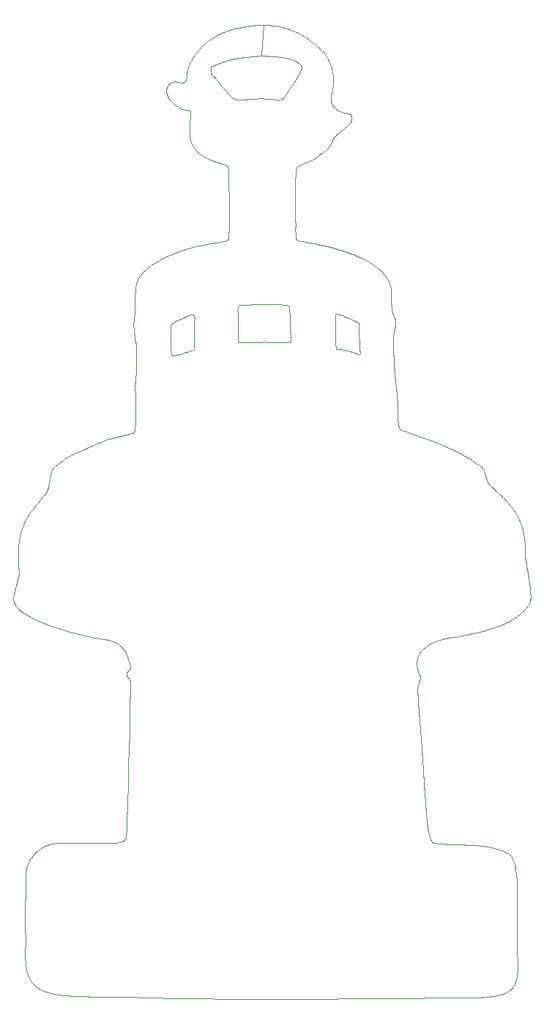
<source format=gbr>
G04 #@! TF.GenerationSoftware,KiCad,Pcbnew,5.0.2-bee76a0~70~ubuntu18.04.1*
G04 #@! TF.CreationDate,2019-03-10T18:19:14+01:00*
G04 #@! TF.ProjectId,robotac19,726f626f-7461-4633-9139-2e6b69636164,rev?*
G04 #@! TF.SameCoordinates,Original*
G04 #@! TF.FileFunction,Profile,NP*
%FSLAX46Y46*%
G04 Gerber Fmt 4.6, Leading zero omitted, Abs format (unit mm)*
G04 Created by KiCad (PCBNEW 5.0.2-bee76a0~70~ubuntu18.04.1) date dom 10 mar 2019 18:19:14 CET*
%MOMM*%
%LPD*%
G01*
G04 APERTURE LIST*
G04 #@! TA.AperFunction,NonConductor*
%ADD10C,0.100000*%
G04 #@! TD*
G04 APERTURE END LIST*
D10*
G04 #@! TO.C,*
X165506278Y-70528689D02*
X165506519Y-70528728D01*
X165506278Y-70528689D02*
X165506278Y-70528689D01*
X165616917Y-70569860D02*
X165506278Y-70528689D01*
X165718215Y-70613755D02*
X165616917Y-70569860D01*
X165891943Y-70694130D02*
X165718215Y-70613755D01*
X165963963Y-70722829D02*
X165891943Y-70694130D01*
X166025804Y-70738678D02*
X165963963Y-70722829D01*
X166052844Y-70740530D02*
X166025804Y-70738678D01*
X166077265Y-70737752D02*
X166052844Y-70740530D01*
X166099040Y-70729814D02*
X166077265Y-70737752D01*
X166118143Y-70716241D02*
X166099040Y-70729814D01*
X166131134Y-70707086D02*
X166118143Y-70716241D01*
X166142115Y-70694148D02*
X166131134Y-70707086D01*
X166151137Y-70675760D02*
X166142115Y-70694148D01*
X166158201Y-70650280D02*
X166151137Y-70675760D01*
X166166536Y-70571347D02*
X166158201Y-70650280D01*
X166167329Y-70444075D02*
X166166536Y-70571347D01*
X166160635Y-70255191D02*
X166167329Y-70444075D01*
X166146639Y-69991423D02*
X166160635Y-70255191D01*
X166097429Y-69186134D02*
X166146639Y-69991423D01*
X166072373Y-68706347D02*
X166097429Y-69186134D01*
X166054461Y-68244776D02*
X166072373Y-68706347D01*
X166035437Y-67584008D02*
X166054461Y-68244776D01*
X166033850Y-67361515D02*
X166035437Y-67584008D01*
X166025145Y-67245445D02*
X166033850Y-67361515D01*
X166002576Y-67116852D02*
X166025145Y-67245445D01*
X165993368Y-67095236D02*
X166002576Y-67116852D01*
X165977626Y-67074069D02*
X165993368Y-67095236D01*
X165929212Y-67032961D02*
X165977626Y-67074069D01*
X165862680Y-66993331D02*
X165929212Y-67032961D01*
X165783390Y-66954972D02*
X165862680Y-66993331D01*
X165607953Y-66881217D02*
X165783390Y-66954972D01*
X165445750Y-66810002D02*
X165607953Y-66881217D01*
X165231427Y-66704758D02*
X165445750Y-66810002D01*
X164950942Y-66571668D02*
X165231427Y-66704758D01*
X164630942Y-66426594D02*
X164950942Y-66571668D01*
X164298072Y-66285396D02*
X164630942Y-66426594D01*
X164135136Y-66221206D02*
X164298072Y-66285396D01*
X163978974Y-66163934D02*
X164135136Y-66221206D01*
X163832919Y-66115560D02*
X163978974Y-66163934D01*
X163700296Y-66078066D02*
X163832919Y-66115560D01*
X163584443Y-66053433D02*
X163700296Y-66078066D01*
X163488682Y-66043644D02*
X163584443Y-66053433D01*
X163449381Y-66044967D02*
X163488682Y-66043644D01*
X163416353Y-66050708D02*
X163449381Y-66044967D01*
X163390001Y-66061159D02*
X163416353Y-66050708D01*
X163370766Y-66076558D02*
X163390001Y-66061159D01*
X163353779Y-66109959D02*
X163370766Y-66076558D01*
X163340100Y-66157470D02*
X163353779Y-66109959D01*
X163329438Y-66218682D02*
X163340100Y-66157470D01*
X163321527Y-66293188D02*
X163329438Y-66218682D01*
X163312901Y-66480458D02*
X163321527Y-66293188D01*
X163312107Y-66716014D02*
X163312901Y-66480458D01*
X163325204Y-67318965D02*
X163312107Y-66716014D01*
X163343699Y-68075972D02*
X163325204Y-67318965D01*
X163349731Y-68656431D02*
X163343699Y-68075972D01*
X163355949Y-69289002D02*
X163349731Y-68656431D01*
X163362325Y-69574037D02*
X163355949Y-69289002D01*
X163372618Y-69811152D02*
X163362325Y-69574037D01*
X163388096Y-69980025D02*
X163372618Y-69811152D01*
X163398176Y-70032526D02*
X163388096Y-69980025D01*
X163410030Y-70060347D02*
X163398176Y-70032526D01*
X163457139Y-70083154D02*
X163410030Y-70060347D01*
X163503335Y-70095219D02*
X163457139Y-70083154D01*
X163547724Y-70100167D02*
X163503335Y-70095219D01*
X163589407Y-70101754D02*
X163547724Y-70100167D01*
X163708324Y-70112576D02*
X163589407Y-70101754D01*
X163888158Y-70139775D02*
X163708324Y-70112576D01*
X164115697Y-70181240D02*
X163888158Y-70139775D01*
X164377730Y-70234861D02*
X164115697Y-70181240D01*
X164661041Y-70298527D02*
X164377730Y-70234861D01*
X164952416Y-70370134D02*
X164661041Y-70298527D01*
X165238647Y-70447570D02*
X164952416Y-70370134D01*
X165506519Y-70528728D02*
X165238647Y-70447570D01*
X152070726Y-67208078D02*
X152070647Y-67208054D01*
X152070724Y-67208078D02*
X152070726Y-67208078D01*
X152071253Y-67490851D02*
X152070724Y-67208078D01*
X152064030Y-67813368D02*
X152071253Y-67490851D01*
X152046779Y-68485970D02*
X152064030Y-67813368D01*
X152047038Y-68790220D02*
X152046779Y-68485970D01*
X152051642Y-68924308D02*
X152047038Y-68790220D01*
X152060082Y-69042550D02*
X152051642Y-68924308D01*
X152072994Y-69142081D02*
X152060082Y-69042550D01*
X152091038Y-69220038D02*
X152072994Y-69142081D01*
X152102177Y-69250031D02*
X152091038Y-69220038D01*
X152114851Y-69273553D02*
X152102177Y-69250031D01*
X152129112Y-69290248D02*
X152114851Y-69273553D01*
X152145066Y-69299773D02*
X152129112Y-69290248D01*
X152164434Y-69311071D02*
X152145066Y-69299773D01*
X152193205Y-69320887D02*
X152164434Y-69311071D01*
X152277149Y-69336391D02*
X152193205Y-69320887D01*
X152393206Y-69346869D02*
X152277149Y-69336391D01*
X152537666Y-69352901D02*
X152393206Y-69346869D01*
X152896983Y-69353960D02*
X152537666Y-69352901D01*
X153325460Y-69344223D02*
X152896983Y-69353960D01*
X154271340Y-69310862D02*
X153325460Y-69344223D01*
X154729458Y-69296495D02*
X154271340Y-69310862D01*
X155138176Y-69289854D02*
X154729458Y-69296495D01*
X155549725Y-69295622D02*
X155138176Y-69289854D01*
X156014444Y-69311206D02*
X155549725Y-69295622D01*
X156499851Y-69330282D02*
X156014444Y-69311206D01*
X156973461Y-69346554D02*
X156499851Y-69330282D01*
X157402790Y-69353698D02*
X156973461Y-69346554D01*
X157590699Y-69351846D02*
X157402790Y-69353698D01*
X157755357Y-69345363D02*
X157590699Y-69351846D01*
X157892703Y-69333457D02*
X157755357Y-69345363D01*
X157998676Y-69315307D02*
X157892703Y-69333457D01*
X158038631Y-69303665D02*
X157998676Y-69315307D01*
X158069219Y-69290171D02*
X158038631Y-69303665D01*
X158089936Y-69274720D02*
X158069219Y-69290171D01*
X158100282Y-69257204D02*
X158089936Y-69274720D01*
X158110574Y-69233842D02*
X158100282Y-69257204D01*
X158118723Y-69204108D02*
X158110574Y-69233842D01*
X158129359Y-69129868D02*
X158118723Y-69204108D01*
X158133831Y-69043191D02*
X158129359Y-69129868D01*
X158133804Y-68952767D02*
X158133831Y-69043191D01*
X158126819Y-68795480D02*
X158133804Y-68952767D01*
X158121554Y-68727588D02*
X158126819Y-68795480D01*
X158107108Y-67744565D02*
X158121554Y-68727588D01*
X158095545Y-67159095D02*
X158107108Y-67744565D01*
X158077845Y-66571064D02*
X158095545Y-67159095D01*
X158051545Y-66025531D02*
X158077845Y-66571064D01*
X158034400Y-65782781D02*
X158051545Y-66025531D01*
X158014213Y-65567550D02*
X158034400Y-65782781D01*
X157990665Y-65385472D02*
X158014213Y-65567550D01*
X157963434Y-65242181D02*
X157990665Y-65385472D01*
X157948352Y-65186841D02*
X157963434Y-65242181D01*
X157932239Y-65143307D02*
X157948352Y-65186841D01*
X157915041Y-65112287D02*
X157932239Y-65143307D01*
X157896732Y-65094480D02*
X157915041Y-65112287D01*
X157881466Y-65081595D02*
X157896732Y-65094480D01*
X157852232Y-65069054D02*
X157881466Y-65081595D01*
X157754598Y-65045083D02*
X157852232Y-65069054D01*
X157609236Y-65022752D02*
X157754598Y-65045083D01*
X157421543Y-65002273D02*
X157609236Y-65022752D01*
X157196915Y-64983779D02*
X157421543Y-65002273D01*
X156940750Y-64967454D02*
X157196915Y-64983779D01*
X156355397Y-64942054D02*
X156940750Y-64967454D01*
X155708655Y-64927475D02*
X156355397Y-64942054D01*
X155043698Y-64925094D02*
X155708655Y-64927475D01*
X154403706Y-64936339D02*
X155043698Y-64925094D01*
X154106560Y-64947504D02*
X154403706Y-64936339D01*
X153831846Y-64962612D02*
X154106560Y-64947504D01*
X153359020Y-64986795D02*
X153831846Y-64962612D01*
X152947042Y-64999812D02*
X153359020Y-64986795D01*
X152632267Y-65008702D02*
X152947042Y-64999812D01*
X152522693Y-65013809D02*
X152632267Y-65008702D01*
X152451052Y-65020529D02*
X152522693Y-65013809D01*
X152366226Y-65013650D02*
X152451052Y-65020529D01*
X152326380Y-65015767D02*
X152366226Y-65013650D01*
X152287986Y-65022672D02*
X152326380Y-65015767D01*
X152250855Y-65035319D02*
X152287986Y-65022672D01*
X152214797Y-65054555D02*
X152250855Y-65035319D01*
X152179618Y-65081288D02*
X152214797Y-65054555D01*
X152145127Y-65116385D02*
X152179618Y-65081288D01*
X152123802Y-65130302D02*
X152145127Y-65116385D01*
X152104884Y-65150755D02*
X152123802Y-65130302D01*
X152088268Y-65177417D02*
X152104884Y-65150755D01*
X152073822Y-65209968D02*
X152088268Y-65177417D01*
X152050988Y-65291452D02*
X152073822Y-65209968D01*
X152035431Y-65392634D02*
X152050988Y-65291452D01*
X152026197Y-65510945D02*
X152035431Y-65392634D01*
X152022334Y-65643816D02*
X152026197Y-65510945D01*
X152026938Y-65942959D02*
X152022334Y-65643816D01*
X152041675Y-66269511D02*
X152026938Y-65942959D01*
X152058952Y-66602915D02*
X152041675Y-66269511D01*
X152071176Y-66922614D02*
X152058952Y-66602915D01*
X152073028Y-67070902D02*
X152071176Y-66922614D01*
X152070647Y-67208054D02*
X152073028Y-67070902D01*
X144316882Y-70353145D02*
X144316916Y-70353148D01*
X144316884Y-70353145D02*
X144316882Y-70353145D01*
X144342866Y-70613501D02*
X144316884Y-70353145D01*
X144358874Y-70703761D02*
X144342866Y-70613501D01*
X144380226Y-70771169D02*
X144358874Y-70703761D01*
X144393693Y-70797177D02*
X144380226Y-70771169D01*
X144409436Y-70818529D02*
X144393693Y-70797177D01*
X144427771Y-70835595D02*
X144409436Y-70818529D01*
X144449017Y-70848718D02*
X144427771Y-70835595D01*
X144473491Y-70858243D02*
X144449017Y-70848718D01*
X144501492Y-70864514D02*
X144473491Y-70858243D01*
X144569352Y-70868747D02*
X144501492Y-70864514D01*
X144678848Y-70861180D02*
X144569352Y-70868747D01*
X144810012Y-70841098D02*
X144678848Y-70861180D01*
X144959134Y-70810240D02*
X144810012Y-70841098D01*
X145122501Y-70770335D02*
X144959134Y-70810240D01*
X145477135Y-70670317D02*
X145122501Y-70770335D01*
X145844226Y-70554917D02*
X145477135Y-70670317D01*
X146194085Y-70438008D02*
X145844226Y-70554917D01*
X146497025Y-70333463D02*
X146194085Y-70438008D01*
X146723360Y-70255154D02*
X146497025Y-70333463D01*
X146843399Y-70216962D02*
X146723360Y-70255154D01*
X146873577Y-70204129D02*
X146843399Y-70216962D01*
X146901514Y-70186640D02*
X146873577Y-70204129D01*
X146926994Y-70165183D02*
X146901514Y-70186640D01*
X146949774Y-70140418D02*
X146926994Y-70165183D01*
X146986340Y-70083797D02*
X146949774Y-70140418D01*
X147009411Y-70022287D02*
X146986340Y-70083797D01*
X146963160Y-68683958D02*
X147009411Y-70022287D01*
X146957021Y-68390453D02*
X146963160Y-68683958D01*
X146957815Y-68104878D02*
X146957021Y-68390453D01*
X146963636Y-67831989D02*
X146957815Y-68104878D01*
X146972605Y-67576537D02*
X146963636Y-67831989D01*
X146992475Y-67136966D02*
X146972605Y-67576537D01*
X147002397Y-66824199D02*
X146992475Y-67136966D01*
X147025919Y-66672588D02*
X147002397Y-66824199D01*
X147032269Y-66589262D02*
X147025919Y-66672588D01*
X147031210Y-66502717D02*
X147032269Y-66589262D01*
X147019780Y-66414293D02*
X147031210Y-66502717D01*
X146995148Y-66325335D02*
X147019780Y-66414293D01*
X146976971Y-66281076D02*
X146995148Y-66325335D01*
X146954428Y-66237187D02*
X146976971Y-66281076D01*
X146927139Y-66193837D02*
X146954428Y-66237187D01*
X146894752Y-66151194D02*
X146927139Y-66193837D01*
X146791191Y-66136219D02*
X146894752Y-66151194D01*
X146698111Y-66137013D02*
X146791191Y-66136219D01*
X146613240Y-66150692D02*
X146698111Y-66137013D01*
X146534307Y-66174504D02*
X146613240Y-66150692D01*
X146459044Y-66205654D02*
X146534307Y-66174504D01*
X146385175Y-66241341D02*
X146459044Y-66205654D01*
X146232547Y-66315138D02*
X146385175Y-66241341D01*
X145732315Y-66515348D02*
X146232547Y-66315138D01*
X145498577Y-66613940D02*
X145732315Y-66515348D01*
X145277052Y-66711825D02*
X145498577Y-66613940D01*
X145068711Y-66809245D02*
X145277052Y-66711825D01*
X144874520Y-66906426D02*
X145068711Y-66809245D01*
X144695455Y-67003602D02*
X144874520Y-66906426D01*
X144532485Y-67101006D02*
X144695455Y-67003602D01*
X144476253Y-67139125D02*
X144532485Y-67101006D01*
X144428504Y-67180453D02*
X144476253Y-67139125D01*
X144388409Y-67224156D02*
X144428504Y-67180453D01*
X144355138Y-67269408D02*
X144388409Y-67224156D01*
X144327862Y-67315380D02*
X144355138Y-67269408D01*
X144305743Y-67361240D02*
X144327862Y-67315380D01*
X144273710Y-67449306D02*
X144305743Y-67361240D01*
X144273710Y-68596048D02*
X144273710Y-67449306D01*
X144277123Y-69120163D02*
X144273710Y-68596048D01*
X144286410Y-69626155D02*
X144277123Y-69120163D01*
X144300142Y-70056368D02*
X144286410Y-69626155D01*
X144316916Y-70353148D02*
X144300142Y-70056368D01*
X154794760Y-36265213D02*
X155008699Y-32672196D01*
X154643241Y-36267806D02*
X154794760Y-36265213D01*
X154491603Y-36270399D02*
X154643241Y-36267806D01*
X154340224Y-36272966D02*
X154491603Y-36270399D01*
X154188642Y-36275559D02*
X154340224Y-36272966D01*
X154037149Y-36278152D02*
X154188642Y-36275559D01*
X153788486Y-36305850D02*
X154037149Y-36278152D01*
X153539630Y-36333570D02*
X153788486Y-36305850D01*
X153291202Y-36361242D02*
X153539630Y-36333570D01*
X153042432Y-36388951D02*
X153291202Y-36361242D01*
X152793814Y-36416645D02*
X153042432Y-36388951D01*
X152650362Y-36436488D02*
X152793814Y-36416645D01*
X152506799Y-36456348D02*
X152650362Y-36436488D01*
X152363483Y-36476173D02*
X152506799Y-36456348D01*
X152219970Y-36496025D02*
X152363483Y-36476173D01*
X152076545Y-36515866D02*
X152219970Y-36496025D01*
X151898782Y-36547388D02*
X152076545Y-36515866D01*
X151720878Y-36578935D02*
X151898782Y-36547388D01*
X151543282Y-36610427D02*
X151720878Y-36578935D01*
X151365442Y-36641962D02*
X151543282Y-36610427D01*
X151187711Y-36673479D02*
X151365442Y-36641962D01*
X151053562Y-36717713D02*
X151187711Y-36673479D01*
X150919307Y-36761982D02*
X151053562Y-36717713D01*
X150785283Y-36806175D02*
X150919307Y-36761982D01*
X150651075Y-36850428D02*
X150785283Y-36806175D01*
X150516950Y-36894654D02*
X150651075Y-36850428D01*
X150377012Y-36946330D02*
X150516950Y-36894654D01*
X150236965Y-36998046D02*
X150377012Y-36946330D01*
X150097160Y-37049673D02*
X150236965Y-36998046D01*
X149957163Y-37101370D02*
X150097160Y-37049673D01*
X149817252Y-37153036D02*
X149957163Y-37101370D01*
X149662328Y-37213807D02*
X149817252Y-37153036D01*
X149507284Y-37274625D02*
X149662328Y-37213807D01*
X149352506Y-37335338D02*
X149507284Y-37274625D01*
X149197518Y-37396134D02*
X149352506Y-37335338D01*
X149042623Y-37456894D02*
X149197518Y-37396134D01*
X149032860Y-37464019D02*
X149042623Y-37456894D01*
X149022726Y-37471409D02*
X149032860Y-37464019D01*
X149012910Y-37478571D02*
X149022726Y-37471409D01*
X149003068Y-37485749D02*
X149012910Y-37478571D01*
X148993040Y-37493070D02*
X149003068Y-37485749D01*
X148985420Y-37502331D02*
X148993040Y-37493070D01*
X148977509Y-37511935D02*
X148985420Y-37502331D01*
X148969836Y-37521246D02*
X148977509Y-37511935D01*
X148962137Y-37530578D02*
X148969836Y-37521246D01*
X148954305Y-37540095D02*
X148962137Y-37530578D01*
X148944489Y-37564008D02*
X148954305Y-37540095D01*
X148934726Y-37587781D02*
X148944489Y-37564008D01*
X148925069Y-37611276D02*
X148934726Y-37587781D01*
X148915411Y-37634771D02*
X148925069Y-37611276D01*
X148905701Y-37658435D02*
X148915411Y-37634771D01*
X148902500Y-37686791D02*
X148905701Y-37658435D01*
X148899298Y-37715028D02*
X148902500Y-37686791D01*
X148896070Y-37743603D02*
X148899298Y-37715028D01*
X148892895Y-37771715D02*
X148896070Y-37743603D01*
X148889694Y-37800028D02*
X148892895Y-37771715D01*
X148891546Y-37830350D02*
X148889694Y-37800028D01*
X148893398Y-37860546D02*
X148891546Y-37830350D01*
X148895250Y-37891102D02*
X148893398Y-37860546D01*
X148897102Y-37921164D02*
X148895250Y-37891102D01*
X148898954Y-37951440D02*
X148897102Y-37921164D01*
X148904431Y-37981348D02*
X148898954Y-37951440D01*
X148909882Y-38011132D02*
X148904431Y-37981348D01*
X148915411Y-38041271D02*
X148909882Y-38011132D01*
X148920862Y-38070922D02*
X148915411Y-38041271D01*
X148926339Y-38100785D02*
X148920862Y-38070922D01*
X148933985Y-38127589D02*
X148926339Y-38100785D01*
X148941605Y-38154280D02*
X148933985Y-38127589D01*
X148949331Y-38181291D02*
X148941605Y-38154280D01*
X148956925Y-38207864D02*
X148949331Y-38181291D01*
X148964571Y-38234627D02*
X148956925Y-38207864D01*
X148980393Y-38269095D02*
X148964571Y-38234627D01*
X148996162Y-38303419D02*
X148980393Y-38269095D01*
X149011958Y-38337781D02*
X148996162Y-38303419D01*
X149027806Y-38372300D02*
X149011958Y-38337781D01*
X149043602Y-38406710D02*
X149027806Y-38372300D01*
X149182921Y-38565457D02*
X149043602Y-38406710D01*
X149322346Y-38724329D02*
X149182921Y-38565457D01*
X149461533Y-38882926D02*
X149322346Y-38724329D01*
X149600910Y-39041740D02*
X149461533Y-38882926D01*
X149740202Y-39200460D02*
X149600910Y-39041740D01*
X149879003Y-39364168D02*
X149740202Y-39200460D01*
X150017912Y-39528004D02*
X149879003Y-39364168D01*
X150156580Y-39691558D02*
X150017912Y-39528004D01*
X150295438Y-39855335D02*
X150156580Y-39691558D01*
X150434215Y-40019014D02*
X150295438Y-39855335D01*
X150499877Y-40094427D02*
X150434215Y-40019014D01*
X150565237Y-40169493D02*
X150499877Y-40094427D01*
X150630636Y-40244604D02*
X150565237Y-40169493D01*
X150695917Y-40319579D02*
X150630636Y-40244604D01*
X150761327Y-40394702D02*
X150695917Y-40319579D01*
X150822293Y-40460740D02*
X150761327Y-40394702D01*
X150883004Y-40526500D02*
X150822293Y-40460740D01*
X150943784Y-40592336D02*
X150883004Y-40526500D01*
X151004839Y-40658471D02*
X150943784Y-40592336D01*
X151065701Y-40724398D02*
X151004839Y-40658471D01*
X151120457Y-40777808D02*
X151065701Y-40724398D01*
X151174982Y-40830993D02*
X151120457Y-40777808D01*
X151229571Y-40884240D02*
X151174982Y-40830993D01*
X151284406Y-40937728D02*
X151229571Y-40884240D01*
X151339069Y-40991048D02*
X151284406Y-40937728D01*
X151386165Y-41028311D02*
X151339069Y-40991048D01*
X151433065Y-41065417D02*
X151386165Y-41028311D01*
X151480018Y-41102566D02*
X151433065Y-41065417D01*
X151527182Y-41139883D02*
X151480018Y-41102566D01*
X151574199Y-41177083D02*
X151527182Y-41139883D01*
X151598726Y-41187317D02*
X151574199Y-41177083D01*
X151623120Y-41197490D02*
X151598726Y-41187317D01*
X151647224Y-41207545D02*
X151623120Y-41197490D01*
X151671327Y-41217599D02*
X151647224Y-41207545D01*
X151695616Y-41227724D02*
X151671327Y-41217599D01*
X151721625Y-41235453D02*
X151695616Y-41227724D01*
X151747474Y-41243134D02*
X151721625Y-41235453D01*
X151773033Y-41250725D02*
X151747474Y-41243134D01*
X151798592Y-41258315D02*
X151773033Y-41250725D01*
X151824336Y-41265962D02*
X151798592Y-41258315D01*
X151880229Y-41274450D02*
X151824336Y-41265962D01*
X151935889Y-41282903D02*
X151880229Y-41274450D01*
X151991613Y-41291365D02*
X151935889Y-41282903D01*
X152047589Y-41299866D02*
X151991613Y-41291365D01*
X152103389Y-41308338D02*
X152047589Y-41299866D01*
X152164770Y-41309687D02*
X152103389Y-41308338D01*
X152225891Y-41311036D02*
X152164770Y-41309687D01*
X152287084Y-41312386D02*
X152225891Y-41311036D01*
X152348552Y-41313735D02*
X152287084Y-41312386D01*
X152409830Y-41315084D02*
X152348552Y-41313735D01*
X152476695Y-41311359D02*
X152409830Y-41315084D01*
X152543280Y-41307650D02*
X152476695Y-41311359D01*
X152609942Y-41303935D02*
X152543280Y-41307650D01*
X152676905Y-41300204D02*
X152609942Y-41303935D01*
X152743660Y-41296484D02*
X152676905Y-41300204D01*
X152892176Y-41282533D02*
X152743660Y-41296484D01*
X153040808Y-41268571D02*
X152892176Y-41282533D01*
X153189184Y-41254632D02*
X153040808Y-41268571D01*
X153337760Y-41240673D02*
X153189184Y-41254632D01*
X153486250Y-41226724D02*
X153337760Y-41240673D01*
X153567710Y-41220618D02*
X153486250Y-41226724D01*
X153648828Y-41214538D02*
X153567710Y-41220618D01*
X153730040Y-41208449D02*
X153648828Y-41214538D01*
X153811621Y-41202332D02*
X153730040Y-41208449D01*
X153892944Y-41196236D02*
X153811621Y-41202332D01*
X153978751Y-41193643D02*
X153892944Y-41196236D01*
X154064198Y-41191077D02*
X153978751Y-41193643D01*
X154149745Y-41188484D02*
X154064198Y-41191077D01*
X154235677Y-41185891D02*
X154149745Y-41188484D01*
X154321341Y-41183298D02*
X154235677Y-41185891D01*
X154407148Y-41181129D02*
X154321341Y-41183298D01*
X154492595Y-41178959D02*
X154407148Y-41181129D01*
X154578143Y-41176789D02*
X154492595Y-41178959D01*
X154664074Y-41174620D02*
X154578143Y-41176789D01*
X154749738Y-41172450D02*
X154664074Y-41174620D01*
X154839893Y-41175866D02*
X154749738Y-41172450D01*
X154929671Y-41179269D02*
X154839893Y-41175866D01*
X155019550Y-41182674D02*
X154929671Y-41179269D01*
X155109836Y-41186095D02*
X155019550Y-41182674D01*
X155199840Y-41189505D02*
X155109836Y-41186095D01*
X155378018Y-41203147D02*
X155199840Y-41189505D01*
X155556334Y-41216800D02*
X155378018Y-41203147D01*
X155734343Y-41230428D02*
X155556334Y-41216800D01*
X155912595Y-41244076D02*
X155734343Y-41230428D01*
X156090742Y-41257715D02*
X155912595Y-41244076D01*
X156171167Y-41262684D02*
X156090742Y-41257715D01*
X156251257Y-41267631D02*
X156171167Y-41262684D01*
X156331436Y-41272584D02*
X156251257Y-41267631D01*
X156411978Y-41277561D02*
X156331436Y-41272584D01*
X156492268Y-41282522D02*
X156411978Y-41277561D01*
X156561722Y-41282840D02*
X156492268Y-41282522D01*
X156630884Y-41283157D02*
X156561722Y-41282840D01*
X156700125Y-41283475D02*
X156630884Y-41283157D01*
X156769679Y-41283792D02*
X156700125Y-41283475D01*
X156839015Y-41284110D02*
X156769679Y-41283792D01*
X156893565Y-41277072D02*
X156839015Y-41284110D01*
X156947884Y-41270063D02*
X156893565Y-41277072D01*
X157002266Y-41263046D02*
X156947884Y-41270063D01*
X157056894Y-41255998D02*
X157002266Y-41263046D01*
X157111351Y-41248970D02*
X157056894Y-41255998D01*
X157131936Y-41241800D02*
X157111351Y-41248970D01*
X157152414Y-41234664D02*
X157131936Y-41241800D01*
X157172681Y-41227605D02*
X157152414Y-41234664D01*
X157192975Y-41220530D02*
X157172681Y-41227605D01*
X157213692Y-41213315D02*
X157192975Y-41220530D01*
X157229170Y-41203444D02*
X157213692Y-41213315D01*
X157244569Y-41193620D02*
X157229170Y-41203444D01*
X157259809Y-41183899D02*
X157244569Y-41193620D01*
X157275075Y-41174157D02*
X157259809Y-41183899D01*
X157290659Y-41164222D02*
X157275075Y-41174157D01*
X157319642Y-41126234D02*
X157290659Y-41164222D01*
X157348502Y-41088406D02*
X157319642Y-41126234D01*
X157377395Y-41050535D02*
X157348502Y-41088406D01*
X157406420Y-41012492D02*
X157377395Y-41050535D01*
X157435352Y-40974569D02*
X157406420Y-41012492D01*
X157489189Y-40892310D02*
X157435352Y-40974569D01*
X157542778Y-40810430D02*
X157489189Y-40892310D01*
X157596398Y-40728500D02*
X157542778Y-40810430D01*
X157649924Y-40646718D02*
X157596398Y-40728500D01*
X157703552Y-40564775D02*
X157649924Y-40646718D01*
X157858061Y-40324277D02*
X157703552Y-40564775D01*
X158012694Y-40083591D02*
X157858061Y-40324277D01*
X158167057Y-39843319D02*
X158012694Y-40083591D01*
X158321632Y-39602720D02*
X158167057Y-39843319D01*
X158476114Y-39362264D02*
X158321632Y-39602720D01*
X158557246Y-39238243D02*
X158476114Y-39362264D01*
X158638439Y-39114125D02*
X158557246Y-39238243D01*
X158719494Y-38990220D02*
X158638439Y-39114125D01*
X158800660Y-38866147D02*
X158719494Y-38990220D01*
X158881776Y-38742147D02*
X158800660Y-38866147D01*
X158918625Y-38682423D02*
X158881776Y-38742147D01*
X158955320Y-38622950D02*
X158918625Y-38682423D01*
X158992054Y-38563409D02*
X158955320Y-38622950D01*
X159028956Y-38503597D02*
X158992054Y-38563409D01*
X159065743Y-38443974D02*
X159028956Y-38503597D01*
X159097001Y-38387356D02*
X159065743Y-38443974D01*
X159128130Y-38330975D02*
X159097001Y-38387356D01*
X159159295Y-38274529D02*
X159128130Y-38330975D01*
X159190598Y-38217828D02*
X159159295Y-38274529D01*
X159221805Y-38161304D02*
X159190598Y-38217828D01*
X159245089Y-38109033D02*
X159221805Y-38161304D01*
X159268293Y-38056981D02*
X159245089Y-38109033D01*
X159291497Y-38004869D02*
X159268293Y-38056981D01*
X159314833Y-37952522D02*
X159291497Y-38004869D01*
X159338090Y-37900338D02*
X159314833Y-37952522D01*
X159351134Y-37853656D02*
X159338090Y-37900338D01*
X159364125Y-37807170D02*
X159351134Y-37853656D01*
X159377116Y-37760631D02*
X159364125Y-37807170D01*
X159390186Y-37713881D02*
X159377116Y-37760631D01*
X159403204Y-37667278D02*
X159390186Y-37713881D01*
X159405056Y-37646182D02*
X159403204Y-37667278D01*
X159406908Y-37625190D02*
X159405056Y-37646182D01*
X159408760Y-37604420D02*
X159406908Y-37625190D01*
X159410612Y-37583603D02*
X159408760Y-37604420D01*
X159412729Y-37562376D02*
X159410612Y-37583603D01*
X159411141Y-37543151D02*
X159412729Y-37562376D01*
X159409554Y-37524022D02*
X159411141Y-37543151D01*
X159407966Y-37505093D02*
X159409554Y-37524022D01*
X159406379Y-37486123D02*
X159407966Y-37505093D01*
X159404791Y-37466776D02*
X159406379Y-37486123D01*
X159399605Y-37449629D02*
X159404791Y-37466776D01*
X159394446Y-37432566D02*
X159399605Y-37449629D01*
X159389339Y-37415683D02*
X159394446Y-37432566D01*
X159384207Y-37398762D02*
X159389339Y-37415683D01*
X159378994Y-37381509D02*
X159384207Y-37398762D01*
X159369734Y-37366335D02*
X159378994Y-37381509D01*
X159360526Y-37351238D02*
X159369734Y-37366335D01*
X159351425Y-37336300D02*
X159360526Y-37351238D01*
X159342297Y-37321330D02*
X159351425Y-37336300D01*
X159332983Y-37306060D02*
X159342297Y-37321330D01*
X159302966Y-37276561D02*
X159332983Y-37306060D01*
X159273074Y-37247185D02*
X159302966Y-37276561D01*
X159243149Y-37217775D02*
X159273074Y-37247185D01*
X159213087Y-37188232D02*
X159243149Y-37217775D01*
X159183121Y-37158783D02*
X159213087Y-37188232D01*
X159138819Y-37123693D02*
X159183121Y-37158783D01*
X159094705Y-37088752D02*
X159138819Y-37123693D01*
X159050538Y-37053770D02*
X159094705Y-37088752D01*
X159006172Y-37018629D02*
X159050538Y-37053770D01*
X158961945Y-36983600D02*
X159006172Y-37018629D01*
X158932139Y-36965076D02*
X158961945Y-36983600D01*
X158902458Y-36946629D02*
X158932139Y-36965076D01*
X158872426Y-36927963D02*
X158902458Y-36946629D01*
X158842877Y-36909598D02*
X158872426Y-36927963D01*
X158813117Y-36891101D02*
X158842877Y-36909598D01*
X158776890Y-36872366D02*
X158813117Y-36891101D01*
X158740814Y-36853710D02*
X158776890Y-36872366D01*
X158704698Y-36835033D02*
X158740814Y-36853710D01*
X158668416Y-36816272D02*
X158704698Y-36835033D01*
X158632250Y-36797568D02*
X158668416Y-36816272D01*
X158588673Y-36779145D02*
X158632250Y-36797568D01*
X158545279Y-36760799D02*
X158588673Y-36779145D01*
X158501837Y-36742432D02*
X158545279Y-36760799D01*
X158458197Y-36723980D02*
X158501837Y-36742432D01*
X158414694Y-36705586D02*
X158458197Y-36723980D01*
X158362835Y-36687885D02*
X158414694Y-36705586D01*
X158311197Y-36670259D02*
X158362835Y-36687885D01*
X158259497Y-36652614D02*
X158311197Y-36670259D01*
X158207565Y-36634887D02*
X158259497Y-36652614D01*
X158155794Y-36617218D02*
X158207565Y-36634887D01*
X158094725Y-36600552D02*
X158155794Y-36617218D01*
X158033911Y-36583957D02*
X158094725Y-36600552D01*
X157973030Y-36567344D02*
X158033911Y-36583957D01*
X157911869Y-36550654D02*
X157973030Y-36567344D01*
X157850904Y-36534017D02*
X157911869Y-36550654D01*
X157779794Y-36518801D02*
X157850904Y-36534017D01*
X157708981Y-36503648D02*
X157779794Y-36518801D01*
X157638089Y-36488479D02*
X157708981Y-36503648D01*
X157566876Y-36473242D02*
X157638089Y-36488479D01*
X157495886Y-36458052D02*
X157566876Y-36473242D01*
X157413598Y-36444908D02*
X157495886Y-36458052D01*
X157331654Y-36431819D02*
X157413598Y-36444908D01*
X157249617Y-36418714D02*
X157331654Y-36431819D01*
X157167210Y-36405548D02*
X157249617Y-36418714D01*
X157085059Y-36392425D02*
X157167210Y-36405548D01*
X156990455Y-36381532D02*
X157085059Y-36392425D01*
X156896287Y-36370690D02*
X156990455Y-36381532D01*
X156802064Y-36359842D02*
X156896287Y-36370690D01*
X156708007Y-36349012D02*
X156802064Y-36359842D01*
X156613768Y-36338162D02*
X156708007Y-36349012D01*
X156506302Y-36329968D02*
X156613768Y-36338162D01*
X156399331Y-36321810D02*
X156506302Y-36329968D01*
X156292296Y-36313648D02*
X156399331Y-36321810D01*
X156185455Y-36305502D02*
X156292296Y-36313648D01*
X156078402Y-36297339D02*
X156185455Y-36305502D01*
X155957379Y-36292378D02*
X156078402Y-36297339D01*
X155836258Y-36287415D02*
X155957379Y-36292378D01*
X155715349Y-36282459D02*
X155836258Y-36287415D01*
X155594273Y-36277495D02*
X155715349Y-36282459D01*
X155473271Y-36272534D02*
X155594273Y-36277495D01*
X155337468Y-36271079D02*
X155473271Y-36272534D01*
X155201557Y-36269624D02*
X155337468Y-36271079D01*
X155065881Y-36268169D02*
X155201557Y-36269624D01*
X154930020Y-36266714D02*
X155065881Y-36268169D01*
X154794241Y-36265258D02*
X154930020Y-36266714D01*
X155008699Y-32672196D02*
X154794241Y-36265258D01*
X155112223Y-32675204D02*
X155008699Y-32672196D01*
X155215270Y-32678199D02*
X155112223Y-32675204D01*
X155318381Y-32681195D02*
X155215270Y-32678199D01*
X155421304Y-32684186D02*
X155318381Y-32681195D01*
X155524430Y-32687182D02*
X155421304Y-32684186D01*
X155627435Y-32695689D02*
X155524430Y-32687182D01*
X155729967Y-32704155D02*
X155627435Y-32695689D01*
X155832559Y-32712627D02*
X155729967Y-32704155D01*
X155934966Y-32721084D02*
X155832559Y-32712627D01*
X156037577Y-32729557D02*
X155934966Y-32721084D01*
X156140166Y-32743976D02*
X156037577Y-32729557D01*
X156242285Y-32758328D02*
X156140166Y-32743976D01*
X156344464Y-32772689D02*
X156242285Y-32758328D01*
X156446461Y-32787025D02*
X156344464Y-32772689D01*
X156548656Y-32801388D02*
X156446461Y-32787025D01*
X156650624Y-32821823D02*
X156548656Y-32801388D01*
X156752124Y-32842164D02*
X156650624Y-32821823D01*
X156853684Y-32862517D02*
X156752124Y-32842164D01*
X156955059Y-32882834D02*
X156853684Y-32862517D01*
X157056635Y-32903190D02*
X156955059Y-32882834D01*
X157158293Y-32930057D02*
X157056635Y-32903190D01*
X157259481Y-32956799D02*
X157158293Y-32930057D01*
X157360731Y-32983558D02*
X157259481Y-32956799D01*
X157461800Y-33010269D02*
X157360731Y-32983558D01*
X157563066Y-33037032D02*
X157461800Y-33010269D01*
X157664203Y-33070537D02*
X157563066Y-33037032D01*
X157764877Y-33103888D02*
X157664203Y-33070537D01*
X157865609Y-33137260D02*
X157764877Y-33103888D01*
X157966162Y-33170570D02*
X157865609Y-33137260D01*
X158066910Y-33203947D02*
X157966162Y-33170570D01*
X158167531Y-33244506D02*
X158066910Y-33203947D01*
X158267686Y-33284878D02*
X158167531Y-33244506D01*
X158367902Y-33325275D02*
X158267686Y-33284878D01*
X158467939Y-33365599D02*
X158367902Y-33325275D01*
X158568171Y-33406002D02*
X158467939Y-33365599D01*
X158668479Y-33453822D02*
X158568171Y-33406002D01*
X158768325Y-33501422D02*
X158668479Y-33453822D01*
X158868235Y-33549051D02*
X158768325Y-33501422D01*
X158967961Y-33596594D02*
X158868235Y-33549051D01*
X159067884Y-33644230D02*
X158967961Y-33596594D01*
X159167674Y-33699623D02*
X159067884Y-33644230D01*
X159267004Y-33754760D02*
X159167674Y-33699623D01*
X159366392Y-33809931D02*
X159267004Y-33754760D01*
X159465603Y-33865002D02*
X159366392Y-33809931D01*
X159565010Y-33920182D02*
X159465603Y-33865002D01*
X159664128Y-33983295D02*
X159565010Y-33920182D01*
X159762603Y-34046396D02*
X159664128Y-33983295D01*
X159861581Y-34109419D02*
X159762603Y-34046396D01*
X159960379Y-34172328D02*
X159861581Y-34109419D01*
X160059373Y-34235361D02*
X159960379Y-34172328D01*
X160157970Y-34306570D02*
X160059373Y-34235361D01*
X160256644Y-34377835D02*
X160157970Y-34306570D01*
X160355148Y-34448977D02*
X160256644Y-34377835D01*
X160453787Y-34520215D02*
X160355148Y-34448977D01*
X160552366Y-34591412D02*
X160453787Y-34520215D01*
X160650658Y-34670975D02*
X160552366Y-34591412D01*
X160749028Y-34750600D02*
X160650658Y-34670975D01*
X160847231Y-34830088D02*
X160749028Y-34750600D01*
X160945563Y-34909684D02*
X160847231Y-34830088D01*
X161043840Y-34989233D02*
X160945563Y-34909684D01*
X161141611Y-35077495D02*
X161043840Y-34989233D01*
X161239457Y-35165826D02*
X161141611Y-35077495D01*
X161337136Y-35254005D02*
X161239457Y-35165826D01*
X161434947Y-35342304D02*
X161337136Y-35254005D01*
X161532700Y-35430550D02*
X161434947Y-35342304D01*
X161630159Y-35527907D02*
X161532700Y-35430550D01*
X161727695Y-35625340D02*
X161630159Y-35527907D01*
X161825064Y-35722605D02*
X161727695Y-35625340D01*
X161922563Y-35820002D02*
X161825064Y-35722605D01*
X162020007Y-35917342D02*
X161922563Y-35820002D01*
X162068965Y-35986381D02*
X162020007Y-35917342D01*
X162117720Y-36055131D02*
X162068965Y-35986381D01*
X162166530Y-36123960D02*
X162117720Y-36055131D01*
X162215560Y-36193100D02*
X162166530Y-36123960D01*
X162264437Y-36262024D02*
X162215560Y-36193100D01*
X162313088Y-36346876D02*
X162264437Y-36262024D01*
X162361512Y-36431338D02*
X162313088Y-36346876D01*
X162409968Y-36515851D02*
X162361512Y-36431338D01*
X162458337Y-36600211D02*
X162409968Y-36515851D01*
X162506800Y-36684737D02*
X162458337Y-36600211D01*
X162551198Y-36784008D02*
X162506800Y-36684737D01*
X162595388Y-36882822D02*
X162551198Y-36784008D01*
X162639608Y-36981696D02*
X162595388Y-36882822D01*
X162683748Y-37080391D02*
X162639608Y-36981696D01*
X162727974Y-37179280D02*
X162683748Y-37080391D01*
X162747526Y-37233829D02*
X162727974Y-37179280D01*
X162767000Y-37288148D02*
X162747526Y-37233829D01*
X162786499Y-37342530D02*
X162767000Y-37288148D01*
X162806079Y-37397159D02*
X162786499Y-37342530D01*
X162825605Y-37451615D02*
X162806079Y-37397159D01*
X162842670Y-37509372D02*
X162825605Y-37451615D01*
X162859683Y-37566887D02*
X162842670Y-37509372D01*
X162876696Y-37624468D02*
X162859683Y-37566887D01*
X162893814Y-37682310D02*
X162876696Y-37624468D01*
X162910854Y-37739970D02*
X162893814Y-37682310D01*
X162925141Y-37800625D02*
X162910854Y-37739970D01*
X162939376Y-37861026D02*
X162925141Y-37800625D01*
X162953610Y-37921496D02*
X162939376Y-37861026D01*
X162967924Y-37982240D02*
X162953610Y-37921496D01*
X162982185Y-38042794D02*
X162967924Y-37982240D01*
X162993271Y-38106244D02*
X162982185Y-38042794D01*
X163004304Y-38169428D02*
X162993271Y-38106244D01*
X163015338Y-38232684D02*
X163004304Y-38169428D01*
X163026424Y-38296227D02*
X163015338Y-38232684D01*
X163037483Y-38359570D02*
X163026424Y-38296227D01*
X163044733Y-38425815D02*
X163037483Y-38359570D01*
X163051956Y-38491782D02*
X163044733Y-38425815D01*
X163059179Y-38557824D02*
X163051956Y-38491782D01*
X163066429Y-38624166D02*
X163059179Y-38557824D01*
X163073652Y-38690299D02*
X163066429Y-38624166D01*
X163076642Y-38758925D02*
X163073652Y-38690299D01*
X163079631Y-38827262D02*
X163076642Y-38758925D01*
X163082621Y-38895678D02*
X163079631Y-38827262D01*
X163085637Y-38964404D02*
X163082621Y-38895678D01*
X163088627Y-39032914D02*
X163085637Y-38964404D01*
X163087040Y-39103920D02*
X163088627Y-39032914D01*
X163085452Y-39174628D02*
X163087040Y-39103920D01*
X163083865Y-39245418D02*
X163085452Y-39174628D01*
X163082277Y-39316528D02*
X163083865Y-39245418D01*
X163080690Y-39387414D02*
X163082277Y-39316528D01*
X163073969Y-39460697D02*
X163080690Y-39387414D01*
X163067275Y-39533673D02*
X163073969Y-39460697D01*
X163060555Y-39606733D02*
X163067275Y-39533673D01*
X163053808Y-39680124D02*
X163060555Y-39606733D01*
X163047088Y-39753283D02*
X163053808Y-39680124D01*
X163034864Y-39828533D02*
X163047088Y-39753283D01*
X163022693Y-39903468D02*
X163034864Y-39828533D01*
X163010522Y-39978488D02*
X163022693Y-39903468D01*
X162998298Y-40053848D02*
X163010522Y-39978488D01*
X162986101Y-40128971D02*
X162998298Y-40053848D01*
X162967898Y-40206084D02*
X162986101Y-40128971D01*
X162949747Y-40282874D02*
X162967898Y-40206084D01*
X162931597Y-40359751D02*
X162949747Y-40282874D01*
X162913341Y-40436977D02*
X162931597Y-40359751D01*
X162895164Y-40513961D02*
X162913341Y-40436977D01*
X162883363Y-40565714D02*
X162895164Y-40513961D01*
X162871616Y-40617251D02*
X162883363Y-40565714D01*
X162859842Y-40668847D02*
X162871616Y-40617251D01*
X162848015Y-40720676D02*
X162859842Y-40668847D01*
X162836241Y-40772343D02*
X162848015Y-40720676D01*
X162829838Y-40821095D02*
X162836241Y-40772343D01*
X162823435Y-40869642D02*
X162829838Y-40821095D01*
X162817032Y-40918245D02*
X162823435Y-40869642D01*
X162810603Y-40967069D02*
X162817032Y-40918245D01*
X162804200Y-41015739D02*
X162810603Y-40967069D01*
X162803142Y-41061696D02*
X162804200Y-41015739D01*
X162802083Y-41107461D02*
X162803142Y-41061696D01*
X162801025Y-41153277D02*
X162802083Y-41107461D01*
X162799967Y-41199302D02*
X162801025Y-41153277D01*
X162798908Y-41245182D02*
X162799967Y-41199302D01*
X162803353Y-41288345D02*
X162798908Y-41245182D01*
X162807798Y-41331326D02*
X162803353Y-41288345D01*
X162812243Y-41374357D02*
X162807798Y-41331326D01*
X162816715Y-41417583D02*
X162812243Y-41374357D01*
X162821160Y-41460673D02*
X162816715Y-41417583D01*
X162830791Y-41500937D02*
X162821160Y-41460673D01*
X162840369Y-41541033D02*
X162830791Y-41500937D01*
X162849973Y-41581174D02*
X162840369Y-41541033D01*
X162859604Y-41621498D02*
X162849973Y-41581174D01*
X162869208Y-41661694D02*
X162859604Y-41621498D01*
X162883998Y-41699060D02*
X162869208Y-41661694D01*
X162898736Y-41736270D02*
X162883998Y-41699060D01*
X162913499Y-41773522D02*
X162898736Y-41736270D01*
X162928316Y-41810943D02*
X162913499Y-41773522D01*
X162943080Y-41848246D02*
X162928316Y-41810943D01*
X162963056Y-41882921D02*
X162943080Y-41848246D01*
X162982953Y-41917451D02*
X162963056Y-41882921D01*
X163002876Y-41952020D02*
X162982953Y-41917451D01*
X163022878Y-41986746D02*
X163002876Y-41952020D01*
X163042828Y-42021362D02*
X163022878Y-41986746D01*
X163067778Y-42053139D02*
X163042828Y-42021362D01*
X163092622Y-42084783D02*
X163067778Y-42053139D01*
X163117493Y-42116462D02*
X163092622Y-42084783D01*
X163142470Y-42148285D02*
X163117493Y-42116462D01*
X163167367Y-42180009D02*
X163142470Y-42148285D01*
X163197281Y-42208991D02*
X163167367Y-42180009D01*
X163227068Y-42237851D02*
X163197281Y-42208991D01*
X163256892Y-42266745D02*
X163227068Y-42237851D01*
X163286848Y-42295769D02*
X163256892Y-42266745D01*
X163316711Y-42324703D02*
X163286848Y-42295769D01*
X163351491Y-42350891D02*
X163316711Y-42324703D01*
X163386122Y-42376968D02*
X163351491Y-42350891D01*
X163420796Y-42403075D02*
X163386122Y-42376968D01*
X163455625Y-42429300D02*
X163420796Y-42403075D01*
X163490344Y-42455444D02*
X163455625Y-42429300D01*
X163529987Y-42478939D02*
X163490344Y-42455444D01*
X163569465Y-42502336D02*
X163529987Y-42478939D01*
X163608988Y-42525760D02*
X163569465Y-42502336D01*
X163648689Y-42549289D02*
X163608988Y-42525760D01*
X163688266Y-42572747D02*
X163648689Y-42549289D01*
X163732671Y-42593345D02*
X163688266Y-42572747D01*
X163776888Y-42613855D02*
X163732671Y-42593345D01*
X163821158Y-42634390D02*
X163776888Y-42613855D01*
X163865626Y-42655016D02*
X163821158Y-42634390D01*
X163909957Y-42675580D02*
X163865626Y-42655016D01*
X163958916Y-42693487D02*
X163909957Y-42675580D01*
X164007668Y-42711320D02*
X163958916Y-42693487D01*
X164056478Y-42729171D02*
X164007668Y-42711320D01*
X164105508Y-42747105D02*
X164056478Y-42729171D01*
X164154385Y-42764980D02*
X164105508Y-42747105D01*
X164208002Y-42780196D02*
X164154385Y-42764980D01*
X164261393Y-42795349D02*
X164208002Y-42780196D01*
X164314847Y-42810517D02*
X164261393Y-42795349D01*
X164368541Y-42825755D02*
X164314847Y-42810517D01*
X164422069Y-42840944D02*
X164368541Y-42825755D01*
X164480240Y-42853261D02*
X164422069Y-42840944D01*
X164538168Y-42865527D02*
X164480240Y-42853261D01*
X164596162Y-42877806D02*
X164538168Y-42865527D01*
X164654418Y-42890141D02*
X164596162Y-42877806D01*
X164712491Y-42902439D02*
X164654418Y-42890141D01*
X164775010Y-42912168D02*
X164712491Y-42902439D01*
X164837266Y-42921857D02*
X164775010Y-42912168D01*
X164899594Y-42931556D02*
X164837266Y-42921857D01*
X164962205Y-42941301D02*
X164899594Y-42931556D01*
X165024618Y-42951014D02*
X164962205Y-42941301D01*
X165046155Y-42985896D02*
X165024618Y-42951014D01*
X165067586Y-43020632D02*
X165046155Y-42985896D01*
X165089044Y-43055407D02*
X165067586Y-43020632D01*
X165110607Y-43090340D02*
X165089044Y-43055407D01*
X165132091Y-43125164D02*
X165110607Y-43090340D01*
X165144818Y-43158590D02*
X165132091Y-43125164D01*
X165157491Y-43191878D02*
X165144818Y-43158590D01*
X165170324Y-43225562D02*
X165157491Y-43191878D01*
X165182944Y-43258702D02*
X165170324Y-43225562D01*
X165195644Y-43292078D02*
X165182944Y-43258702D01*
X165200407Y-43324160D02*
X165195644Y-43292078D01*
X165205143Y-43356108D02*
X165200407Y-43324160D01*
X165209932Y-43388436D02*
X165205143Y-43356108D01*
X165214641Y-43420242D02*
X165209932Y-43388436D01*
X165219404Y-43452275D02*
X165214641Y-43420242D01*
X165216705Y-43483218D02*
X165219404Y-43452275D01*
X165214033Y-43514033D02*
X165216705Y-43483218D01*
X165211308Y-43545214D02*
X165214033Y-43514033D01*
X165208635Y-43575891D02*
X165211308Y-43545214D01*
X165205937Y-43606788D02*
X165208635Y-43575891D01*
X165196729Y-43636799D02*
X165205937Y-43606788D01*
X165187548Y-43666686D02*
X165196729Y-43636799D01*
X165178261Y-43696929D02*
X165187548Y-43666686D01*
X165169133Y-43726683D02*
X165178261Y-43696929D01*
X165159926Y-43756649D02*
X165169133Y-43726683D01*
X165144924Y-43785729D02*
X165159926Y-43756649D01*
X165129975Y-43814689D02*
X165144924Y-43785729D01*
X165114841Y-43843993D02*
X165129975Y-43814689D01*
X165099971Y-43872824D02*
X165114841Y-43843993D01*
X165084996Y-43901860D02*
X165099971Y-43872824D01*
X165064808Y-43930423D02*
X165084996Y-43901860D01*
X165044700Y-43958867D02*
X165064808Y-43930423D01*
X165024353Y-43987650D02*
X165044700Y-43958867D01*
X165004351Y-44015967D02*
X165024353Y-43987650D01*
X164984189Y-44044487D02*
X165004351Y-44015967D01*
X164959663Y-44072434D02*
X164984189Y-44044487D01*
X164935242Y-44100264D02*
X164959663Y-44072434D01*
X164910794Y-44128126D02*
X164935242Y-44100264D01*
X164886241Y-44156114D02*
X164910794Y-44128126D01*
X164861740Y-44184014D02*
X164886241Y-44156114D01*
X164802638Y-44239287D02*
X164861740Y-44184014D01*
X164743784Y-44294328D02*
X164802638Y-44239287D01*
X164684861Y-44349432D02*
X164743784Y-44294328D01*
X164625671Y-44404786D02*
X164684861Y-44349432D01*
X164566669Y-44459966D02*
X164625671Y-44404786D01*
X164499079Y-44515342D02*
X164566669Y-44459966D01*
X164431771Y-44570487D02*
X164499079Y-44515342D01*
X164364387Y-44625694D02*
X164431771Y-44570487D01*
X164296699Y-44681151D02*
X164364387Y-44625694D01*
X164229222Y-44736435D02*
X164296699Y-44681151D01*
X164158941Y-44793157D02*
X164229222Y-44736435D01*
X164088953Y-44849641D02*
X164158941Y-44793157D01*
X164018886Y-44906190D02*
X164088953Y-44849641D01*
X163948502Y-44962995D02*
X164018886Y-44906190D01*
X163878340Y-45019622D02*
X163948502Y-44962995D01*
X163825653Y-45060404D02*
X163878340Y-45019622D01*
X163773189Y-45101014D02*
X163825653Y-45060404D01*
X163720666Y-45141672D02*
X163773189Y-45101014D01*
X163667903Y-45182513D02*
X163720666Y-45141672D01*
X163615307Y-45223227D02*
X163667903Y-45182513D01*
X163567176Y-45269495D02*
X163615307Y-45223227D01*
X163519247Y-45315568D02*
X163567176Y-45269495D01*
X163471262Y-45361695D02*
X163519247Y-45315568D01*
X163423060Y-45408030D02*
X163471262Y-45361695D01*
X163375009Y-45454220D02*
X163423060Y-45408030D01*
X163345614Y-45477612D02*
X163375009Y-45454220D01*
X163316341Y-45500906D02*
X163345614Y-45477612D01*
X163287033Y-45524226D02*
X163316341Y-45500906D01*
X163257595Y-45547653D02*
X163287033Y-45524226D01*
X163228248Y-45571005D02*
X163257595Y-45547653D01*
X163213802Y-45587425D02*
X163228248Y-45571005D01*
X163199435Y-45603763D02*
X163213802Y-45587425D01*
X163185227Y-45619929D02*
X163199435Y-45603763D01*
X163170965Y-45636129D02*
X163185227Y-45619929D01*
X163156440Y-45652652D02*
X163170965Y-45636129D01*
X163141332Y-45675626D02*
X163156440Y-45652652D01*
X163126277Y-45698505D02*
X163141332Y-45675626D01*
X163111064Y-45721656D02*
X163126277Y-45698505D01*
X163096088Y-45744434D02*
X163111064Y-45721656D01*
X163081007Y-45767373D02*
X163096088Y-45744434D01*
X163064762Y-45799248D02*
X163081007Y-45767373D01*
X163048596Y-45830989D02*
X163064762Y-45799248D01*
X163032218Y-45863109D02*
X163048596Y-45830989D01*
X163016105Y-45894710D02*
X163032218Y-45863109D01*
X162999886Y-45926536D02*
X163016105Y-45894710D01*
X162981762Y-45970010D02*
X162999886Y-45926536D01*
X162963717Y-46013300D02*
X162981762Y-45970010D01*
X162945646Y-46056641D02*
X162963717Y-46013300D01*
X162927496Y-46100178D02*
X162945646Y-46056641D01*
X162909425Y-46143578D02*
X162927496Y-46100178D01*
X162877336Y-46213135D02*
X162909425Y-46143578D01*
X162845385Y-46282400D02*
X162877336Y-46213135D01*
X162813394Y-46351744D02*
X162845385Y-46282400D01*
X162781261Y-46421404D02*
X162813394Y-46351744D01*
X162749228Y-46490843D02*
X162781261Y-46421404D01*
X162712585Y-46546737D02*
X162749228Y-46490843D01*
X162676097Y-46602397D02*
X162712585Y-46546737D01*
X162639568Y-46658120D02*
X162676097Y-46602397D01*
X162602873Y-46714096D02*
X162639568Y-46658120D01*
X162566292Y-46769896D02*
X162602873Y-46714096D01*
X162525821Y-46815543D02*
X162566292Y-46769896D01*
X162485520Y-46860998D02*
X162525821Y-46815543D01*
X162445171Y-46906505D02*
X162485520Y-46860998D01*
X162404640Y-46952219D02*
X162445171Y-46906505D01*
X162364238Y-46997789D02*
X162404640Y-46952219D01*
X162320558Y-47036294D02*
X162364238Y-46997789D01*
X162277060Y-47074637D02*
X162320558Y-47036294D01*
X162233515Y-47113024D02*
X162277060Y-47074637D01*
X162189769Y-47151585D02*
X162233515Y-47113024D01*
X162146163Y-47190025D02*
X162189769Y-47151585D01*
X162052011Y-47258518D02*
X162146163Y-47190025D01*
X161957806Y-47327050D02*
X162052011Y-47258518D01*
X161863789Y-47395445D02*
X161957806Y-47327050D01*
X161769941Y-47463717D02*
X161863789Y-47395445D01*
X161675908Y-47532123D02*
X161769941Y-47463717D01*
X161626847Y-47568558D02*
X161675908Y-47532123D01*
X161577989Y-47604840D02*
X161626847Y-47568558D01*
X161529078Y-47641163D02*
X161577989Y-47604840D01*
X161479942Y-47677651D02*
X161529078Y-47641163D01*
X161430962Y-47714024D02*
X161479942Y-47677651D01*
X161381485Y-47756152D02*
X161430962Y-47714024D01*
X161332217Y-47798103D02*
X161381485Y-47756152D01*
X161282891Y-47840101D02*
X161332217Y-47798103D01*
X161233340Y-47882291D02*
X161282891Y-47840101D01*
X161183947Y-47924347D02*
X161233340Y-47882291D01*
X161159950Y-47943908D02*
X161183947Y-47924347D01*
X161136031Y-47963387D02*
X161159950Y-47943908D01*
X161111848Y-47983096D02*
X161136031Y-47963387D01*
X161088036Y-48002487D02*
X161111848Y-47983096D01*
X161064065Y-48022016D02*
X161088036Y-48002487D01*
X161035709Y-48040539D02*
X161064065Y-48022016D01*
X161007470Y-48058986D02*
X161035709Y-48040539D01*
X160978895Y-48077652D02*
X161007470Y-48058986D01*
X160950783Y-48096017D02*
X160978895Y-48077652D01*
X160922470Y-48114514D02*
X160950783Y-48096017D01*
X160856123Y-48149086D02*
X160922470Y-48114514D01*
X160790052Y-48183512D02*
X160856123Y-48149086D01*
X160723906Y-48217978D02*
X160790052Y-48183512D01*
X160657461Y-48252600D02*
X160723906Y-48217978D01*
X160591225Y-48287113D02*
X160657461Y-48252600D01*
X160516803Y-48319097D02*
X160591225Y-48287113D01*
X160442693Y-48350947D02*
X160516803Y-48319097D01*
X160368499Y-48382833D02*
X160442693Y-48350947D01*
X160293968Y-48414864D02*
X160368499Y-48382833D01*
X160219671Y-48446793D02*
X160293968Y-48414864D01*
X160143386Y-48477535D02*
X160219671Y-48446793D01*
X160067422Y-48508148D02*
X160143386Y-48477535D01*
X159991370Y-48538796D02*
X160067422Y-48508148D01*
X159914971Y-48569583D02*
X159991370Y-48538796D01*
X159838816Y-48600272D02*
X159914971Y-48569583D01*
X159766569Y-48630704D02*
X159838816Y-48600272D01*
X159694624Y-48661007D02*
X159766569Y-48630704D01*
X159622596Y-48691345D02*
X159694624Y-48661007D01*
X159550240Y-48721821D02*
X159622596Y-48691345D01*
X159478115Y-48752201D02*
X159550240Y-48721821D01*
X159416009Y-48783564D02*
X159478115Y-48752201D01*
X159354166Y-48814795D02*
X159416009Y-48783564D01*
X159292251Y-48846062D02*
X159354166Y-48814795D01*
X159230055Y-48877471D02*
X159292251Y-48846062D01*
X159168055Y-48908781D02*
X159230055Y-48877471D01*
X159142708Y-48925029D02*
X159168055Y-48908781D01*
X159117467Y-48941208D02*
X159142708Y-48925029D01*
X159091908Y-48957581D02*
X159117467Y-48941208D01*
X159066773Y-48973688D02*
X159091908Y-48957581D01*
X159041452Y-48989913D02*
X159066773Y-48973688D01*
X159020682Y-49007039D02*
X159041452Y-48989913D01*
X159000018Y-49024065D02*
X159020682Y-49007039D01*
X158979592Y-49040890D02*
X159000018Y-49024065D01*
X158959167Y-49057717D02*
X158979592Y-49040890D01*
X158938608Y-49074664D02*
X158959167Y-49057717D01*
X158923474Y-49092521D02*
X158938608Y-49074664D01*
X158908420Y-49110272D02*
X158923474Y-49092521D01*
X158893550Y-49127816D02*
X158908420Y-49110272D01*
X158878680Y-49145361D02*
X158893550Y-49127816D01*
X158863705Y-49163030D02*
X158878680Y-49145361D01*
X158854974Y-49181736D02*
X158863705Y-49163030D01*
X158846295Y-49200349D02*
X158854974Y-49181736D01*
X158837696Y-49218767D02*
X158846295Y-49200349D01*
X158829097Y-49237224D02*
X158837696Y-49218767D01*
X158820313Y-49256046D02*
X158829097Y-49237224D01*
X158807693Y-49328502D02*
X158820313Y-49256046D01*
X158795125Y-49400653D02*
X158807693Y-49328502D01*
X158782531Y-49472887D02*
X158795125Y-49400653D01*
X158769884Y-49545448D02*
X158782531Y-49472887D01*
X158757263Y-49617781D02*
X158769884Y-49545448D01*
X158750437Y-49692307D02*
X158757263Y-49617781D01*
X158743637Y-49766519D02*
X158750437Y-49692307D01*
X158736837Y-49840817D02*
X158743637Y-49766519D01*
X158729985Y-49915452D02*
X158736837Y-49840817D01*
X158723158Y-49989852D02*
X158729985Y-49915452D01*
X158720354Y-50066137D02*
X158723158Y-49989852D01*
X158717576Y-50142102D02*
X158720354Y-50066137D01*
X158714797Y-50218153D02*
X158717576Y-50142102D01*
X158711993Y-50294551D02*
X158714797Y-50218153D01*
X158709215Y-50370707D02*
X158711993Y-50294551D01*
X158709003Y-50448027D02*
X158709215Y-50370707D01*
X158708791Y-50525023D02*
X158709003Y-50448027D01*
X158708580Y-50602107D02*
X158708791Y-50525023D01*
X158708368Y-50679540D02*
X158708580Y-50602107D01*
X158708156Y-50756730D02*
X158708368Y-50679540D01*
X158708686Y-50912997D02*
X158708156Y-50756730D01*
X158709215Y-51069386D02*
X158708686Y-50912997D01*
X158709744Y-51225506D02*
X158709215Y-51069386D01*
X158710273Y-51381838D02*
X158709744Y-51225506D01*
X158710802Y-51538078D02*
X158710273Y-51381838D01*
X158708421Y-51616226D02*
X158710802Y-51538078D01*
X158706040Y-51694046D02*
X158708421Y-51616226D01*
X158703658Y-51771955D02*
X158706040Y-51694046D01*
X158701277Y-51850218D02*
X158703658Y-51771955D01*
X158698896Y-51928235D02*
X158701277Y-51850218D01*
X158692361Y-52005658D02*
X158698896Y-51928235D01*
X158685878Y-52082757D02*
X158692361Y-52005658D01*
X158679370Y-52159944D02*
X158685878Y-52082757D01*
X158672835Y-52237481D02*
X158679370Y-52159944D01*
X158666326Y-52314774D02*
X158672835Y-52237481D01*
X158660955Y-52592065D02*
X158666326Y-52314774D01*
X158655584Y-52869574D02*
X158660955Y-52592065D01*
X158650213Y-53146604D02*
X158655584Y-52869574D01*
X158644842Y-53424011D02*
X158650213Y-53146604D01*
X158639471Y-53701253D02*
X158644842Y-53424011D01*
X158642460Y-53824964D02*
X158639471Y-53701253D01*
X158645450Y-53948772D02*
X158642460Y-53824964D01*
X158648440Y-54072367D02*
X158645450Y-53948772D01*
X158651430Y-54196130D02*
X158648440Y-54072367D01*
X158654420Y-54319820D02*
X158651430Y-54196130D01*
X158661140Y-54406249D02*
X158654420Y-54319820D01*
X158667834Y-54492315D02*
X158661140Y-54406249D01*
X158674554Y-54578479D02*
X158667834Y-54492315D01*
X158681301Y-54665035D02*
X158674554Y-54578479D01*
X158688022Y-54751318D02*
X158681301Y-54665035D01*
X158693816Y-54916473D02*
X158688022Y-54751318D01*
X158699610Y-55081758D02*
X158693816Y-54916473D01*
X158705405Y-55246757D02*
X158699610Y-55081758D01*
X158711199Y-55411981D02*
X158705405Y-55246757D01*
X158716993Y-55577108D02*
X158711199Y-55411981D01*
X158715935Y-55717045D02*
X158716993Y-55577108D01*
X158714877Y-55857092D02*
X158715935Y-55717045D01*
X158713818Y-55996898D02*
X158714877Y-55857092D01*
X158712760Y-56136894D02*
X158713818Y-55996898D01*
X158711702Y-56276806D02*
X158712760Y-56136894D01*
X158712231Y-56402275D02*
X158711702Y-56276806D01*
X158712760Y-56527841D02*
X158712231Y-56402275D01*
X158713289Y-56653191D02*
X158712760Y-56527841D01*
X158713818Y-56778712D02*
X158713289Y-56653191D01*
X158714348Y-56904158D02*
X158713818Y-56778712D01*
X158719004Y-56955808D02*
X158714348Y-56904158D01*
X158723635Y-57007242D02*
X158719004Y-56955808D01*
X158728265Y-57058735D02*
X158723635Y-57007242D01*
X158732921Y-57110461D02*
X158728265Y-57058735D01*
X158737578Y-57162024D02*
X158732921Y-57110461D01*
X158747421Y-57203220D02*
X158737578Y-57162024D01*
X158757210Y-57244243D02*
X158747421Y-57203220D01*
X158767000Y-57285313D02*
X158757210Y-57244243D01*
X158776842Y-57326569D02*
X158767000Y-57285313D01*
X158786658Y-57367696D02*
X158776842Y-57326569D01*
X158793828Y-57383701D02*
X158786658Y-57367696D01*
X158800972Y-57399626D02*
X158793828Y-57383701D01*
X158808037Y-57415382D02*
X158800972Y-57399626D01*
X158815101Y-57431172D02*
X158808037Y-57415382D01*
X158822324Y-57447277D02*
X158815101Y-57431172D01*
X158831479Y-57459747D02*
X158822324Y-57447277D01*
X158840580Y-57472156D02*
X158831479Y-57459747D01*
X158849576Y-57484435D02*
X158840580Y-57472156D01*
X158858598Y-57496741D02*
X158849576Y-57484435D01*
X158867806Y-57509290D02*
X158858598Y-57496741D01*
X158878707Y-57517839D02*
X158867806Y-57509290D01*
X158890005Y-57526705D02*
X158878707Y-57517839D01*
X158900958Y-57535299D02*
X158890005Y-57526705D01*
X158911938Y-57543914D02*
X158900958Y-57535299D01*
X158923130Y-57552698D02*
X158911938Y-57543914D01*
X158936148Y-57557278D02*
X158923130Y-57552698D01*
X158949668Y-57562027D02*
X158936148Y-57557278D01*
X158962765Y-57566631D02*
X158949668Y-57562027D01*
X158975888Y-57571245D02*
X158962765Y-57566631D01*
X158989276Y-57575952D02*
X158975888Y-57571245D01*
X159285726Y-57630078D02*
X158989276Y-57575952D01*
X159582443Y-57684251D02*
X159285726Y-57630078D01*
X159879083Y-57738412D02*
X159582443Y-57684251D01*
X160175824Y-57792590D02*
X159879083Y-57738412D01*
X160472390Y-57846737D02*
X160175824Y-57792590D01*
X160633513Y-57879396D02*
X160472390Y-57846737D01*
X160794764Y-57912080D02*
X160633513Y-57879396D01*
X160955736Y-57944708D02*
X160794764Y-57912080D01*
X161116928Y-57977381D02*
X160955736Y-57944708D01*
X161278025Y-58010034D02*
X161116928Y-57977381D01*
X161444525Y-58047034D02*
X161278025Y-58010034D01*
X161611154Y-58084062D02*
X161444525Y-58047034D01*
X161777495Y-58121027D02*
X161611154Y-58084062D01*
X161944063Y-58158043D02*
X161777495Y-58121027D01*
X162110534Y-58195036D02*
X161944063Y-58158043D01*
X162279926Y-58236996D02*
X162110534Y-58195036D01*
X162449452Y-58278990D02*
X162279926Y-58236996D01*
X162618685Y-58320911D02*
X162449452Y-58278990D01*
X162788148Y-58362889D02*
X162618685Y-58320911D01*
X162957510Y-58404842D02*
X162788148Y-58362889D01*
X163127420Y-58452280D02*
X162957510Y-58404842D01*
X163297463Y-58499756D02*
X163127420Y-58452280D01*
X163467211Y-58547149D02*
X163297463Y-58499756D01*
X163637193Y-58594607D02*
X163467211Y-58547149D01*
X163807071Y-58642037D02*
X163637193Y-58594607D01*
X163975122Y-58695470D02*
X163807071Y-58642037D01*
X164143301Y-58748944D02*
X163975122Y-58695470D01*
X164311190Y-58802326D02*
X164143301Y-58748944D01*
X164479312Y-58855780D02*
X164311190Y-58802326D01*
X164647330Y-58909205D02*
X164479312Y-58855780D01*
X164810935Y-58969252D02*
X164647330Y-58909205D01*
X164974667Y-59029344D02*
X164810935Y-58969252D01*
X165138119Y-59089336D02*
X164974667Y-59029344D01*
X165301793Y-59149407D02*
X165138119Y-59089336D01*
X165465369Y-59209443D02*
X165301793Y-59149407D01*
X165622153Y-59276518D02*
X165465369Y-59209443D01*
X165779059Y-59343645D02*
X165622153Y-59276518D01*
X165935695Y-59410656D02*
X165779059Y-59343645D01*
X166092545Y-59477760D02*
X165935695Y-59410656D01*
X166249300Y-59544824D02*
X166092545Y-59477760D01*
X166324550Y-59581260D02*
X166249300Y-59544824D01*
X166399483Y-59617539D02*
X166324550Y-59581260D01*
X166474503Y-59653864D02*
X166399483Y-59617539D01*
X166549864Y-59690353D02*
X166474503Y-59653864D01*
X166624987Y-59726725D02*
X166549864Y-59690353D01*
X166697546Y-59765126D02*
X166624987Y-59726725D01*
X166769801Y-59803367D02*
X166697546Y-59765126D01*
X166842136Y-59841649D02*
X166769801Y-59803367D01*
X166914801Y-59880109D02*
X166842136Y-59841649D01*
X166987239Y-59918445D02*
X166914801Y-59880109D01*
X167056898Y-59958915D02*
X166987239Y-59918445D01*
X167126267Y-59999217D02*
X167056898Y-59958915D01*
X167195714Y-60039566D02*
X167126267Y-59999217D01*
X167265477Y-60080097D02*
X167195714Y-60039566D01*
X167335020Y-60120499D02*
X167265477Y-60080097D01*
X167401576Y-60163041D02*
X167335020Y-60120499D01*
X167467852Y-60205404D02*
X167401576Y-60163041D01*
X167534204Y-60247814D02*
X167467852Y-60205404D01*
X167600858Y-60290417D02*
X167534204Y-60247814D01*
X167667300Y-60332888D02*
X167600858Y-60290417D01*
X167730234Y-60377708D02*
X167667300Y-60332888D01*
X167792900Y-60422338D02*
X167730234Y-60377708D01*
X167855641Y-60467021D02*
X167792900Y-60422338D01*
X167918667Y-60511905D02*
X167855641Y-60467021D01*
X167981493Y-60556649D02*
X167918667Y-60511905D01*
X168040595Y-60603641D02*
X167981493Y-60556649D01*
X168099452Y-60650435D02*
X168040595Y-60603641D01*
X168158374Y-60697285D02*
X168099452Y-60650435D01*
X168217562Y-60744347D02*
X168158374Y-60697285D01*
X168276566Y-60791260D02*
X168217562Y-60744347D01*
X168331528Y-60840528D02*
X168276566Y-60791260D01*
X168386260Y-60889592D02*
X168331528Y-60840528D01*
X168441055Y-60938710D02*
X168386260Y-60889592D01*
X168496099Y-60988052D02*
X168441055Y-60938710D01*
X168550968Y-61037238D02*
X168496099Y-60988052D01*
X168601583Y-61088993D02*
X168550968Y-61037238D01*
X168651986Y-61140528D02*
X168601583Y-61088993D01*
X168702445Y-61192125D02*
X168651986Y-61140528D01*
X168753134Y-61243954D02*
X168702445Y-61192125D01*
X168803664Y-61295622D02*
X168753134Y-61243954D01*
X168849413Y-61349756D02*
X168803664Y-61295622D01*
X168894972Y-61403665D02*
X168849413Y-61349756D01*
X168940583Y-61457632D02*
X168894972Y-61403665D01*
X168986401Y-61511845D02*
X168940583Y-61457632D01*
X169032074Y-61565889D02*
X168986401Y-61511845D01*
X169072856Y-61622610D02*
X169032074Y-61565889D01*
X169113467Y-61679096D02*
X169072856Y-61622610D01*
X169154126Y-61735643D02*
X169113467Y-61679096D01*
X169194967Y-61792449D02*
X169154126Y-61735643D01*
X169235681Y-61849075D02*
X169194967Y-61792449D01*
X169271080Y-61908384D02*
X169235681Y-61849075D01*
X169306330Y-61967447D02*
X169271080Y-61908384D01*
X169341623Y-62026573D02*
X169306330Y-61967447D01*
X169377072Y-62085972D02*
X169341623Y-62026573D01*
X169412412Y-62145180D02*
X169377072Y-62085972D01*
X169442223Y-62207077D02*
X169412412Y-62145180D01*
X169471906Y-62268717D02*
X169442223Y-62207077D01*
X169501627Y-62330423D02*
X169471906Y-62268717D01*
X169531480Y-62392412D02*
X169501627Y-62330423D01*
X169561240Y-62454206D02*
X169531480Y-62392412D01*
X169585053Y-62518899D02*
X169561240Y-62454206D01*
X169608759Y-62583320D02*
X169585053Y-62518899D01*
X169632493Y-62647815D02*
X169608759Y-62583320D01*
X169656332Y-62712601D02*
X169632493Y-62647815D01*
X169680091Y-62777185D02*
X169656332Y-62712601D01*
X169697686Y-62844569D02*
X169680091Y-62777185D01*
X169715201Y-62911668D02*
X169697686Y-62844569D01*
X169732743Y-62978846D02*
X169715201Y-62911668D01*
X169750364Y-63046328D02*
X169732743Y-62978846D01*
X169767933Y-63113598D02*
X169750364Y-63046328D01*
X169772907Y-63206128D02*
X169767933Y-63113598D01*
X169777855Y-63298229D02*
X169772907Y-63206128D01*
X169782802Y-63390386D02*
X169777855Y-63298229D01*
X169787750Y-63482379D02*
X169782802Y-63390386D01*
X169792698Y-63574552D02*
X169787750Y-63482379D01*
X169792909Y-63664087D02*
X169792698Y-63574552D01*
X169793121Y-63753244D02*
X169792909Y-63664087D01*
X169793333Y-63842504D02*
X169793121Y-63753244D01*
X169793544Y-63932171D02*
X169793333Y-63842504D01*
X169793756Y-64021553D02*
X169793544Y-63932171D01*
X169792698Y-64109328D02*
X169793756Y-64021553D01*
X169791639Y-64196733D02*
X169792698Y-64109328D01*
X169790581Y-64284239D02*
X169791639Y-64196733D01*
X169789523Y-64372141D02*
X169790581Y-64284239D01*
X169788464Y-64459769D02*
X169789523Y-64372141D01*
X169789523Y-64546716D02*
X169788464Y-64459769D01*
X169790581Y-64633298D02*
X169789523Y-64546716D01*
X169791639Y-64719978D02*
X169790581Y-64633298D01*
X169792698Y-64807053D02*
X169791639Y-64719978D01*
X169793756Y-64893852D02*
X169792698Y-64807053D01*
X169800185Y-64981315D02*
X169793756Y-64893852D01*
X169806562Y-65068414D02*
X169800185Y-64981315D01*
X169812965Y-65155610D02*
X169806562Y-65068414D01*
X169819394Y-65243203D02*
X169812965Y-65155610D01*
X169825797Y-65330518D02*
X169819394Y-65243203D01*
X169841222Y-65419328D02*
X169825797Y-65330518D01*
X169856568Y-65507765D02*
X169841222Y-65419328D01*
X169871940Y-65596302D02*
X169856568Y-65507765D01*
X169887392Y-65685242D02*
X169871940Y-65596302D01*
X169902791Y-65773901D02*
X169887392Y-65685242D01*
X169914909Y-65819134D02*
X169902791Y-65773901D01*
X169926974Y-65864177D02*
X169914909Y-65819134D01*
X169939039Y-65909270D02*
X169926974Y-65864177D01*
X169951157Y-65954569D02*
X169939039Y-65909270D01*
X169963248Y-65999726D02*
X169951157Y-65954569D01*
X169978885Y-66045787D02*
X169963248Y-65999726D01*
X169994443Y-66091655D02*
X169978885Y-66045787D01*
X170010027Y-66137574D02*
X169994443Y-66091655D01*
X170025690Y-66183704D02*
X170010027Y-66137574D01*
X170041300Y-66229686D02*
X170025690Y-66183704D01*
X170060959Y-66276575D02*
X170041300Y-66229686D01*
X170080538Y-66323266D02*
X170060959Y-66276575D01*
X170100144Y-66370013D02*
X170080538Y-66323266D01*
X170119829Y-66416971D02*
X170100144Y-66370013D01*
X170139461Y-66463781D02*
X170119829Y-66416971D01*
X170163485Y-66511705D02*
X170139461Y-66463781D01*
X170187403Y-66559428D02*
X170163485Y-66511705D01*
X170211348Y-66607206D02*
X170187403Y-66559428D01*
X170235399Y-66655199D02*
X170211348Y-66607206D01*
X170259370Y-66703044D02*
X170235399Y-66655199D01*
X170263100Y-66776431D02*
X170259370Y-66703044D01*
X170266805Y-66849509D02*
X170263100Y-66776431D01*
X170270509Y-66922672D02*
X170266805Y-66849509D01*
X170274239Y-66996165D02*
X170270509Y-66922672D01*
X170277970Y-67069428D02*
X170274239Y-66996165D01*
X170275324Y-67124493D02*
X170277970Y-67069428D01*
X170272678Y-67179328D02*
X170275324Y-67124493D01*
X170270033Y-67234227D02*
X170272678Y-67179328D01*
X170267387Y-67289374D02*
X170270033Y-67234227D01*
X170264741Y-67344346D02*
X170267387Y-67289374D01*
X170257703Y-67387820D02*
X170264741Y-67344346D01*
X170250691Y-67431111D02*
X170257703Y-67387820D01*
X170243680Y-67474452D02*
X170250691Y-67431111D01*
X170236642Y-67517990D02*
X170243680Y-67474452D01*
X170229604Y-67561389D02*
X170236642Y-67517990D01*
X170219762Y-67599997D02*
X170229604Y-67561389D01*
X170209972Y-67638444D02*
X170219762Y-67599997D01*
X170200183Y-67676933D02*
X170209972Y-67638444D01*
X170190340Y-67715599D02*
X170200183Y-67676933D01*
X170180524Y-67754141D02*
X170190340Y-67715599D01*
X170169650Y-67794717D02*
X170180524Y-67754141D01*
X170158828Y-67835122D02*
X170169650Y-67794717D01*
X170147980Y-67875571D02*
X170158828Y-67835122D01*
X170137106Y-67916206D02*
X170147980Y-67875571D01*
X170126258Y-67956714D02*
X170137106Y-67916206D01*
X170116124Y-68005879D02*
X170126258Y-67956714D01*
X170106017Y-68054840D02*
X170116124Y-68005879D01*
X170095910Y-68103854D02*
X170106017Y-68054840D01*
X170085750Y-68153093D02*
X170095910Y-68103854D01*
X170075617Y-68202176D02*
X170085750Y-68153093D01*
X170067759Y-68266763D02*
X170075617Y-68202176D01*
X170059927Y-68331083D02*
X170067759Y-68266763D01*
X170052095Y-68395472D02*
X170059927Y-68331083D01*
X170044211Y-68460158D02*
X170052095Y-68395472D01*
X170036353Y-68524636D02*
X170044211Y-68460158D01*
X170032622Y-68611272D02*
X170036353Y-68524636D01*
X170028918Y-68697544D02*
X170032622Y-68611272D01*
X170025214Y-68783918D02*
X170028918Y-68697544D01*
X170021483Y-68870680D02*
X170025214Y-68783918D01*
X170017752Y-68957169D02*
X170021483Y-68870680D01*
X170025716Y-69304750D02*
X170017752Y-68957169D01*
X170033680Y-69652640D02*
X170025716Y-69304750D01*
X170041644Y-70000443D02*
X170033680Y-69652640D01*
X170049608Y-70348364D02*
X170041644Y-70000443D01*
X170057572Y-70696080D02*
X170049608Y-70348364D01*
X170072759Y-71015048D02*
X170057572Y-70696080D01*
X170087946Y-71334300D02*
X170072759Y-71015048D01*
X170103133Y-71653475D02*
X170087946Y-71334300D01*
X170118320Y-71972755D02*
X170103133Y-71653475D01*
X170133508Y-72291848D02*
X170118320Y-71972755D01*
X170158299Y-72598421D02*
X170133508Y-72291848D01*
X170183117Y-72905269D02*
X170158299Y-72598421D01*
X170207935Y-73212037D02*
X170183117Y-72905269D01*
X170232753Y-73518914D02*
X170207935Y-73212037D01*
X170257544Y-73825606D02*
X170232753Y-73518914D01*
X170294419Y-74136208D02*
X170257544Y-73825606D01*
X170331329Y-74447086D02*
X170294419Y-74136208D01*
X170368227Y-74757886D02*
X170331329Y-74447086D01*
X170405139Y-75068796D02*
X170368227Y-74757886D01*
X170442030Y-75379517D02*
X170405139Y-75068796D01*
X170450603Y-75542500D02*
X170442030Y-75379517D01*
X170459202Y-75705613D02*
X170450603Y-75542500D01*
X170467774Y-75868443D02*
X170459202Y-75705613D01*
X170476347Y-76031495D02*
X170467774Y-75868443D01*
X170484919Y-76194452D02*
X170476347Y-76031495D01*
X170489258Y-76344725D02*
X170484919Y-76194452D01*
X170493598Y-76495117D02*
X170489258Y-76344725D01*
X170497937Y-76645247D02*
X170493598Y-76495117D01*
X170502276Y-76795583D02*
X170497937Y-76645247D01*
X170506615Y-76945829D02*
X170502276Y-76795583D01*
X170513441Y-77198832D02*
X170506615Y-76945829D01*
X170520268Y-77452035D02*
X170513441Y-77198832D01*
X170527067Y-77704800D02*
X170520268Y-77452035D01*
X170533894Y-77957908D02*
X170527067Y-77704800D01*
X170540720Y-78210868D02*
X170533894Y-77957908D01*
X170548287Y-78309309D02*
X170540720Y-78210868D01*
X170555828Y-78407297D02*
X170548287Y-78309309D01*
X170563368Y-78505344D02*
X170555828Y-78407297D01*
X170570882Y-78603213D02*
X170563368Y-78505344D01*
X170578423Y-78701276D02*
X170570882Y-78603213D01*
X170584429Y-78742265D02*
X170578423Y-78701276D01*
X170590409Y-78783083D02*
X170584429Y-78742265D01*
X170596388Y-78823945D02*
X170590409Y-78783083D01*
X170602394Y-78864995D02*
X170596388Y-78823945D01*
X170608374Y-78905915D02*
X170602394Y-78864995D01*
X170616232Y-78941211D02*
X170608374Y-78905915D01*
X170624064Y-78976361D02*
X170616232Y-78941211D01*
X170631895Y-79011548D02*
X170624064Y-78976361D01*
X170639780Y-79046896D02*
X170631895Y-79011548D01*
X170647638Y-79082133D02*
X170639780Y-79046896D01*
X170657666Y-79111213D02*
X170647638Y-79082133D01*
X170667667Y-79140172D02*
X170657666Y-79111213D01*
X170677774Y-79169475D02*
X170667667Y-79140172D01*
X170687722Y-79198306D02*
X170677774Y-79169475D01*
X170697750Y-79227342D02*
X170687722Y-79198306D01*
X170710476Y-79250413D02*
X170697750Y-79227342D01*
X170723150Y-79273353D02*
X170710476Y-79250413D01*
X170735665Y-79296028D02*
X170723150Y-79273353D01*
X170748180Y-79318702D02*
X170735665Y-79296028D01*
X170760800Y-79341536D02*
X170748180Y-79318702D01*
X170776384Y-79357649D02*
X170760800Y-79341536D01*
X170791889Y-79373683D02*
X170776384Y-79357649D01*
X170807235Y-79389531D02*
X170791889Y-79373683D01*
X170822607Y-79405433D02*
X170807235Y-79389531D01*
X170838297Y-79421652D02*
X170822607Y-79405433D01*
X170857003Y-79430912D02*
X170838297Y-79421652D01*
X170875603Y-79440120D02*
X170857003Y-79430912D01*
X170894018Y-79449221D02*
X170875603Y-79440120D01*
X170912486Y-79458349D02*
X170894018Y-79449221D01*
X170931324Y-79467663D02*
X170912486Y-79458349D01*
X171377652Y-79623635D02*
X170931324Y-79467663D01*
X171824378Y-79779747D02*
X171377652Y-79623635D01*
X172270994Y-79935819D02*
X171824378Y-79779747D01*
X172717759Y-80091945D02*
X172270994Y-79935819D01*
X173164262Y-80247977D02*
X172717759Y-80091945D01*
X173409824Y-80336549D02*
X173164262Y-80247977D01*
X173655577Y-80425190D02*
X173409824Y-80336549D01*
X173900910Y-80513677D02*
X173655577Y-80425190D01*
X174146573Y-80602286D02*
X173900910Y-80513677D01*
X174392093Y-80690842D02*
X174146573Y-80602286D01*
X174643547Y-80789130D02*
X174392093Y-80690842D01*
X174895198Y-80887494D02*
X174643547Y-80789130D01*
X175146414Y-80985688D02*
X174895198Y-80887494D01*
X175397972Y-81084018D02*
X175146414Y-80985688D01*
X175649382Y-81182287D02*
X175397972Y-81084018D01*
X175775160Y-81235720D02*
X175649382Y-81182287D01*
X175901038Y-81289195D02*
X175775160Y-81235720D01*
X176026696Y-81342574D02*
X175901038Y-81289195D01*
X176152527Y-81396031D02*
X176026696Y-81342574D01*
X176278283Y-81449453D02*
X176152527Y-81396031D01*
X176403132Y-81506089D02*
X176278283Y-81449453D01*
X176528079Y-81562769D02*
X176403132Y-81506089D01*
X176652809Y-81619352D02*
X176528079Y-81562769D01*
X176777708Y-81676013D02*
X176652809Y-81619352D01*
X176902536Y-81732639D02*
X176777708Y-81676013D01*
X177025522Y-81792789D02*
X176902536Y-81732639D01*
X177148606Y-81852987D02*
X177025522Y-81792789D01*
X177271479Y-81913079D02*
X177148606Y-81852987D01*
X177394518Y-81973256D02*
X177271479Y-81913079D01*
X177517483Y-82033396D02*
X177394518Y-81973256D01*
X177637681Y-82097163D02*
X177517483Y-82033396D01*
X177757974Y-82160981D02*
X177637681Y-82097163D01*
X177878057Y-82224690D02*
X177757974Y-82160981D01*
X177998305Y-82288484D02*
X177878057Y-82224690D01*
X178118482Y-82352240D02*
X177998305Y-82288484D01*
X178235166Y-82420040D02*
X178118482Y-82352240D01*
X178351939Y-82487889D02*
X178235166Y-82420040D01*
X178468515Y-82555625D02*
X178351939Y-82487889D01*
X178585246Y-82623451D02*
X178468515Y-82555625D01*
X178701909Y-82691238D02*
X178585246Y-82623451D01*
X178814148Y-82763273D02*
X178701909Y-82691238D01*
X178926474Y-82835367D02*
X178814148Y-82763273D01*
X179038610Y-82907333D02*
X178926474Y-82835367D01*
X179150894Y-82979401D02*
X179038610Y-82907333D01*
X179263114Y-83051423D02*
X179150894Y-82979401D01*
X179370186Y-83127903D02*
X179263114Y-83051423D01*
X179477342Y-83204442D02*
X179370186Y-83127903D01*
X179584313Y-83280851D02*
X179477342Y-83204442D01*
X179691430Y-83357361D02*
X179584313Y-83280851D01*
X179798483Y-83433828D02*
X179691430Y-83357361D01*
X179899456Y-83515063D02*
X179798483Y-83433828D01*
X180000510Y-83596359D02*
X179899456Y-83515063D01*
X180101388Y-83677517D02*
X180000510Y-83596359D01*
X180202403Y-83758786D02*
X180101388Y-83677517D01*
X180303360Y-83840005D02*
X180202403Y-83758786D01*
X180320082Y-83857336D02*
X180303360Y-83840005D01*
X180336698Y-83874560D02*
X180320082Y-83857336D01*
X180353102Y-83891599D02*
X180336698Y-83874560D01*
X180369506Y-83908638D02*
X180353102Y-83891599D01*
X180386043Y-83925783D02*
X180369506Y-83908638D01*
X180399510Y-83945839D02*
X180386043Y-83925783D01*
X180412898Y-83965762D02*
X180399510Y-83945839D01*
X180426127Y-83985447D02*
X180412898Y-83965762D01*
X180439356Y-84005158D02*
X180426127Y-83985447D01*
X180452691Y-84025002D02*
X180439356Y-84005158D01*
X180472773Y-84071892D02*
X180452691Y-84025002D01*
X180492776Y-84118583D02*
X180472773Y-84071892D01*
X180512805Y-84165329D02*
X180492776Y-84118583D01*
X180532913Y-84212285D02*
X180512805Y-84165329D01*
X180552968Y-84259095D02*
X180532913Y-84212285D01*
X180567864Y-84313541D02*
X180552968Y-84259095D01*
X180582708Y-84367757D02*
X180567864Y-84313541D01*
X180597577Y-84422036D02*
X180582708Y-84367757D01*
X180612500Y-84476561D02*
X180597577Y-84422036D01*
X180627369Y-84530915D02*
X180612500Y-84476561D01*
X180641551Y-84590536D02*
X180627369Y-84530915D01*
X180655680Y-84649906D02*
X180641551Y-84590536D01*
X180669808Y-84709344D02*
X180655680Y-84649906D01*
X180684017Y-84769050D02*
X180669808Y-84709344D01*
X180698172Y-84828571D02*
X180684017Y-84769050D01*
X180716375Y-84891296D02*
X180698172Y-84828571D01*
X180734525Y-84953758D02*
X180716375Y-84891296D01*
X180752676Y-85016293D02*
X180734525Y-84953758D01*
X180770932Y-85079110D02*
X180752676Y-85016293D01*
X180789109Y-85141729D02*
X180770932Y-85079110D01*
X180815813Y-85205179D02*
X180789109Y-85141729D01*
X180842407Y-85268364D02*
X180815813Y-85205179D01*
X180869029Y-85331620D02*
X180842407Y-85268364D01*
X180895773Y-85395163D02*
X180869029Y-85331620D01*
X180922433Y-85458507D02*
X180895773Y-85395163D01*
X180940451Y-85489759D02*
X180922433Y-85458507D01*
X180958389Y-85520882D02*
X180940451Y-85489759D01*
X180976540Y-85552378D02*
X180958389Y-85520882D01*
X180994399Y-85583361D02*
X180976540Y-85552378D01*
X181012391Y-85614569D02*
X180994399Y-85583361D01*
X181034325Y-85645207D02*
X181012391Y-85614569D01*
X181056179Y-85675716D02*
X181034325Y-85645207D01*
X181078060Y-85706260D02*
X181056179Y-85675716D01*
X181100021Y-85736944D02*
X181078060Y-85706260D01*
X181121928Y-85767529D02*
X181100021Y-85736944D01*
X181148228Y-85797237D02*
X181121928Y-85767529D01*
X181174422Y-85826817D02*
X181148228Y-85797237D01*
X181200642Y-85856435D02*
X181174422Y-85826817D01*
X181226968Y-85886184D02*
X181200642Y-85856435D01*
X181253215Y-85915842D02*
X181226968Y-85886184D01*
X181284578Y-85944306D02*
X181253215Y-85915842D01*
X181315810Y-85972650D02*
X181284578Y-85944306D01*
X181347076Y-86001030D02*
X181315810Y-85972650D01*
X181378484Y-86029536D02*
X181347076Y-86001030D01*
X181409795Y-86057952D02*
X181378484Y-86029536D01*
X181539605Y-86173395D02*
X181409795Y-86057952D01*
X181669515Y-86288928D02*
X181539605Y-86173395D01*
X181799204Y-86404262D02*
X181669515Y-86288928D01*
X181929066Y-86519756D02*
X181799204Y-86404262D01*
X182058852Y-86635178D02*
X181929066Y-86519756D01*
X182172951Y-86744109D02*
X182058852Y-86635178D01*
X182287140Y-86853128D02*
X182172951Y-86744109D01*
X182401133Y-86961956D02*
X182287140Y-86853128D01*
X182515280Y-87070936D02*
X182401133Y-86961956D01*
X182629360Y-87179849D02*
X182515280Y-87070936D01*
X182728992Y-87283200D02*
X182629360Y-87179849D01*
X182828700Y-87386631D02*
X182728992Y-87283200D01*
X182928236Y-87489885D02*
X182828700Y-87386631D01*
X183027907Y-87593279D02*
X182928236Y-87489885D01*
X183127520Y-87696612D02*
X183027907Y-87593279D01*
X183213507Y-87795518D02*
X183127520Y-87696612D01*
X183299563Y-87894504D02*
X183213507Y-87795518D01*
X183385471Y-87993318D02*
X183299563Y-87894504D01*
X183471495Y-88092264D02*
X183385471Y-87993318D01*
X183557468Y-88191155D02*
X183471495Y-88092264D01*
X183630848Y-88286651D02*
X183557468Y-88191155D01*
X183704286Y-88382224D02*
X183630848Y-88286651D01*
X183777594Y-88477630D02*
X183704286Y-88382224D01*
X183851005Y-88573166D02*
X183777594Y-88477630D01*
X183924371Y-88668646D02*
X183851005Y-88573166D01*
X183986506Y-88762004D02*
X183924371Y-88668646D01*
X184048355Y-88854934D02*
X183986506Y-88762004D01*
X184110241Y-88947916D02*
X184048355Y-88854934D01*
X184172016Y-89040735D02*
X184110241Y-88947916D01*
X184233913Y-89133733D02*
X184172016Y-89040735D01*
X184285467Y-89225848D02*
X184233913Y-89133733D01*
X184336785Y-89317537D02*
X184285467Y-89225848D01*
X184388133Y-89409281D02*
X184336785Y-89317537D01*
X184439388Y-89500861D02*
X184388133Y-89409281D01*
X184490744Y-89592621D02*
X184439388Y-89500861D01*
X184532754Y-89684321D02*
X184490744Y-89592621D01*
X184574574Y-89775596D02*
X184532754Y-89684321D01*
X184616415Y-89866928D02*
X184574574Y-89775596D01*
X184658185Y-89958093D02*
X184616415Y-89866928D01*
X184700034Y-90049440D02*
X184658185Y-89958093D01*
X184733538Y-90141864D02*
X184700034Y-90049440D01*
X184766892Y-90233863D02*
X184733538Y-90141864D01*
X184800261Y-90325919D02*
X184766892Y-90233863D01*
X184833572Y-90417806D02*
X184800261Y-90325919D01*
X184866949Y-90509876D02*
X184833572Y-90417806D01*
X184892984Y-90604065D02*
X184866949Y-90509876D01*
X184918887Y-90697820D02*
X184892984Y-90604065D01*
X184944816Y-90791631D02*
X184918887Y-90697820D01*
X184970692Y-90885272D02*
X184944816Y-90791631D01*
X184996622Y-90979099D02*
X184970692Y-90885272D01*
X185016227Y-91076087D02*
X184996622Y-90979099D01*
X185035753Y-91172631D02*
X185016227Y-91076087D01*
X185055280Y-91269230D02*
X185035753Y-91172631D01*
X185074780Y-91365658D02*
X185055280Y-91269230D01*
X185094306Y-91462273D02*
X185074780Y-91365658D01*
X185108514Y-91563100D02*
X185094306Y-91462273D01*
X185122669Y-91663462D02*
X185108514Y-91563100D01*
X185136824Y-91763887D02*
X185122669Y-91663462D01*
X185150953Y-91864130D02*
X185136824Y-91763887D01*
X185165108Y-91964568D02*
X185150953Y-91864130D01*
X185174977Y-92070375D02*
X185165108Y-91964568D01*
X185184793Y-92175693D02*
X185174977Y-92070375D01*
X185194609Y-92281076D02*
X185184793Y-92175693D01*
X185204399Y-92386269D02*
X185194609Y-92281076D01*
X185214215Y-92491669D02*
X185204399Y-92386269D01*
X185220644Y-92603283D02*
X185214215Y-92491669D01*
X185227047Y-92714384D02*
X185220644Y-92603283D01*
X185233450Y-92825554D02*
X185227047Y-92714384D01*
X185239853Y-92936521D02*
X185233450Y-92825554D01*
X185246256Y-93047706D02*
X185239853Y-92936521D01*
X185253082Y-93292131D02*
X185246256Y-93047706D01*
X185259908Y-93536749D02*
X185253082Y-93292131D01*
X185266735Y-93780944D02*
X185259908Y-93536749D01*
X185273561Y-94025472D02*
X185266735Y-93780944D01*
X185280387Y-94269854D02*
X185273561Y-94025472D01*
X185337818Y-94598120D02*
X185280387Y-94269854D01*
X185395301Y-94926677D02*
X185337818Y-94598120D01*
X185452769Y-95255152D02*
X185395301Y-94926677D01*
X185510255Y-95583738D02*
X185452769Y-95255152D01*
X185567709Y-95912131D02*
X185510255Y-95583738D01*
X185594374Y-96075632D02*
X185567709Y-95912131D01*
X185621059Y-96239261D02*
X185594374Y-96075632D01*
X185647698Y-96402607D02*
X185621059Y-96239261D01*
X185674373Y-96566178D02*
X185647698Y-96402607D01*
X185701032Y-96729651D02*
X185674373Y-96566178D01*
X185722728Y-96884575D02*
X185701032Y-96729651D01*
X185744451Y-97039618D02*
X185722728Y-96884575D01*
X185766146Y-97194397D02*
X185744451Y-97039618D01*
X185787869Y-97349384D02*
X185766146Y-97194397D01*
X185809564Y-97504282D02*
X185787869Y-97349384D01*
X185823720Y-97644426D02*
X185809564Y-97504282D01*
X185837875Y-97784679D02*
X185823720Y-97644426D01*
X185852030Y-97924692D02*
X185837875Y-97784679D01*
X185866185Y-98064894D02*
X185852030Y-97924692D01*
X185880341Y-98205015D02*
X185866185Y-98064894D01*
X185884389Y-98324411D02*
X185880341Y-98205015D01*
X185888437Y-98443876D02*
X185884389Y-98324411D01*
X185892458Y-98563102D02*
X185888437Y-98443876D01*
X185896480Y-98682114D02*
X185892458Y-98563102D01*
X185900502Y-98801359D02*
X185896480Y-98682114D01*
X185897856Y-98851352D02*
X185900502Y-98801359D01*
X185895210Y-98901139D02*
X185897856Y-98851352D01*
X185892564Y-98950979D02*
X185895210Y-98901139D01*
X185889918Y-99001046D02*
X185892564Y-98950979D01*
X185887273Y-99050957D02*
X185889918Y-99001046D01*
X185881161Y-99093499D02*
X185887273Y-99050957D01*
X185875075Y-99135861D02*
X185881161Y-99093499D01*
X185868990Y-99178274D02*
X185875075Y-99135861D01*
X185862878Y-99220877D02*
X185868990Y-99178274D01*
X185856793Y-99263348D02*
X185862878Y-99220877D01*
X185846871Y-99297604D02*
X185856793Y-99263348D01*
X185836975Y-99331714D02*
X185846871Y-99297604D01*
X185826974Y-99366234D02*
X185836975Y-99331714D01*
X185817132Y-99400193D02*
X185826974Y-99366234D01*
X185807210Y-99434396D02*
X185817132Y-99400193D01*
X185793028Y-99459532D02*
X185807210Y-99434396D01*
X185778899Y-99484588D02*
X185793028Y-99459532D01*
X185764612Y-99509935D02*
X185778899Y-99484588D01*
X185750562Y-99534858D02*
X185764612Y-99509935D01*
X185736407Y-99559967D02*
X185750562Y-99534858D01*
X185689827Y-99622176D02*
X185736407Y-99559967D01*
X185643446Y-99684123D02*
X185689827Y-99622176D01*
X185597009Y-99746141D02*
X185643446Y-99684123D01*
X185550363Y-99808440D02*
X185597009Y-99746141D01*
X185503862Y-99870543D02*
X185550363Y-99808440D01*
X185455007Y-99928093D02*
X185503862Y-99870543D01*
X185406355Y-99985402D02*
X185455007Y-99928093D01*
X185357651Y-100042776D02*
X185406355Y-99985402D01*
X185308724Y-100100411D02*
X185357651Y-100042776D01*
X185259951Y-100157865D02*
X185308724Y-100100411D01*
X185209127Y-100210964D02*
X185259951Y-100157865D01*
X185158520Y-100263841D02*
X185209127Y-100210964D01*
X185107852Y-100316776D02*
X185158520Y-100263841D01*
X185056955Y-100369955D02*
X185107852Y-100316776D01*
X185006218Y-100422964D02*
X185056955Y-100369955D01*
X184953532Y-100472026D02*
X185006218Y-100422964D01*
X184901067Y-100520884D02*
X184953532Y-100472026D01*
X184848545Y-100569795D02*
X184901067Y-100520884D01*
X184795782Y-100618930D02*
X184848545Y-100569795D01*
X184743185Y-100667910D02*
X184795782Y-100618930D01*
X184688739Y-100713040D02*
X184743185Y-100667910D01*
X184634523Y-100757980D02*
X184688739Y-100713040D01*
X184580247Y-100802969D02*
X184634523Y-100757980D01*
X184525722Y-100848165D02*
X184580247Y-100802969D01*
X184471368Y-100893219D02*
X184525722Y-100848165D01*
X184415372Y-100934830D02*
X184471368Y-100893219D01*
X184359608Y-100976263D02*
X184415372Y-100934830D01*
X184303781Y-101017747D02*
X184359608Y-100976263D01*
X184247703Y-101059419D02*
X184303781Y-101017747D01*
X184191799Y-101100959D02*
X184247703Y-101059419D01*
X184134456Y-101139154D02*
X184191799Y-101100959D01*
X184077353Y-101177188D02*
X184134456Y-101139154D01*
X184020185Y-101215264D02*
X184077353Y-101177188D01*
X183962757Y-101253515D02*
X184020185Y-101215264D01*
X183905512Y-101291644D02*
X183962757Y-101253515D01*
X183846822Y-101326733D02*
X183905512Y-101291644D01*
X183788381Y-101361674D02*
X183846822Y-101326733D01*
X183729871Y-101396657D02*
X183788381Y-101361674D01*
X183671094Y-101431797D02*
X183729871Y-101396657D01*
X183612504Y-101466827D02*
X183671094Y-101431797D01*
X183492307Y-101528735D02*
X183612504Y-101466827D01*
X183372016Y-101590689D02*
X183492307Y-101528735D01*
X183251933Y-101652538D02*
X183372016Y-101590689D01*
X183131685Y-101714472D02*
X183251933Y-101652538D01*
X183011508Y-101776369D02*
X183131685Y-101714472D01*
X182888107Y-101829079D02*
X183011508Y-101776369D01*
X182764610Y-101881829D02*
X182888107Y-101829079D01*
X182641325Y-101934489D02*
X182764610Y-101881829D01*
X182517873Y-101987220D02*
X182641325Y-101934489D01*
X182394492Y-102039920D02*
X182517873Y-101987220D01*
X182269231Y-102085497D02*
X182394492Y-102039920D01*
X182143871Y-102131111D02*
X182269231Y-102085497D01*
X182018728Y-102176646D02*
X182143871Y-102131111D01*
X181893414Y-102222245D02*
X182018728Y-102176646D01*
X181768173Y-102267814D02*
X181893414Y-102222245D01*
X181642396Y-102308224D02*
X181768173Y-102267814D01*
X181516517Y-102348665D02*
X181642396Y-102308224D01*
X181390859Y-102389038D02*
X181516517Y-102348665D01*
X181265028Y-102429466D02*
X181390859Y-102389038D01*
X181139272Y-102469868D02*
X181265028Y-102429466D01*
X181024636Y-102502666D02*
X181139272Y-102469868D01*
X180909931Y-102535482D02*
X181024636Y-102502666D01*
X180795459Y-102568235D02*
X180909931Y-102535482D01*
X180681191Y-102600927D02*
X180795459Y-102568235D01*
X180566698Y-102633682D02*
X180681191Y-102600927D01*
X180452165Y-102662445D02*
X180566698Y-102633682D01*
X180337566Y-102691224D02*
X180452165Y-102662445D01*
X180223194Y-102719947D02*
X180337566Y-102691224D01*
X180109029Y-102748617D02*
X180223194Y-102719947D01*
X179994639Y-102777343D02*
X180109029Y-102748617D01*
X179768611Y-102825505D02*
X179994639Y-102777343D01*
X179542403Y-102873704D02*
X179768611Y-102825505D01*
X179316589Y-102921819D02*
X179542403Y-102873704D01*
X179090463Y-102970002D02*
X179316589Y-102921819D01*
X178864474Y-103018154D02*
X179090463Y-102970002D01*
X178439217Y-103096655D02*
X178864474Y-103018154D01*
X178013582Y-103175229D02*
X178439217Y-103096655D01*
X177588053Y-103253784D02*
X178013582Y-103175229D01*
X177162378Y-103332362D02*
X177588053Y-103253784D01*
X176736957Y-103410896D02*
X177162378Y-103332362D01*
X176546687Y-103452443D02*
X176736957Y-103410896D01*
X176356269Y-103494023D02*
X176546687Y-103452443D01*
X176166177Y-103535530D02*
X176356269Y-103494023D01*
X175975828Y-103577094D02*
X176166177Y-103535530D01*
X175785592Y-103618633D02*
X175975828Y-103577094D01*
X175697732Y-103642605D02*
X175785592Y-103618633D01*
X175610277Y-103666444D02*
X175697732Y-103642605D01*
X175522768Y-103690309D02*
X175610277Y-103666444D01*
X175435416Y-103714121D02*
X175522768Y-103690309D01*
X175347895Y-103737987D02*
X175435416Y-103714121D01*
X175266019Y-103764794D02*
X175347895Y-103737987D01*
X175184488Y-103791491D02*
X175266019Y-103764794D01*
X175102864Y-103818219D02*
X175184488Y-103791491D01*
X175020870Y-103845066D02*
X175102864Y-103818219D01*
X174939132Y-103871829D02*
X175020870Y-103845066D01*
X174863779Y-103902365D02*
X174939132Y-103871829D01*
X174788743Y-103932770D02*
X174863779Y-103902365D01*
X174713620Y-103963211D02*
X174788743Y-103932770D01*
X174638155Y-103993791D02*
X174713620Y-103963211D01*
X174562929Y-104024274D02*
X174638155Y-103993791D01*
X174494510Y-104059157D02*
X174562929Y-104024274D01*
X174426377Y-104093891D02*
X174494510Y-104059157D01*
X174358168Y-104128665D02*
X174426377Y-104093891D01*
X174289649Y-104163601D02*
X174358168Y-104128665D01*
X174221346Y-104198423D02*
X174289649Y-104163601D01*
X174160588Y-104238377D02*
X174221346Y-104198423D01*
X174100085Y-104278163D02*
X174160588Y-104238377D01*
X174039512Y-104317996D02*
X174100085Y-104278163D01*
X173978663Y-104358009D02*
X174039512Y-104317996D01*
X173918007Y-104397895D02*
X173978663Y-104358009D01*
X173865320Y-104443644D02*
X173918007Y-104397895D01*
X173812856Y-104489202D02*
X173865320Y-104443644D01*
X173760334Y-104534814D02*
X173812856Y-104489202D01*
X173707571Y-104580632D02*
X173760334Y-104534814D01*
X173654974Y-104626304D02*
X173707571Y-104580632D01*
X173618126Y-104650725D02*
X173654974Y-104626304D01*
X173581430Y-104675041D02*
X173618126Y-104650725D01*
X173544696Y-104699409D02*
X173581430Y-104675041D01*
X173507794Y-104723883D02*
X173544696Y-104699409D01*
X173471007Y-104748277D02*
X173507794Y-104723883D01*
X173438608Y-104776844D02*
X173471007Y-104748277D01*
X173406348Y-104805292D02*
X173438608Y-104776844D01*
X173374047Y-104833775D02*
X173406348Y-104805292D01*
X173341602Y-104862384D02*
X173374047Y-104833775D01*
X173309259Y-104890903D02*
X173341602Y-104862384D01*
X173281105Y-104923302D02*
X173309259Y-104890903D01*
X173253069Y-104955562D02*
X173281105Y-104923302D01*
X173225000Y-104987863D02*
X173253069Y-104955562D01*
X173196806Y-105020309D02*
X173225000Y-104987863D01*
X173168699Y-105052651D02*
X173196806Y-105020309D01*
X173144675Y-105088465D02*
X173168699Y-105052651D01*
X173120757Y-105124128D02*
X173144675Y-105088465D01*
X173096812Y-105159831D02*
X173120757Y-105124128D01*
X173072761Y-105195698D02*
X173096812Y-105159831D01*
X173048790Y-105231451D02*
X173072761Y-105195698D01*
X173029025Y-105270059D02*
X173048790Y-105231451D01*
X173009340Y-105308506D02*
X173029025Y-105270059D01*
X172989629Y-105346995D02*
X173009340Y-105308506D01*
X172969838Y-105385661D02*
X172989629Y-105346995D01*
X172950100Y-105424203D02*
X172969838Y-105385661D01*
X172934252Y-105465399D02*
X172950100Y-105424203D01*
X172918483Y-105506422D02*
X172934252Y-105465399D01*
X172902687Y-105547493D02*
X172918483Y-105506422D01*
X172886838Y-105588750D02*
X172902687Y-105547493D01*
X172871016Y-105629877D02*
X172886838Y-105588750D01*
X172859216Y-105672935D02*
X172871016Y-105629877D01*
X172847468Y-105715813D02*
X172859216Y-105672935D01*
X172835694Y-105758742D02*
X172847468Y-105715813D01*
X172823868Y-105801864D02*
X172835694Y-105758742D01*
X172812094Y-105844851D02*
X172823868Y-105801864D01*
X172804235Y-105889565D02*
X172812094Y-105844851D01*
X172796404Y-105934095D02*
X172804235Y-105889565D01*
X172788572Y-105978672D02*
X172796404Y-105934095D01*
X172780688Y-106023452D02*
X172788572Y-105978672D01*
X172772829Y-106068093D02*
X172780688Y-106023452D01*
X172768781Y-106113842D02*
X172772829Y-106068093D01*
X172764760Y-106159401D02*
X172768781Y-106113842D01*
X172760738Y-106205012D02*
X172764760Y-106159401D01*
X172756690Y-106250830D02*
X172760738Y-106205012D01*
X172752668Y-106296502D02*
X172756690Y-106250830D01*
X172752457Y-106342976D02*
X172752668Y-106296502D01*
X172752245Y-106389257D02*
X172752457Y-106342976D01*
X172752033Y-106435589D02*
X172752245Y-106389257D01*
X172751822Y-106482131D02*
X172752033Y-106435589D01*
X172751610Y-106528529D02*
X172751822Y-106482131D01*
X172755023Y-106575109D02*
X172751610Y-106528529D01*
X172758410Y-106621490D02*
X172755023Y-106575109D01*
X172761823Y-106667927D02*
X172758410Y-106621490D01*
X172765236Y-106714573D02*
X172761823Y-106667927D01*
X172768649Y-106761074D02*
X172765236Y-106714573D01*
X172775793Y-106807548D02*
X172768649Y-106761074D01*
X172782910Y-106853829D02*
X172775793Y-106807548D01*
X172790027Y-106900160D02*
X172782910Y-106853829D01*
X172797171Y-106946703D02*
X172790027Y-106900160D01*
X172804288Y-106993100D02*
X172797171Y-106946703D01*
X172814845Y-107038746D02*
X172804288Y-106993100D01*
X172825349Y-107084201D02*
X172814845Y-107038746D01*
X172835880Y-107129710D02*
X172825349Y-107084201D01*
X172846463Y-107175424D02*
X172835880Y-107129710D01*
X172856993Y-107220994D02*
X172846463Y-107175424D01*
X172871175Y-107265605D02*
X172856993Y-107220994D01*
X172885304Y-107310031D02*
X172871175Y-107265605D01*
X172899433Y-107354505D02*
X172885304Y-107310031D01*
X172913641Y-107399183D02*
X172899433Y-107354505D01*
X172927796Y-107443720D02*
X172913641Y-107399183D01*
X172945285Y-107486675D02*
X172927796Y-107443720D01*
X172962694Y-107529450D02*
X172945285Y-107486675D01*
X172980130Y-107572273D02*
X172962694Y-107529450D01*
X172997646Y-107615292D02*
X172980130Y-107572273D01*
X173015108Y-107658175D02*
X172997646Y-107615292D01*
X173036010Y-107699164D02*
X173015108Y-107658175D01*
X173056833Y-107739982D02*
X173036010Y-107699164D01*
X173077682Y-107780844D02*
X173056833Y-107739982D01*
X173098611Y-107821894D02*
X173077682Y-107780844D01*
X173119487Y-107862815D02*
X173098611Y-107821894D01*
X173128271Y-107887050D02*
X173119487Y-107862815D01*
X173137002Y-107911127D02*
X173128271Y-107887050D01*
X173145627Y-107934940D02*
X173137002Y-107911127D01*
X173154253Y-107958752D02*
X173145627Y-107934940D01*
X173162931Y-107982724D02*
X173154253Y-107958752D01*
X173162717Y-108007462D02*
X173162931Y-107982724D01*
X173162505Y-108032069D02*
X173162717Y-108007462D01*
X173162293Y-108056384D02*
X173162505Y-108032069D01*
X173162084Y-108080699D02*
X173162293Y-108056384D01*
X173161873Y-108105199D02*
X173162084Y-108080699D01*
X173154941Y-108131499D02*
X173161873Y-108105199D01*
X173148035Y-108157666D02*
X173154941Y-108131499D01*
X173141050Y-108184156D02*
X173148035Y-108157666D01*
X173134171Y-108210218D02*
X173141050Y-108184156D01*
X173127239Y-108236464D02*
X173134171Y-108210218D01*
X173115650Y-108265854D02*
X173127239Y-108236464D01*
X173104114Y-108295123D02*
X173115650Y-108265854D01*
X173092420Y-108324740D02*
X173104114Y-108295123D01*
X173080937Y-108353879D02*
X173092420Y-108324740D01*
X173069374Y-108383226D02*
X173080937Y-108353879D01*
X173040702Y-108456717D02*
X173069374Y-108383226D01*
X173012150Y-108529898D02*
X173040702Y-108456717D01*
X172983567Y-108603164D02*
X173012150Y-108529898D01*
X172954852Y-108676763D02*
X172983567Y-108603164D01*
X172926230Y-108750129D02*
X172954852Y-108676763D01*
X172913291Y-108796810D02*
X172926230Y-108750129D01*
X172900406Y-108843297D02*
X172913291Y-108796810D01*
X172887521Y-108889834D02*
X172900406Y-108843297D01*
X172874556Y-108936584D02*
X172887521Y-108889834D01*
X172861645Y-108983187D02*
X172874556Y-108936584D01*
X172852437Y-109038252D02*
X172861645Y-108983187D01*
X172843256Y-109093090D02*
X172852437Y-109038252D01*
X172834075Y-109147988D02*
X172843256Y-109093090D01*
X172824841Y-109203135D02*
X172834075Y-109147988D01*
X172815634Y-109258108D02*
X172824841Y-109203135D01*
X172830106Y-109548319D02*
X172815634Y-109258108D01*
X172844579Y-109838755D02*
X172830106Y-109548319D01*
X172859025Y-110128690D02*
X172844579Y-109838755D01*
X172873498Y-110419023D02*
X172859025Y-110128690D01*
X172887971Y-110709181D02*
X172873498Y-110419023D01*
X172906359Y-110995463D02*
X172887971Y-110709181D01*
X172924774Y-111281969D02*
X172906359Y-110995463D01*
X172943163Y-111567984D02*
X172924774Y-111281969D01*
X172961578Y-111854387D02*
X172943163Y-111567984D01*
X172979966Y-112140619D02*
X172961578Y-111854387D01*
X173023350Y-112704081D02*
X172979966Y-112140619D01*
X173066771Y-113268046D02*
X173023350Y-112704081D01*
X173110181Y-113831870D02*
X173066771Y-113268046D01*
X173153607Y-114395888D02*
X173110181Y-113831870D01*
X173197007Y-114959569D02*
X173153607Y-114395888D01*
X173240081Y-115516422D02*
X173197007Y-114959569D01*
X173283192Y-116073769D02*
X173240081Y-115516422D01*
X173326293Y-116630976D02*
X173283192Y-116073769D01*
X173369407Y-117188377D02*
X173326293Y-116630976D01*
X173412497Y-117745444D02*
X173369407Y-117188377D01*
X173430488Y-118023251D02*
X173412497Y-117745444D01*
X173448480Y-118301278D02*
X173430488Y-118023251D01*
X173466445Y-118578823D02*
X173448480Y-118301278D01*
X173484437Y-118856747D02*
X173466445Y-118578823D01*
X173502429Y-119134506D02*
X173484437Y-118856747D01*
X173516266Y-119412935D02*
X173502429Y-119134506D01*
X173530130Y-119691581D02*
X173516266Y-119412935D01*
X173543968Y-119969746D02*
X173530130Y-119691581D01*
X173557832Y-120248291D02*
X173543968Y-119969746D01*
X173571670Y-120526670D02*
X173557832Y-120248291D01*
X173587598Y-120680043D02*
X173571670Y-120526670D01*
X173603526Y-120833536D02*
X173587598Y-120680043D01*
X173619427Y-120986764D02*
X173603526Y-120833536D01*
X173635355Y-121140201D02*
X173619427Y-120986764D01*
X173651257Y-121293549D02*
X173635355Y-121140201D01*
X173664909Y-121482165D02*
X173651257Y-121293549D01*
X173678562Y-121670926D02*
X173664909Y-121482165D01*
X173692188Y-121859365D02*
X173678562Y-121670926D01*
X173705840Y-122048061D02*
X173692188Y-121859365D01*
X173719466Y-122236643D02*
X173705840Y-122048061D01*
X173733621Y-122444481D02*
X173719466Y-122236643D01*
X173747803Y-122652483D02*
X173733621Y-122444481D01*
X173761958Y-122860128D02*
X173747803Y-122652483D01*
X173776114Y-123068053D02*
X173761958Y-122860128D01*
X173790269Y-123275857D02*
X173776114Y-123068053D01*
X173807520Y-123487209D02*
X173790269Y-123275857D01*
X173824797Y-123698727D02*
X173807520Y-123487209D01*
X173842048Y-123909883D02*
X173824797Y-123698727D01*
X173859325Y-124121325D02*
X173842048Y-123909883D01*
X173876576Y-124332640D02*
X173859325Y-124121325D01*
X173899833Y-124531591D02*
X173876576Y-124332640D01*
X173923116Y-124730698D02*
X173899833Y-124531591D01*
X173946346Y-124929461D02*
X173923116Y-124730698D01*
X173969603Y-125128493D02*
X173946346Y-124929461D01*
X173992860Y-125327410D02*
X173969603Y-125128493D01*
X174007492Y-125417553D02*
X173992860Y-125327410D01*
X174022044Y-125507282D02*
X174007492Y-125417553D01*
X174036622Y-125597063D02*
X174022044Y-125507282D01*
X174051174Y-125686682D02*
X174036622Y-125597063D01*
X174065753Y-125776479D02*
X174051174Y-125686682D01*
X174082924Y-125857317D02*
X174065753Y-125776479D01*
X174100043Y-125937819D02*
X174082924Y-125857317D01*
X174117161Y-126018412D02*
X174100043Y-125937819D01*
X174134359Y-126099369D02*
X174117161Y-126018412D01*
X174151504Y-126180072D02*
X174134359Y-126099369D01*
X174171586Y-126249835D02*
X174151504Y-126180072D01*
X174191589Y-126319306D02*
X174171586Y-126249835D01*
X174211618Y-126388857D02*
X174191589Y-126319306D01*
X174231726Y-126458723D02*
X174211618Y-126388857D01*
X174251781Y-126528369D02*
X174231726Y-126458723D01*
X174274853Y-126585091D02*
X174251781Y-126528369D01*
X174297845Y-126641577D02*
X174274853Y-126585091D01*
X174320864Y-126698126D02*
X174297845Y-126641577D01*
X174343989Y-126754932D02*
X174320864Y-126698126D01*
X174367034Y-126811558D02*
X174343989Y-126754932D01*
X174393738Y-126853167D02*
X174367034Y-126811558D01*
X174420332Y-126894603D02*
X174393738Y-126853167D01*
X174446957Y-126936084D02*
X174420332Y-126894603D01*
X174473701Y-126977756D02*
X174446957Y-126936084D01*
X174500360Y-127019296D02*
X174473701Y-126977756D01*
X174515230Y-127033954D02*
X174500360Y-127019296D01*
X174530020Y-127048532D02*
X174515230Y-127033954D01*
X174544651Y-127062952D02*
X174530020Y-127048532D01*
X174559309Y-127077398D02*
X174544651Y-127062952D01*
X174574258Y-127092136D02*
X174559309Y-127077398D01*
X174590160Y-127102216D02*
X174574258Y-127092136D01*
X174605982Y-127112244D02*
X174590160Y-127102216D01*
X174621645Y-127122166D02*
X174605982Y-127112244D01*
X174637335Y-127132114D02*
X174621645Y-127122166D01*
X174653342Y-127142248D02*
X174637335Y-127132114D01*
X174743589Y-127156773D02*
X174653342Y-127142248D01*
X174833418Y-127171220D02*
X174743589Y-127156773D01*
X174923305Y-127185692D02*
X174833418Y-127171220D01*
X175013025Y-127200139D02*
X174923305Y-127185692D01*
X175102925Y-127214611D02*
X175013025Y-127200139D01*
X175199395Y-127224983D02*
X175102925Y-127214611D01*
X175295422Y-127235302D02*
X175199395Y-127224983D01*
X175391506Y-127245647D02*
X175295422Y-127235302D01*
X175487417Y-127255966D02*
X175391506Y-127245647D01*
X175583517Y-127266284D02*
X175487417Y-127255966D01*
X175791561Y-127277953D02*
X175583517Y-127266284D01*
X175999772Y-127289647D02*
X175791561Y-127277953D01*
X176207621Y-127301315D02*
X175999772Y-127289647D01*
X176415753Y-127313010D02*
X176207621Y-127301315D01*
X176623763Y-127324678D02*
X176415753Y-127313010D01*
X176847003Y-127330790D02*
X176623763Y-127324678D01*
X177070414Y-127336902D02*
X176847003Y-127330790D01*
X177293442Y-127342987D02*
X177070414Y-127336902D01*
X177516774Y-127349099D02*
X177293442Y-127342987D01*
X177739974Y-127355184D02*
X177516774Y-127349099D01*
X177971998Y-127363043D02*
X177739974Y-127355184D01*
X178204204Y-127370901D02*
X177971998Y-127363043D01*
X178436008Y-127378759D02*
X178204204Y-127370901D01*
X178668127Y-127386617D02*
X178436008Y-127378759D01*
X178900111Y-127394475D02*
X178668127Y-127386617D01*
X179017541Y-127401513D02*
X178900111Y-127394475D01*
X179135040Y-127408551D02*
X179017541Y-127401513D01*
X179252303Y-127415562D02*
X179135040Y-127408551D01*
X179369355Y-127422574D02*
X179252303Y-127415562D01*
X179486637Y-127429612D02*
X179369355Y-127422574D01*
X179603654Y-127439745D02*
X179486637Y-127429612D01*
X179720737Y-127449879D02*
X179603654Y-127439745D01*
X179837588Y-127460012D02*
X179720737Y-127449879D01*
X179954230Y-127470119D02*
X179837588Y-127460012D01*
X180071099Y-127480253D02*
X179954230Y-127470119D01*
X180187081Y-127494752D02*
X180071099Y-127480253D01*
X180303130Y-127509251D02*
X180187081Y-127494752D01*
X180418946Y-127523724D02*
X180303130Y-127509251D01*
X180534553Y-127538170D02*
X180418946Y-127523724D01*
X180650391Y-127552643D02*
X180534553Y-127538170D01*
X180764408Y-127572090D02*
X180650391Y-127552643D01*
X180878488Y-127591563D02*
X180764408Y-127572090D01*
X180992343Y-127610984D02*
X180878488Y-127591563D01*
X181105990Y-127630378D02*
X180992343Y-127610984D01*
X181219864Y-127649798D02*
X181105990Y-127630378D01*
X181331375Y-127675410D02*
X181219864Y-127649798D01*
X181442373Y-127700915D02*
X181331375Y-127675410D01*
X181553437Y-127726421D02*
X181442373Y-127700915D01*
X181664303Y-127751901D02*
X181553437Y-127726421D01*
X181775386Y-127777433D02*
X181664303Y-127751901D01*
X181883370Y-127810109D02*
X181775386Y-127777433D01*
X181990860Y-127842634D02*
X181883370Y-127810109D01*
X182098410Y-127875178D02*
X181990860Y-127842634D01*
X182205770Y-127907664D02*
X182098410Y-127875178D01*
X182313339Y-127940213D02*
X182205770Y-127907664D01*
X182416863Y-127980771D02*
X182313339Y-127940213D01*
X182519910Y-128021143D02*
X182416863Y-127980771D01*
X182623021Y-128061540D02*
X182519910Y-128021143D01*
X182725944Y-128101865D02*
X182623021Y-128061540D01*
X182829070Y-128142267D02*
X182725944Y-128101865D01*
X182927408Y-128191643D02*
X182829070Y-128142267D01*
X183025293Y-128240792D02*
X182927408Y-128191643D01*
X183123237Y-128289971D02*
X183025293Y-128240792D01*
X183221003Y-128339061D02*
X183123237Y-128289971D01*
X183318962Y-128388247D02*
X183221003Y-128339061D01*
X183362021Y-128418783D02*
X183318962Y-128388247D01*
X183404899Y-128449189D02*
X183362021Y-128418783D01*
X183447828Y-128479629D02*
X183404899Y-128449189D01*
X183490949Y-128510210D02*
X183447828Y-128479629D01*
X183533936Y-128540692D02*
X183490949Y-128510210D01*
X183573269Y-128599382D02*
X183533936Y-128540692D01*
X183612438Y-128657823D02*
X183573269Y-128599382D01*
X183651649Y-128716333D02*
X183612438Y-128657823D01*
X183691040Y-128775111D02*
X183651649Y-128716333D01*
X183730307Y-128833700D02*
X183691040Y-128775111D01*
X183760946Y-128898287D02*
X183730307Y-128833700D01*
X183791455Y-128962608D02*
X183760946Y-128898287D01*
X183821999Y-129026997D02*
X183791455Y-128962608D01*
X183852682Y-129091682D02*
X183821999Y-129026997D01*
X183883268Y-129156161D02*
X183852682Y-129091682D01*
X183906552Y-129224683D02*
X183883268Y-129156161D01*
X183929729Y-129292916D02*
X183906552Y-129224683D01*
X183952959Y-129361229D02*
X183929729Y-129292916D01*
X183976269Y-129429851D02*
X183952959Y-129361229D01*
X183999526Y-129498256D02*
X183976269Y-129429851D01*
X184017015Y-129569366D02*
X183999526Y-129498256D01*
X184034425Y-129640179D02*
X184017015Y-129569366D01*
X184051861Y-129711071D02*
X184034425Y-129640179D01*
X184069376Y-129782284D02*
X184051861Y-129711071D01*
X184086839Y-129853274D02*
X184069376Y-129782284D01*
X184099988Y-129925109D02*
X184086839Y-129853274D01*
X184113085Y-129996641D02*
X184099988Y-129925109D01*
X184126182Y-130068256D02*
X184113085Y-129996641D01*
X184139358Y-130140196D02*
X184126182Y-130068256D01*
X184152482Y-130211909D02*
X184139358Y-130140196D01*
X184162933Y-130283019D02*
X184152482Y-130211909D01*
X184173357Y-130353832D02*
X184162933Y-130283019D01*
X184183782Y-130424724D02*
X184173357Y-130353832D01*
X184194259Y-130495937D02*
X184183782Y-130424724D01*
X184204684Y-130566927D02*
X184194259Y-130495937D01*
X184222887Y-130699732D02*
X184204684Y-130566927D01*
X184241091Y-130832643D02*
X184222887Y-130699732D01*
X184259268Y-130965323D02*
X184241091Y-130832643D01*
X184277471Y-131098184D02*
X184259268Y-130965323D01*
X184295648Y-131230968D02*
X184277471Y-131098184D01*
X184293267Y-131673991D02*
X184295648Y-131230968D01*
X184290885Y-132117409D02*
X184293267Y-131673991D01*
X184288504Y-132560716D02*
X184290885Y-132117409D01*
X184286123Y-133004176D02*
X184288504Y-132560716D01*
X184283742Y-133447372D02*
X184286123Y-133004176D01*
X184284800Y-133837817D02*
X184283742Y-133447372D01*
X184285858Y-134228615D02*
X184284800Y-133837817D01*
X184286917Y-134619312D02*
X184285858Y-134228615D01*
X184287975Y-135010141D02*
X184286917Y-134619312D01*
X184289033Y-135400740D02*
X184287975Y-135010141D01*
X184296680Y-136026586D02*
X184289033Y-135400740D01*
X184304326Y-136652174D02*
X184296680Y-136026586D01*
X184311973Y-137278014D02*
X184304326Y-136652174D01*
X184319619Y-137904066D02*
X184311973Y-137278014D01*
X184327265Y-138529748D02*
X184319619Y-137904066D01*
X184336658Y-138951700D02*
X184327265Y-138529748D01*
X184346077Y-139374028D02*
X184336658Y-138951700D01*
X184355497Y-139796250D02*
X184346077Y-139374028D01*
X184364916Y-140218615D02*
X184355497Y-139796250D01*
X184374308Y-140640731D02*
X184364916Y-140218615D01*
X184378145Y-140863761D02*
X184374308Y-140640731D01*
X184381981Y-141086969D02*
X184378145Y-140863761D01*
X184385791Y-141309791D02*
X184381981Y-141086969D01*
X184389628Y-141532914D02*
X184385791Y-141309791D01*
X184393464Y-141755907D02*
X184389628Y-141532914D01*
X184389839Y-141827017D02*
X184393464Y-141755907D01*
X184386241Y-141897830D02*
X184389839Y-141827017D01*
X184382616Y-141968722D02*
X184386241Y-141897830D01*
X184378992Y-142039935D02*
X184382616Y-141968722D01*
X184375367Y-142110925D02*
X184378992Y-142039935D01*
X184368752Y-142176756D02*
X184375367Y-142110925D01*
X184362164Y-142242309D02*
X184368752Y-142176756D01*
X184355549Y-142307939D02*
X184362164Y-142242309D01*
X184348908Y-142373866D02*
X184355549Y-142307939D01*
X184342294Y-142439585D02*
X184348908Y-142373866D01*
X184332451Y-142500344D02*
X184342294Y-142439585D01*
X184322662Y-142560849D02*
X184332451Y-142500344D01*
X184312846Y-142621423D02*
X184322662Y-142560849D01*
X184303003Y-142682272D02*
X184312846Y-142621423D01*
X184293187Y-142742928D02*
X184303003Y-142682272D01*
X184280143Y-142798614D02*
X184293187Y-142742928D01*
X184267152Y-142854068D02*
X184280143Y-142798614D01*
X184254161Y-142909586D02*
X184267152Y-142854068D01*
X184241091Y-142965352D02*
X184254161Y-142909586D01*
X184228073Y-143020946D02*
X184241091Y-142965352D01*
X184211404Y-143072080D02*
X184228073Y-143020946D01*
X184194815Y-143122996D02*
X184211404Y-143072080D01*
X184178199Y-143173973D02*
X184194815Y-143122996D01*
X184161504Y-143225181D02*
X184178199Y-143173973D01*
X184144862Y-143276227D02*
X184161504Y-143225181D01*
X184124462Y-143322807D02*
X184144862Y-143276227D01*
X184104169Y-143369188D02*
X184124462Y-143322807D01*
X184083849Y-143415625D02*
X184104169Y-143369188D01*
X184063423Y-143462271D02*
X184083849Y-143415625D01*
X184043077Y-143508772D02*
X184063423Y-143462271D01*
X184018867Y-143551002D02*
X184043077Y-143508772D01*
X183994737Y-143593058D02*
X184018867Y-143551002D01*
X183970581Y-143635158D02*
X183994737Y-143593058D01*
X183946318Y-143677452D02*
X183970581Y-143635158D01*
X183922135Y-143719610D02*
X183946318Y-143677452D01*
X183893878Y-143757909D02*
X183922135Y-143719610D01*
X183865737Y-143796046D02*
X183893878Y-143757909D01*
X183837567Y-143834228D02*
X183865737Y-143796046D01*
X183809267Y-143872582D02*
X183837567Y-143834228D01*
X183781057Y-143910814D02*
X183809267Y-143872582D01*
X183748556Y-143945075D02*
X183781057Y-143910814D01*
X183716192Y-143979193D02*
X183748556Y-143945075D01*
X183683788Y-144013351D02*
X183716192Y-143979193D01*
X183651239Y-144047662D02*
X183683788Y-144013351D01*
X183618793Y-144081865D02*
X183651239Y-144047662D01*
X183581842Y-144112607D02*
X183618793Y-144081865D01*
X183545043Y-144143219D02*
X183581842Y-144112607D01*
X183508205Y-144173866D02*
X183545043Y-144143219D01*
X183471201Y-144204653D02*
X183508205Y-144173866D01*
X183434310Y-144235342D02*
X183471201Y-144204653D01*
X183392699Y-144262565D02*
X183434310Y-144235342D01*
X183351265Y-144289671D02*
X183392699Y-144262565D01*
X183309781Y-144316812D02*
X183351265Y-144289671D01*
X183268109Y-144344075D02*
X183309781Y-144316812D01*
X183226570Y-144371250D02*
X183268109Y-144344075D01*
X183180302Y-144395168D02*
X183226570Y-144371250D01*
X183134228Y-144418981D02*
X183180302Y-144395168D01*
X183088100Y-144442820D02*
X183134228Y-144418981D01*
X183041766Y-144466765D02*
X183088100Y-144442820D01*
X182995575Y-144490630D02*
X183041766Y-144466765D01*
X182944236Y-144511638D02*
X182995575Y-144490630D01*
X182893110Y-144532567D02*
X182944236Y-144511638D01*
X182841929Y-144553522D02*
X182893110Y-144532567D01*
X182790513Y-144574556D02*
X182841929Y-144553522D01*
X182739260Y-144595537D02*
X182790513Y-144574556D01*
X182682745Y-144613661D02*
X182739260Y-144595537D01*
X182626468Y-144631706D02*
X182682745Y-144613661D01*
X182570125Y-144649751D02*
X182626468Y-144631706D01*
X182513528Y-144667901D02*
X182570125Y-144649751D01*
X182457108Y-144685998D02*
X182513528Y-144667901D01*
X182395418Y-144701529D02*
X182457108Y-144685998D01*
X182333985Y-144716981D02*
X182395418Y-144701529D01*
X182272482Y-144732459D02*
X182333985Y-144716981D01*
X182210702Y-144748017D02*
X182272482Y-144732459D01*
X182149115Y-144763521D02*
X182210702Y-144748017D01*
X182081834Y-144776671D02*
X182149115Y-144763521D01*
X182014836Y-144789768D02*
X182081834Y-144776671D01*
X181947764Y-144802865D02*
X182014836Y-144789768D01*
X181880386Y-144816041D02*
X181947764Y-144802865D01*
X181813218Y-144829164D02*
X181880386Y-144816041D01*
X181661602Y-144848902D02*
X181813218Y-144829164D01*
X181509868Y-144868667D02*
X181661602Y-144848902D01*
X181358394Y-144888378D02*
X181509868Y-144868667D01*
X181206717Y-144908116D02*
X181358394Y-144888378D01*
X181055126Y-144927854D02*
X181206717Y-144908116D01*
X180879430Y-144940554D02*
X181055126Y-144927854D01*
X180703596Y-144953280D02*
X180879430Y-144940554D01*
X180528063Y-144965980D02*
X180703596Y-144953280D01*
X180352293Y-144978707D02*
X180528063Y-144965980D01*
X180176628Y-144991407D02*
X180352293Y-144978707D01*
X179975298Y-144998736D02*
X180176628Y-144991407D01*
X179773813Y-145006091D02*
X179975298Y-144998736D01*
X179572677Y-145013420D02*
X179773813Y-145006091D01*
X179371263Y-145020749D02*
X179572677Y-145013420D01*
X179169970Y-145028078D02*
X179371263Y-145020749D01*
X178941563Y-145031491D02*
X179169970Y-145028078D01*
X178712979Y-145034904D02*
X178941563Y-145031491D01*
X178484789Y-145038318D02*
X178712979Y-145034904D01*
X178256287Y-145041731D02*
X178484789Y-145038318D01*
X178027920Y-145045144D02*
X178256287Y-145041731D01*
X177484704Y-145047525D02*
X178027920Y-145045144D01*
X176941001Y-145049906D02*
X177484704Y-145047525D01*
X176397436Y-145052288D02*
X176941001Y-145049906D01*
X175853685Y-145054669D02*
X176397436Y-145052288D01*
X175310258Y-145057050D02*
X175853685Y-145054669D01*
X174992321Y-145059431D02*
X175310258Y-145057050D01*
X174674104Y-145061813D02*
X174992321Y-145059431D01*
X174355964Y-145064194D02*
X174674104Y-145061813D01*
X174037715Y-145066575D02*
X174355964Y-145064194D01*
X173719657Y-145068956D02*
X174037715Y-145066575D01*
X173368978Y-145074116D02*
X173719657Y-145068956D01*
X173017984Y-145079275D02*
X173368978Y-145074116D01*
X172667081Y-145084434D02*
X173017984Y-145079275D01*
X172316058Y-145089594D02*
X172667081Y-145084434D01*
X171965242Y-145094753D02*
X172316058Y-145089594D01*
X171278828Y-145098378D02*
X171965242Y-145094753D01*
X170592695Y-145102003D02*
X171278828Y-145098378D01*
X169906286Y-145105628D02*
X170592695Y-145102003D01*
X169219645Y-145109252D02*
X169906286Y-145105628D01*
X168533411Y-145112877D02*
X169219645Y-145109252D01*
X167152061Y-145123831D02*
X168533411Y-145112877D01*
X165770375Y-145134785D02*
X167152061Y-145123831D01*
X164388578Y-145145738D02*
X165770375Y-145134785D01*
X163006765Y-145156692D02*
X164388578Y-145145738D01*
X161624788Y-145167646D02*
X163006765Y-145156692D01*
X160383051Y-145176007D02*
X161624788Y-145167646D01*
X159141044Y-145184368D02*
X160383051Y-145176007D01*
X157898987Y-145192728D02*
X159141044Y-145184368D01*
X156656998Y-145201116D02*
X157898987Y-145192728D01*
X155415348Y-145209477D02*
X156656998Y-145201116D01*
X154903946Y-145209688D02*
X155415348Y-145209477D01*
X154392085Y-145209900D02*
X154903946Y-145209688D01*
X153880355Y-145210112D02*
X154392085Y-145209900D01*
X153368449Y-145210323D02*
X153880355Y-145210112D01*
X152856848Y-145210535D02*
X153368449Y-145210323D01*
X152448739Y-145206513D02*
X152856848Y-145210535D01*
X152040265Y-145202492D02*
X152448739Y-145206513D01*
X151631891Y-145198470D02*
X152040265Y-145202492D01*
X151223380Y-145194448D02*
X151631891Y-145198470D01*
X150815112Y-145190427D02*
X151223380Y-145194448D01*
X147835134Y-145138851D02*
X150815112Y-145190427D01*
X144855475Y-145087281D02*
X147835134Y-145138851D01*
X141875705Y-145035711D02*
X144855475Y-145087281D01*
X138895617Y-144984134D02*
X141875705Y-145035711D01*
X135915762Y-144932561D02*
X138895617Y-144984134D01*
X135594522Y-144924915D02*
X135915762Y-144932561D01*
X135272994Y-144917268D02*
X135594522Y-144924915D01*
X134951548Y-144909622D02*
X135272994Y-144917268D01*
X134629991Y-144901975D02*
X134951548Y-144909622D01*
X134308625Y-144894329D02*
X134629991Y-144901975D01*
X134024307Y-144881920D02*
X134308625Y-144894329D01*
X133739765Y-144869511D02*
X134024307Y-144881920D01*
X133455714Y-144857128D02*
X133739765Y-144869511D01*
X133171276Y-144844719D02*
X133455714Y-144857128D01*
X132887007Y-144832310D02*
X133171276Y-144844719D01*
X132758438Y-144822997D02*
X132887007Y-144832310D01*
X132629769Y-144813684D02*
X132758438Y-144822997D01*
X132501321Y-144804397D02*
X132629769Y-144813684D01*
X132372698Y-144795083D02*
X132501321Y-144804397D01*
X132244152Y-144785797D02*
X132372698Y-144795083D01*
X132124368Y-144773811D02*
X132244152Y-144785797D01*
X132004490Y-144761825D02*
X132124368Y-144773811D01*
X131884819Y-144749840D02*
X132004490Y-144761825D01*
X131764985Y-144737854D02*
X131884819Y-144749840D01*
X131645222Y-144725868D02*
X131764985Y-144737854D01*
X131533814Y-144710417D02*
X131645222Y-144725868D01*
X131422920Y-144695018D02*
X131533814Y-144710417D01*
X131311958Y-144679619D02*
X131422920Y-144695018D01*
X131201197Y-144664247D02*
X131311958Y-144679619D01*
X131090217Y-144648848D02*
X131201197Y-144664247D01*
X130987315Y-144629560D02*
X131090217Y-144648848D01*
X130884887Y-144610351D02*
X130987315Y-144629560D01*
X130782398Y-144591143D02*
X130884887Y-144610351D01*
X130680093Y-144571960D02*
X130782398Y-144591143D01*
X130577587Y-144552752D02*
X130680093Y-144571960D01*
X130483087Y-144529204D02*
X130577587Y-144552752D01*
X130389023Y-144505762D02*
X130483087Y-144529204D01*
X130294902Y-144482320D02*
X130389023Y-144505762D01*
X130200951Y-144458904D02*
X130294902Y-144482320D01*
X130106815Y-144435435D02*
X130200951Y-144458904D01*
X130020800Y-144406971D02*
X130106815Y-144435435D01*
X129935146Y-144378627D02*
X130020800Y-144406971D01*
X129849394Y-144350247D02*
X129935146Y-144378627D01*
X129763253Y-144321741D02*
X129849394Y-144350247D01*
X129677383Y-144293325D02*
X129763253Y-144321741D01*
X129599442Y-144259374D02*
X129677383Y-144293325D01*
X129521828Y-144225568D02*
X129599442Y-144259374D01*
X129444125Y-144191720D02*
X129521828Y-144225568D01*
X129366070Y-144157721D02*
X129444125Y-144191720D01*
X129288260Y-144123828D02*
X129366070Y-144157721D01*
X129218289Y-144083976D02*
X129288260Y-144123828D01*
X129148611Y-144044294D02*
X129218289Y-144083976D01*
X129078854Y-144004564D02*
X129148611Y-144044294D01*
X129008781Y-143964654D02*
X129078854Y-144004564D01*
X128938927Y-143924872D02*
X129008781Y-143964654D01*
X128876719Y-143878501D02*
X128938927Y-143924872D01*
X128814772Y-143832323D02*
X128876719Y-143878501D01*
X128752754Y-143786095D02*
X128814772Y-143832323D01*
X128690455Y-143739655D02*
X128752754Y-143786095D01*
X128628352Y-143693361D02*
X128690455Y-143739655D01*
X128573804Y-143639952D02*
X128628352Y-143693361D01*
X128519484Y-143586766D02*
X128573804Y-143639952D01*
X128465102Y-143533518D02*
X128519484Y-143586766D01*
X128410474Y-143480030D02*
X128465102Y-143533518D01*
X128356017Y-143426711D02*
X128410474Y-143480030D01*
X128308921Y-143365746D02*
X128356017Y-143426711D01*
X128262023Y-143305035D02*
X128308921Y-143365746D01*
X128215071Y-143244255D02*
X128262023Y-143305035D01*
X128167906Y-143183199D02*
X128215071Y-143244255D01*
X128120889Y-143122337D02*
X128167906Y-143183199D01*
X128081143Y-143053400D02*
X128120889Y-143122337D01*
X128041562Y-142984754D02*
X128081143Y-143053400D01*
X128001937Y-142916029D02*
X128041562Y-142984754D01*
X127962132Y-142846993D02*
X128001937Y-142916029D01*
X127922452Y-142778173D02*
X127962132Y-142846993D01*
X127902373Y-142733768D02*
X127922452Y-142778173D01*
X127882375Y-142689551D02*
X127902373Y-142733768D01*
X127862357Y-142645280D02*
X127882375Y-142689551D01*
X127842246Y-142600812D02*
X127862357Y-142645280D01*
X127822199Y-142556481D02*
X127842246Y-142600812D01*
X127805223Y-142511351D02*
X127822199Y-142556481D01*
X127788319Y-142466412D02*
X127805223Y-142511351D01*
X127771396Y-142421422D02*
X127788319Y-142466412D01*
X127754397Y-142376226D02*
X127771396Y-142421422D01*
X127737450Y-142331172D02*
X127754397Y-142376226D01*
X127711309Y-142238436D02*
X127737450Y-142331172D01*
X127685290Y-142146125D02*
X127711309Y-142238436D01*
X127659255Y-142053762D02*
X127685290Y-142146125D01*
X127633268Y-141961563D02*
X127659255Y-142053762D01*
X127607227Y-141869183D02*
X127633268Y-141961563D01*
X127590424Y-141774060D02*
X127607227Y-141869183D01*
X127573697Y-141679379D02*
X127590424Y-141774060D01*
X127556959Y-141584637D02*
X127573697Y-141679379D01*
X127540253Y-141490067D02*
X127556959Y-141584637D01*
X127523513Y-141395312D02*
X127540253Y-141490067D01*
X127514176Y-141298012D02*
X127523513Y-141395312D01*
X127504884Y-141201161D02*
X127514176Y-141298012D01*
X127495586Y-141104249D02*
X127504884Y-141201161D01*
X127486305Y-141007515D02*
X127495586Y-141104249D01*
X127477005Y-140910587D02*
X127486305Y-141007515D01*
X127473271Y-140811834D02*
X127477005Y-140910587D01*
X127469554Y-140713536D02*
X127473271Y-140811834D01*
X127465834Y-140615180D02*
X127469554Y-140713536D01*
X127462122Y-140516999D02*
X127465834Y-140615180D01*
X127458402Y-140418626D02*
X127462122Y-140516999D01*
X127458296Y-140318733D02*
X127458402Y-140418626D01*
X127458190Y-140219300D02*
X127458296Y-140318733D01*
X127458084Y-140119806D02*
X127458190Y-140219300D01*
X127457979Y-140020492D02*
X127458084Y-140119806D01*
X127457873Y-139920982D02*
X127457979Y-140020492D01*
X127461490Y-139720584D02*
X127457873Y-139920982D01*
X127465109Y-139520030D02*
X127461490Y-139720584D01*
X127468723Y-139319820D02*
X127465109Y-139520030D01*
X127472343Y-139119340D02*
X127468723Y-139319820D01*
X127475960Y-138918976D02*
X127472343Y-139119340D01*
X127475753Y-138728809D02*
X127475960Y-138918976D01*
X127475547Y-138538495D02*
X127475753Y-138728809D01*
X127475340Y-138348508D02*
X127475547Y-138538495D01*
X127475134Y-138158262D02*
X127475340Y-138348508D01*
X127474928Y-137968130D02*
X127475134Y-138158262D01*
X127472240Y-137747166D02*
X127474928Y-137968130D01*
X127469551Y-137526027D02*
X127472240Y-137747166D01*
X127466866Y-137305272D02*
X127469551Y-137526027D01*
X127464178Y-137084215D02*
X127466866Y-137305272D01*
X127461492Y-136863288D02*
X127464178Y-137084215D01*
X127459005Y-136650179D02*
X127461492Y-136863288D01*
X127456518Y-136436901D02*
X127459005Y-136650179D01*
X127454031Y-136223991D02*
X127456518Y-136436901D01*
X127451544Y-136010793D02*
X127454031Y-136223991D01*
X127449057Y-135797721D02*
X127451544Y-136010793D01*
X127449665Y-135630912D02*
X127449057Y-135797721D01*
X127450274Y-135463973D02*
X127449665Y-135630912D01*
X127450882Y-135297320D02*
X127450274Y-135463973D01*
X127451491Y-135130442D02*
X127450882Y-135297320D01*
X127452099Y-134963662D02*
X127451491Y-135130442D01*
X127456026Y-134698668D02*
X127452099Y-134963662D01*
X127459955Y-134433471D02*
X127456026Y-134698668D01*
X127463879Y-134168726D02*
X127459955Y-134433471D01*
X127467808Y-133903624D02*
X127463879Y-134168726D01*
X127471734Y-133638679D02*
X127467808Y-133903624D01*
X127472343Y-133422779D02*
X127471734Y-133638679D01*
X127472951Y-133206709D02*
X127472343Y-133422779D01*
X127473560Y-132991010D02*
X127472951Y-133206709D01*
X127474168Y-132775020D02*
X127473560Y-132991010D01*
X127474777Y-132559158D02*
X127474168Y-132775020D01*
X127475306Y-132384599D02*
X127474777Y-132559158D01*
X127475835Y-132209902D02*
X127475306Y-132384599D01*
X127476364Y-132035507D02*
X127475835Y-132209902D01*
X127476894Y-131860874D02*
X127476364Y-132035507D01*
X127477423Y-131686345D02*
X127476894Y-131860874D01*
X127481040Y-131544959D02*
X127477423Y-131686345D01*
X127484659Y-131403465D02*
X127481040Y-131544959D01*
X127488273Y-131262212D02*
X127484659Y-131403465D01*
X127491893Y-131120769D02*
X127488273Y-131262212D01*
X127495510Y-130979410D02*
X127491893Y-131120769D01*
X127505649Y-130863221D02*
X127495510Y-130979410D01*
X127515793Y-130746965D02*
X127505649Y-130863221D01*
X127525918Y-130630940D02*
X127515793Y-130746965D01*
X127536025Y-130515127D02*
X127525918Y-130630940D01*
X127546151Y-130399083D02*
X127536025Y-130515127D01*
X127554742Y-130348053D02*
X127546151Y-130399083D01*
X127563296Y-130297240D02*
X127554742Y-130348053D01*
X127571860Y-130246366D02*
X127563296Y-130297240D01*
X127580465Y-130195262D02*
X127571860Y-130246366D01*
X127589043Y-130144319D02*
X127580465Y-130195262D01*
X127600428Y-130096498D02*
X127589043Y-130144319D01*
X127611765Y-130048878D02*
X127600428Y-130096498D01*
X127623116Y-130001206D02*
X127611765Y-130048878D01*
X127634519Y-129953313D02*
X127623116Y-130001206D01*
X127645886Y-129905575D02*
X127634519Y-129953313D01*
X127660480Y-129860135D02*
X127645886Y-129905575D01*
X127675014Y-129814886D02*
X127660480Y-129860135D01*
X127689563Y-129769584D02*
X127675014Y-129814886D01*
X127704179Y-129724078D02*
X127689563Y-129769584D01*
X127718749Y-129678716D02*
X127704179Y-129724078D01*
X127737069Y-129634726D02*
X127718749Y-129678716D01*
X127755312Y-129590919D02*
X127737069Y-129634726D01*
X127773576Y-129547062D02*
X127755312Y-129590919D01*
X127791925Y-129503006D02*
X127773576Y-129547062D01*
X127810216Y-129459090D02*
X127791925Y-129503006D01*
X127832676Y-129415307D02*
X127810216Y-129459090D01*
X127855044Y-129371706D02*
X127832676Y-129415307D01*
X127877436Y-129328055D02*
X127855044Y-129371706D01*
X127899931Y-129284206D02*
X127877436Y-129328055D01*
X127922354Y-129240497D02*
X127899931Y-129284206D01*
X127949162Y-129196195D02*
X127922354Y-129240497D01*
X127975858Y-129152081D02*
X127949162Y-129196195D01*
X128002585Y-129107917D02*
X127975858Y-129152081D01*
X128029433Y-129063549D02*
X128002585Y-129107917D01*
X128056196Y-129019324D02*
X128029433Y-129063549D01*
X128093458Y-128965809D02*
X128056196Y-129019324D01*
X128130565Y-128912522D02*
X128093458Y-128965809D01*
X128167714Y-128859171D02*
X128130565Y-128912522D01*
X128205031Y-128805580D02*
X128167714Y-128859171D01*
X128242231Y-128752155D02*
X128205031Y-128805580D01*
X128281357Y-128703610D02*
X128242231Y-128752155D01*
X128320319Y-128655270D02*
X128281357Y-128703610D01*
X128359325Y-128606873D02*
X128320319Y-128655270D01*
X128398508Y-128558258D02*
X128359325Y-128606873D01*
X128437568Y-128509794D02*
X128398508Y-128558258D01*
X128478454Y-128465908D02*
X128437568Y-128509794D01*
X128519168Y-128422204D02*
X128478454Y-128465908D01*
X128559928Y-128378450D02*
X128519168Y-128422204D01*
X128600873Y-128334497D02*
X128559928Y-128378450D01*
X128641690Y-128290685D02*
X128600873Y-128334497D01*
X128684438Y-128251146D02*
X128641690Y-128290685D01*
X128727008Y-128211770D02*
X128684438Y-128251146D01*
X128769626Y-128172353D02*
X128727008Y-128211770D01*
X128812437Y-128132755D02*
X128769626Y-128172353D01*
X128855113Y-128093282D02*
X128812437Y-128132755D01*
X128899518Y-128057987D02*
X128855113Y-128093282D01*
X128943737Y-128022837D02*
X128899518Y-128057987D01*
X128988006Y-127987650D02*
X128943737Y-128022837D01*
X129032476Y-127952301D02*
X128988006Y-127987650D01*
X129076805Y-127917064D02*
X129032476Y-127952301D01*
X129122866Y-127885700D02*
X129076805Y-127917064D01*
X129168734Y-127854472D02*
X129122866Y-127885700D01*
X129214654Y-127823203D02*
X129168734Y-127854472D01*
X129260782Y-127791797D02*
X129214654Y-127823203D01*
X129306766Y-127760486D02*
X129260782Y-127791797D01*
X129354586Y-127732851D02*
X129306766Y-127760486D01*
X129402206Y-127705329D02*
X129354586Y-127732851D01*
X129449880Y-127677778D02*
X129402206Y-127705329D01*
X129497771Y-127650100D02*
X129449880Y-127677778D01*
X129545511Y-127622509D02*
X129497771Y-127650100D01*
X129594987Y-127598405D02*
X129545511Y-127622509D01*
X129644257Y-127574381D02*
X129594987Y-127598405D01*
X129693582Y-127550330D02*
X129644257Y-127574381D01*
X129743131Y-127526174D02*
X129693582Y-127550330D01*
X129792524Y-127502097D02*
X129743131Y-127526174D01*
X129843657Y-127481407D02*
X129792524Y-127502097D01*
X129894575Y-127460795D02*
X129843657Y-127481407D01*
X129945551Y-127440158D02*
X129894575Y-127460795D01*
X129996759Y-127419415D02*
X129945551Y-127440158D01*
X130047806Y-127398751D02*
X129996759Y-127419415D01*
X130100491Y-127381050D02*
X130047806Y-127398751D01*
X130152955Y-127363429D02*
X130100491Y-127381050D01*
X130205480Y-127345781D02*
X130152955Y-127363429D01*
X130258242Y-127328054D02*
X130205480Y-127345781D01*
X130310839Y-127310380D02*
X130258242Y-127328054D01*
X130434033Y-127287546D02*
X130310839Y-127310380D01*
X130557324Y-127264686D02*
X130434033Y-127287546D01*
X130680403Y-127241853D02*
X130557324Y-127264686D01*
X130803649Y-127218993D02*
X130680403Y-127241853D01*
X130926822Y-127196159D02*
X130803649Y-127218993D01*
X131049086Y-127184385D02*
X130926822Y-127196159D01*
X131171446Y-127172585D02*
X131049086Y-127184385D01*
X131293595Y-127160811D02*
X131171446Y-127172585D01*
X131415911Y-127149037D02*
X131293595Y-127160811D01*
X131538154Y-127137263D02*
X131415911Y-127149037D01*
X131659488Y-127134564D02*
X131538154Y-127137263D01*
X131780917Y-127131865D02*
X131659488Y-127134564D01*
X131902137Y-127129167D02*
X131780917Y-127131865D01*
X132023522Y-127126468D02*
X131902137Y-127129167D01*
X132144835Y-127123769D02*
X132023522Y-127126468D01*
X132265653Y-127128108D02*
X132144835Y-127123769D01*
X132386565Y-127132448D02*
X132265653Y-127128108D01*
X132507268Y-127136787D02*
X132386565Y-127132448D01*
X132628136Y-127141126D02*
X132507268Y-127136787D01*
X132748933Y-127145465D02*
X132628136Y-127141126D01*
X133561148Y-127151365D02*
X132748933Y-127145465D01*
X134372991Y-127157265D02*
X133561148Y-127151365D01*
X135185103Y-127163166D02*
X134372991Y-127157265D01*
X135996849Y-127169066D02*
X135185103Y-127163166D01*
X136808633Y-127174966D02*
X135996849Y-127169066D01*
X136984847Y-127171976D02*
X136808633Y-127174966D01*
X137161199Y-127168987D02*
X136984847Y-127171976D01*
X137337246Y-127165997D02*
X137161199Y-127168987D01*
X137513534Y-127163007D02*
X137337246Y-127165997D01*
X137689716Y-127160017D02*
X137513534Y-127163007D01*
X137758135Y-127154858D02*
X137689716Y-127160017D01*
X137826266Y-127149698D02*
X137758135Y-127154858D01*
X137894476Y-127144539D02*
X137826266Y-127149698D01*
X137962995Y-127139353D02*
X137894476Y-127144539D01*
X138031298Y-127134194D02*
X137962995Y-127139353D01*
X138088123Y-127126336D02*
X138031298Y-127134194D01*
X138144710Y-127118504D02*
X138088123Y-127126336D01*
X138201362Y-127110672D02*
X138144710Y-127118504D01*
X138258271Y-127102788D02*
X138201362Y-127110672D01*
X138315001Y-127094930D02*
X138258271Y-127102788D01*
X138361165Y-127084055D02*
X138315001Y-127094930D01*
X138407136Y-127073234D02*
X138361165Y-127084055D01*
X138453160Y-127062386D02*
X138407136Y-127073234D01*
X138499391Y-127051512D02*
X138453160Y-127062386D01*
X138545478Y-127040664D02*
X138499391Y-127051512D01*
X138582223Y-127026694D02*
X138545478Y-127040664D01*
X138618814Y-127012777D02*
X138582223Y-127026694D01*
X138655447Y-126998833D02*
X138618814Y-127012777D01*
X138692246Y-126984837D02*
X138655447Y-126998833D01*
X138728929Y-126970893D02*
X138692246Y-126984837D01*
X138757285Y-126953510D02*
X138728929Y-126970893D01*
X138785523Y-126936206D02*
X138757285Y-126953510D01*
X138814097Y-126918691D02*
X138785523Y-126936206D01*
X138842209Y-126901466D02*
X138814097Y-126918691D01*
X138870523Y-126884110D02*
X138842209Y-126901466D01*
X138891634Y-126863102D02*
X138870523Y-126884110D01*
X138912658Y-126842173D02*
X138891634Y-126863102D01*
X138933933Y-126821007D02*
X138912658Y-126842173D01*
X138954864Y-126800184D02*
X138933933Y-126821007D01*
X138975943Y-126779202D02*
X138954864Y-126800184D01*
X138990951Y-126754358D02*
X138975943Y-126779202D01*
X139005894Y-126729619D02*
X138990951Y-126754358D01*
X139021015Y-126704590D02*
X139005894Y-126729619D01*
X139035893Y-126679957D02*
X139021015Y-126704590D01*
X139050876Y-126655166D02*
X139035893Y-126679957D01*
X139060914Y-126626395D02*
X139050876Y-126655166D01*
X139070910Y-126597746D02*
X139060914Y-126626395D01*
X139081025Y-126568755D02*
X139070910Y-126597746D01*
X139090979Y-126540231D02*
X139081025Y-126568755D01*
X139101001Y-126511505D02*
X139090979Y-126540231D01*
X139107108Y-126478390D02*
X139101001Y-126511505D01*
X139113188Y-126445409D02*
X139107108Y-126478390D01*
X139119342Y-126412040D02*
X139113188Y-126445409D01*
X139125396Y-126379208D02*
X139119342Y-126412040D01*
X139131492Y-126346140D02*
X139125396Y-126379208D01*
X139134804Y-126308567D02*
X139131492Y-126346140D01*
X139138104Y-126271152D02*
X139134804Y-126308567D01*
X139141406Y-126233695D02*
X139138104Y-126271152D01*
X139144724Y-126196066D02*
X139141406Y-126233695D01*
X139148031Y-126158556D02*
X139144724Y-126196066D01*
X139150722Y-126069021D02*
X139148031Y-126158556D01*
X139153402Y-125979862D02*
X139150722Y-126069021D01*
X139156085Y-125890602D02*
X139153402Y-125979862D01*
X139158781Y-125800937D02*
X139156085Y-125890602D01*
X139161467Y-125711553D02*
X139158781Y-125800937D01*
X139166549Y-125601182D02*
X139161467Y-125711553D01*
X139171608Y-125491322D02*
X139166549Y-125601182D01*
X139176669Y-125381393D02*
X139171608Y-125491322D01*
X139181723Y-125271662D02*
X139176669Y-125381393D01*
X139186787Y-125161717D02*
X139181723Y-125271662D01*
X139198770Y-124829115D02*
X139186787Y-125161717D01*
X139210764Y-124496216D02*
X139198770Y-124829115D01*
X139222755Y-124163399D02*
X139210764Y-124496216D01*
X139234748Y-123830469D02*
X139222755Y-124163399D01*
X139246734Y-123497737D02*
X139234748Y-123830469D01*
X139257481Y-123293722D02*
X139246734Y-123497737D01*
X139268239Y-123089546D02*
X139257481Y-123293722D01*
X139278979Y-122885724D02*
X139268239Y-123089546D01*
X139289731Y-122681624D02*
X139278979Y-122885724D01*
X139300479Y-122477644D02*
X139289731Y-122681624D01*
X139311221Y-122076660D02*
X139300479Y-122477644D01*
X139321973Y-121675321D02*
X139311221Y-122076660D01*
X139332723Y-121274081D02*
X139321973Y-121675321D01*
X139343476Y-120872702D02*
X139332723Y-121274081D01*
X139354223Y-120471565D02*
X139343476Y-120872702D01*
X139361970Y-120152390D02*
X139354223Y-120471565D01*
X139369725Y-119832930D02*
X139361970Y-120152390D01*
X139377478Y-119513551D02*
X139369725Y-119832930D01*
X139385233Y-119194061D02*
X139377478Y-119513551D01*
X139392982Y-118874762D02*
X139385233Y-119194061D01*
X139396081Y-118575833D02*
X139392982Y-118874762D01*
X139399181Y-118276637D02*
X139396081Y-118575833D01*
X139402282Y-117977515D02*
X139399181Y-118276637D01*
X139405383Y-117678293D02*
X139402282Y-117977515D01*
X139408484Y-117379247D02*
X139405383Y-117678293D01*
X139424081Y-117052429D02*
X139408484Y-117379247D01*
X139439692Y-116725319D02*
X139424081Y-117052429D01*
X139455300Y-116398291D02*
X139439692Y-116725319D01*
X139470913Y-116071150D02*
X139455300Y-116398291D01*
X139486515Y-115744204D02*
X139470913Y-116071150D01*
X139490442Y-115575741D02*
X139486515Y-115744204D01*
X139494371Y-115407149D02*
X139490442Y-115575741D01*
X139498294Y-115238845D02*
X139494371Y-115407149D01*
X139502223Y-115070313D02*
X139498294Y-115238845D01*
X139506150Y-114901879D02*
X139502223Y-115070313D01*
X139505832Y-114733210D02*
X139506150Y-114901879D01*
X139505515Y-114564409D02*
X139505832Y-114733210D01*
X139505197Y-114395898D02*
X139505515Y-114564409D01*
X139504880Y-114227160D02*
X139505197Y-114395898D01*
X139504562Y-114058520D02*
X139504880Y-114227160D01*
X139514169Y-113561990D02*
X139504562Y-114058520D01*
X139523784Y-113065020D02*
X139514169Y-113561990D01*
X139533397Y-112568172D02*
X139523784Y-113065020D01*
X139543012Y-112071153D02*
X139533397Y-112568172D01*
X139552621Y-111574432D02*
X139543012Y-112071153D01*
X139559955Y-111217141D02*
X139552621Y-111574432D01*
X139567295Y-110859533D02*
X139559955Y-111217141D01*
X139574635Y-110502015D02*
X139567295Y-110859533D01*
X139581977Y-110144372D02*
X139574635Y-110502015D01*
X139589314Y-109786944D02*
X139581977Y-110144372D01*
X139597788Y-109519368D02*
X139589314Y-109786944D01*
X139606268Y-109251583D02*
X139597788Y-109519368D01*
X139614735Y-108984259D02*
X139606268Y-109251583D01*
X139623212Y-108716569D02*
X139614735Y-108984259D01*
X139631687Y-108449041D02*
X139623212Y-108716569D01*
X139591836Y-108391595D02*
X139631687Y-108449041D01*
X139552153Y-108334389D02*
X139591836Y-108391595D01*
X139512424Y-108277118D02*
X139552153Y-108334389D01*
X139472516Y-108219587D02*
X139512424Y-108277118D01*
X139432732Y-108162238D02*
X139472516Y-108219587D01*
X139410793Y-108137076D02*
X139432732Y-108162238D01*
X139388944Y-108112020D02*
X139410793Y-108137076D01*
X139366835Y-108086673D02*
X139388944Y-108112020D01*
X139345084Y-108061749D02*
X139366835Y-108086673D01*
X139323176Y-108036641D02*
X139345084Y-108061749D01*
X139309706Y-108014389D02*
X139323176Y-108036641D01*
X139296316Y-107992270D02*
X139309706Y-108014389D01*
X139283081Y-107970415D02*
X139296316Y-107992270D01*
X139269847Y-107948561D02*
X139283081Y-107970415D01*
X139256517Y-107926547D02*
X139269847Y-107948561D01*
X139242336Y-107878417D02*
X139256517Y-107926547D01*
X139228215Y-107830488D02*
X139242336Y-107878417D01*
X139214078Y-107782503D02*
X139228215Y-107830488D01*
X139199878Y-107734304D02*
X139214078Y-107782503D01*
X139185720Y-107686253D02*
X139199878Y-107734304D01*
X139187784Y-107658622D02*
X139185720Y-107686253D01*
X139189848Y-107631106D02*
X139187784Y-107658622D01*
X139191938Y-107603261D02*
X139189848Y-107631106D01*
X139194002Y-107575869D02*
X139191938Y-107603261D01*
X139196065Y-107548278D02*
X139194002Y-107575869D01*
X139205254Y-107524889D02*
X139196065Y-107548278D01*
X139214390Y-107501632D02*
X139205254Y-107524889D01*
X139223418Y-107478666D02*
X139214390Y-107501632D01*
X139232446Y-107455674D02*
X139223418Y-107478666D01*
X139241539Y-107432523D02*
X139232446Y-107455674D01*
X139255636Y-107412150D02*
X139241539Y-107432523D01*
X139269651Y-107391909D02*
X139255636Y-107412150D01*
X139283502Y-107371907D02*
X139269651Y-107391909D01*
X139297353Y-107351904D02*
X139283502Y-107371907D01*
X139311302Y-107331743D02*
X139297353Y-107351904D01*
X139328323Y-107312746D02*
X139311302Y-107331743D01*
X139345243Y-107293855D02*
X139328323Y-107312746D01*
X139361967Y-107275175D02*
X139345243Y-107293855D01*
X139378691Y-107256495D02*
X139361967Y-107275175D01*
X139395535Y-107237684D02*
X139378691Y-107256495D01*
X139413079Y-107218581D02*
X139395535Y-107237684D01*
X139430518Y-107199584D02*
X139413079Y-107218581D01*
X139447755Y-107180798D02*
X139430518Y-107199584D01*
X139464993Y-107162013D02*
X139447755Y-107180798D01*
X139482352Y-107143095D02*
X139464993Y-107162013D01*
X139498434Y-107122325D02*
X139482352Y-107143095D01*
X139514420Y-107101661D02*
X139498434Y-107122325D01*
X139530221Y-107081235D02*
X139514420Y-107101661D01*
X139546022Y-107060810D02*
X139530221Y-107081235D01*
X139561934Y-107040251D02*
X139546022Y-107060810D01*
X139574255Y-107016121D02*
X139561934Y-107040251D01*
X139586506Y-106992150D02*
X139574255Y-107016121D01*
X139598613Y-106968444D02*
X139586506Y-106992150D01*
X139610720Y-106944737D02*
X139598613Y-106968444D01*
X139622912Y-106920871D02*
X139610720Y-106944737D01*
X139629122Y-106892101D02*
X139622912Y-106920871D01*
X139635305Y-106863452D02*
X139629122Y-106892101D01*
X139641563Y-106834461D02*
X139635305Y-106863452D01*
X139647720Y-106805936D02*
X139641563Y-106834461D01*
X139653919Y-106777211D02*
X139647720Y-106805936D01*
X139616368Y-106675968D02*
X139653919Y-106777211D01*
X139578990Y-106575193D02*
X139616368Y-106675968D01*
X139541589Y-106474355D02*
X139578990Y-106575193D01*
X139504256Y-106373703D02*
X139541589Y-106474355D01*
X139466850Y-106272849D02*
X139504256Y-106373703D01*
X139439627Y-106190354D02*
X139466850Y-106272849D01*
X139412519Y-106108204D02*
X139439627Y-106190354D01*
X139385380Y-106025961D02*
X139412519Y-106108204D01*
X139358118Y-105943345D02*
X139385380Y-106025961D01*
X139330941Y-105860988D02*
X139358118Y-105943345D01*
X139308584Y-105792775D02*
X139330941Y-105860988D01*
X139286319Y-105724852D02*
X139308584Y-105792775D01*
X139264030Y-105656848D02*
X139286319Y-105724852D01*
X139241639Y-105588536D02*
X139264030Y-105656848D01*
X139219318Y-105520440D02*
X139241639Y-105588536D01*
X139196546Y-105462062D02*
X139219318Y-105520440D01*
X139173868Y-105403928D02*
X139196546Y-105462062D01*
X139151167Y-105345730D02*
X139173868Y-105403928D01*
X139128363Y-105287265D02*
X139151167Y-105345730D01*
X139105630Y-105228985D02*
X139128363Y-105287265D01*
X139077062Y-105175989D02*
X139105630Y-105228985D01*
X139048613Y-105123216D02*
X139077062Y-105175989D01*
X139020133Y-105070381D02*
X139048613Y-105123216D01*
X138991523Y-105017308D02*
X139020133Y-105070381D01*
X138963003Y-104964402D02*
X138991523Y-105017308D01*
X138923360Y-104912337D02*
X138963003Y-104964402D01*
X138883882Y-104860492D02*
X138923360Y-104912337D01*
X138844360Y-104808586D02*
X138883882Y-104860492D01*
X138804659Y-104756448D02*
X138844360Y-104808586D01*
X138765082Y-104704470D02*
X138804659Y-104756448D01*
X138708981Y-104648886D02*
X138765082Y-104704470D01*
X138653115Y-104593536D02*
X138708981Y-104648886D01*
X138597186Y-104538121D02*
X138653115Y-104593536D01*
X138541002Y-104482458D02*
X138597186Y-104538121D01*
X138484996Y-104426967D02*
X138541002Y-104482458D01*
X138406886Y-104363277D02*
X138484996Y-104426967D01*
X138329136Y-104299877D02*
X138406886Y-104363277D01*
X138251339Y-104236441D02*
X138329136Y-104299877D01*
X138173682Y-104173121D02*
X138251339Y-104236441D01*
X138095872Y-104109674D02*
X138173682Y-104173121D01*
X138044222Y-104079347D02*
X138095872Y-104109674D01*
X137992788Y-104049145D02*
X138044222Y-104079347D01*
X137941296Y-104018911D02*
X137992788Y-104049145D01*
X137889570Y-103988539D02*
X137941296Y-104018911D01*
X137838007Y-103958263D02*
X137889570Y-103988539D01*
X137769485Y-103934874D02*
X137838007Y-103958263D01*
X137701250Y-103911564D02*
X137769485Y-103934874D01*
X137632938Y-103888254D02*
X137701250Y-103911564D01*
X137564315Y-103864839D02*
X137632938Y-103888254D01*
X137495909Y-103841476D02*
X137564315Y-103864839D01*
X137426662Y-103822638D02*
X137495909Y-103841476D01*
X137357706Y-103803879D02*
X137426662Y-103822638D01*
X137288671Y-103785093D02*
X137357706Y-103803879D01*
X137219323Y-103766229D02*
X137288671Y-103785093D01*
X137150193Y-103747417D02*
X137219323Y-103766229D01*
X137014493Y-103719926D02*
X137150193Y-103747417D01*
X136878687Y-103692412D02*
X137014493Y-103719926D01*
X136743115Y-103664946D02*
X136878687Y-103692412D01*
X136607358Y-103637445D02*
X136743115Y-103664946D01*
X136471682Y-103609958D02*
X136607358Y-103637445D01*
X136347247Y-103590828D02*
X136471682Y-103609958D01*
X136222715Y-103571699D02*
X136347247Y-103590828D01*
X136098397Y-103552596D02*
X136222715Y-103571699D01*
X135973911Y-103533467D02*
X136098397Y-103552596D01*
X135849498Y-103514364D02*
X135973911Y-103533467D01*
X135745247Y-103497033D02*
X135849498Y-103514364D01*
X135641477Y-103479783D02*
X135745247Y-103497033D01*
X135537644Y-103462532D02*
X135641477Y-103479783D01*
X135433999Y-103445307D02*
X135537644Y-103462532D01*
X135330150Y-103428057D02*
X135433999Y-103445307D01*
X135075492Y-103368525D02*
X135330150Y-103428057D01*
X134820636Y-103308949D02*
X135075492Y-103368525D01*
X134566219Y-103249476D02*
X134820636Y-103308949D01*
X134311455Y-103189921D02*
X134566219Y-103249476D01*
X134056842Y-103130400D02*
X134311455Y-103189921D01*
X133818618Y-103071800D02*
X134056842Y-103130400D01*
X133580207Y-103013156D02*
X133818618Y-103071800D01*
X133342207Y-102954609D02*
X133580207Y-103013156D01*
X133103883Y-102895985D02*
X133342207Y-102954609D01*
X132865701Y-102837396D02*
X133103883Y-102895985D01*
X132609596Y-102763603D02*
X132865701Y-102837396D01*
X132353292Y-102689753D02*
X132609596Y-102763603D01*
X132097429Y-102616029D02*
X132353292Y-102689753D01*
X131841218Y-102542205D02*
X132097429Y-102616029D01*
X131585159Y-102468426D02*
X131841218Y-102542205D01*
X131455143Y-102426672D02*
X131585159Y-102468426D01*
X131325025Y-102384887D02*
X131455143Y-102426672D01*
X131195132Y-102343172D02*
X131325025Y-102384887D01*
X131065062Y-102301400D02*
X131195132Y-102343172D01*
X130935069Y-102259654D02*
X131065062Y-102301400D01*
X130806500Y-102215006D02*
X130935069Y-102259654D01*
X130677831Y-102170323D02*
X130806500Y-102215006D01*
X130549383Y-102125719D02*
X130677831Y-102170323D01*
X130420760Y-102081052D02*
X130549383Y-102125719D01*
X130292214Y-102036412D02*
X130420760Y-102081052D01*
X130166849Y-101989181D02*
X130292214Y-102036412D01*
X130041386Y-101941911D02*
X130166849Y-101989181D01*
X129916139Y-101894725D02*
X130041386Y-101941911D01*
X129790722Y-101847473D02*
X129916139Y-101894725D01*
X129665379Y-101800250D02*
X129790722Y-101847473D01*
X129545285Y-101750537D02*
X129665379Y-101800250D01*
X129425097Y-101700788D02*
X129545285Y-101750537D01*
X129305116Y-101651120D02*
X129425097Y-101700788D01*
X129184972Y-101601389D02*
X129305116Y-101651120D01*
X129064899Y-101551685D02*
X129184972Y-101601389D01*
X128952040Y-101499802D02*
X129064899Y-101551685D01*
X128839092Y-101447881D02*
X128952040Y-101499802D01*
X128726339Y-101396049D02*
X128839092Y-101447881D01*
X128613432Y-101344143D02*
X128726339Y-101396049D01*
X128500592Y-101292271D02*
X128613432Y-101344143D01*
X128396819Y-101238368D02*
X128500592Y-101292271D01*
X128292986Y-101184432D02*
X128396819Y-101238368D01*
X128189360Y-101130603D02*
X128292986Y-101184432D01*
X128085921Y-101076874D02*
X128189360Y-101130603D01*
X127982278Y-101023036D02*
X128085921Y-101076874D01*
X127872312Y-100959269D02*
X127982278Y-101023036D01*
X127762260Y-100895452D02*
X127872312Y-100959269D01*
X127652398Y-100831743D02*
X127762260Y-100895452D01*
X127542387Y-100767949D02*
X127652398Y-100831743D01*
X127432440Y-100704192D02*
X127542387Y-100767949D01*
X127383378Y-100672210D02*
X127432440Y-100704192D01*
X127334521Y-100640359D02*
X127383378Y-100672210D01*
X127285609Y-100608471D02*
X127334521Y-100640359D01*
X127236474Y-100576441D02*
X127285609Y-100608471D01*
X127187494Y-100544511D02*
X127236474Y-100576441D01*
X127141847Y-100510663D02*
X127187494Y-100544511D01*
X127096392Y-100476960D02*
X127141847Y-100510663D01*
X127050885Y-100443215D02*
X127096392Y-100476960D01*
X127005171Y-100409320D02*
X127050885Y-100443215D01*
X126959601Y-100375530D02*
X127005171Y-100409320D01*
X126916852Y-100338372D02*
X126959601Y-100375530D01*
X126874283Y-100301367D02*
X126916852Y-100338372D01*
X126831665Y-100264323D02*
X126874283Y-100301367D01*
X126788854Y-100227109D02*
X126831665Y-100264323D01*
X126746177Y-100190012D02*
X126788854Y-100227109D01*
X126705913Y-100148091D02*
X126746177Y-100190012D01*
X126665818Y-100106345D02*
X126705913Y-100148091D01*
X126625676Y-100064554D02*
X126665818Y-100106345D01*
X126585353Y-100022570D02*
X126625676Y-100064554D01*
X126545156Y-99980721D02*
X126585353Y-100022570D01*
X126506859Y-99932591D02*
X126545156Y-99980721D01*
X126468721Y-99884661D02*
X126506859Y-99932591D01*
X126430541Y-99836677D02*
X126468721Y-99884661D01*
X126392187Y-99788477D02*
X126430541Y-99836677D01*
X126353954Y-99740426D02*
X126392187Y-99788477D01*
X126317312Y-99684740D02*
X126353954Y-99740426D01*
X126280824Y-99629286D02*
X126317312Y-99684740D01*
X126244294Y-99573768D02*
X126280824Y-99629286D01*
X126207599Y-99518002D02*
X126244294Y-99573768D01*
X126171019Y-99462408D02*
X126207599Y-99518002D01*
X126160150Y-99412827D02*
X126171019Y-99462408D01*
X126149326Y-99363456D02*
X126160150Y-99412827D01*
X126138491Y-99314027D02*
X126149326Y-99363456D01*
X126127606Y-99264372D02*
X126138491Y-99314027D01*
X126116755Y-99214877D02*
X126127606Y-99264372D01*
X126113030Y-99163743D02*
X126116755Y-99214877D01*
X126109321Y-99112827D02*
X126113030Y-99163743D01*
X126105606Y-99061850D02*
X126109321Y-99112827D01*
X126101875Y-99010642D02*
X126105606Y-99061850D01*
X126098155Y-98959596D02*
X126101875Y-99010642D01*
X126100846Y-98906187D02*
X126098155Y-98959596D01*
X126103526Y-98853001D02*
X126100846Y-98906187D01*
X126106209Y-98799753D02*
X126103526Y-98853001D01*
X126108905Y-98746265D02*
X126106209Y-98799753D01*
X126111591Y-98692946D02*
X126108905Y-98746265D01*
X126119663Y-98636535D02*
X126111591Y-98692946D01*
X126127704Y-98580358D02*
X126119663Y-98636535D01*
X126135752Y-98524118D02*
X126127704Y-98580358D01*
X126143838Y-98467625D02*
X126135752Y-98524118D01*
X126151897Y-98411308D02*
X126143838Y-98467625D01*
X126180939Y-98286874D02*
X126151897Y-98411308D01*
X126210003Y-98162340D02*
X126180939Y-98286874D01*
X126239018Y-98038023D02*
X126210003Y-98162340D01*
X126268072Y-97913537D02*
X126239018Y-98038023D01*
X126297108Y-97789124D02*
X126268072Y-97913537D01*
X126337002Y-97644329D02*
X126297108Y-97789124D01*
X126376926Y-97499422D02*
X126337002Y-97644329D01*
X126416782Y-97354763D02*
X126376926Y-97499422D01*
X126456693Y-97209907D02*
X126416782Y-97354763D01*
X126496579Y-97065137D02*
X126456693Y-97209907D01*
X126540503Y-96894298D02*
X126496579Y-97065137D01*
X126584462Y-96723325D02*
X126540503Y-96894298D01*
X126628345Y-96552647D02*
X126584462Y-96723325D01*
X126672287Y-96381737D02*
X126628345Y-96552647D01*
X126716204Y-96210927D02*
X126672287Y-96381737D01*
X126714352Y-96005465D02*
X126716204Y-96210927D01*
X126712500Y-95799841D02*
X126714352Y-96005465D01*
X126710648Y-95594575D02*
X126712500Y-95799841D01*
X126708795Y-95389026D02*
X126710648Y-95594575D01*
X126706943Y-95183600D02*
X126708795Y-95389026D01*
X126702086Y-95001186D02*
X126706943Y-95183600D01*
X126697225Y-94818629D02*
X126702086Y-95001186D01*
X126692373Y-94636384D02*
X126697225Y-94818629D01*
X126687512Y-94453893D02*
X126692373Y-94636384D01*
X126682655Y-94271510D02*
X126687512Y-94453893D01*
X126680591Y-94105320D02*
X126682655Y-94271510D01*
X126678527Y-93939003D02*
X126680591Y-94105320D01*
X126676463Y-93772969D02*
X126678527Y-93939003D01*
X126674400Y-93606713D02*
X126676463Y-93772969D01*
X126672336Y-93440552D02*
X126674400Y-93606713D01*
X126674109Y-93361161D02*
X126672336Y-93440552D01*
X126675855Y-93282106D02*
X126674109Y-93361161D01*
X126677601Y-93202959D02*
X126675855Y-93282106D01*
X126679374Y-93123451D02*
X126677601Y-93202959D01*
X126681120Y-93044195D02*
X126679374Y-93123451D01*
X126685777Y-92966254D02*
X126681120Y-93044195D01*
X126690415Y-92888639D02*
X126685777Y-92966254D01*
X126695058Y-92810936D02*
X126690415Y-92888639D01*
X126699723Y-92732881D02*
X126695058Y-92810936D01*
X126704374Y-92655070D02*
X126699723Y-92732881D01*
X126712447Y-92577648D02*
X126704374Y-92655070D01*
X126720487Y-92500548D02*
X126712447Y-92577648D01*
X126728536Y-92423361D02*
X126720487Y-92500548D01*
X126736622Y-92345825D02*
X126728536Y-92423361D01*
X126744681Y-92268532D02*
X126736622Y-92345825D01*
X126757103Y-92190798D02*
X126744681Y-92268532D01*
X126769472Y-92113389D02*
X126757103Y-92190798D01*
X126781855Y-92035892D02*
X126769472Y-92113389D01*
X126794293Y-91958044D02*
X126781855Y-92035892D01*
X126806694Y-91880442D02*
X126794293Y-91958044D01*
X126823979Y-91801466D02*
X126806694Y-91880442D01*
X126841193Y-91722821D02*
X126823979Y-91801466D01*
X126858425Y-91644087D02*
X126841193Y-91722821D01*
X126875737Y-91564995D02*
X126858425Y-91644087D01*
X126892993Y-91486152D02*
X126875737Y-91564995D01*
X126915869Y-91405001D02*
X126892993Y-91486152D01*
X126938650Y-91324192D02*
X126915869Y-91405001D01*
X126961454Y-91243290D02*
X126938650Y-91324192D01*
X126984362Y-91162021D02*
X126961454Y-91243290D01*
X127007198Y-91081008D02*
X126984362Y-91162021D01*
X127036490Y-90996855D02*
X127007198Y-91081008D01*
X127065660Y-90913056D02*
X127036490Y-90996855D01*
X127094863Y-90829162D02*
X127065660Y-90913056D01*
X127124199Y-90744887D02*
X127094863Y-90829162D01*
X127153442Y-90660876D02*
X127124199Y-90744887D01*
X127189956Y-90572704D02*
X127153442Y-90660876D01*
X127226301Y-90484939D02*
X127189956Y-90572704D01*
X127262668Y-90397121D02*
X127226301Y-90484939D01*
X127298970Y-90309462D02*
X127262668Y-90397121D01*
X127335343Y-90221628D02*
X127298970Y-90309462D01*
X127379533Y-90128686D02*
X127335343Y-90221628D01*
X127423519Y-90036169D02*
X127379533Y-90128686D01*
X127467532Y-89943599D02*
X127423519Y-90036169D01*
X127511465Y-89851193D02*
X127467532Y-89943599D01*
X127555485Y-89758608D02*
X127511465Y-89851193D01*
X127608284Y-89660064D02*
X127555485Y-89758608D01*
X127660840Y-89561972D02*
X127608284Y-89660064D01*
X127713428Y-89463819D02*
X127660840Y-89561972D01*
X127765921Y-89365847D02*
X127713428Y-89463819D01*
X127818518Y-89267681D02*
X127765921Y-89365847D01*
X128037086Y-88989308D02*
X127818518Y-89267681D01*
X128255848Y-88710686D02*
X128037086Y-88989308D01*
X128474556Y-88432132D02*
X128255848Y-88710686D01*
X128693338Y-88153484D02*
X128474556Y-88432132D01*
X128911991Y-87875002D02*
X128693338Y-88153484D01*
X129006247Y-87760903D02*
X128911991Y-87875002D01*
X129100577Y-87646714D02*
X129006247Y-87760903D01*
X129194745Y-87532721D02*
X129100577Y-87646714D01*
X129289040Y-87418574D02*
X129194745Y-87532721D01*
X129383280Y-87304494D02*
X129289040Y-87418574D01*
X129473299Y-87203521D02*
X129383280Y-87304494D01*
X129563388Y-87102466D02*
X129473299Y-87203521D01*
X129653322Y-87001588D02*
X129563388Y-87102466D01*
X129743379Y-86900573D02*
X129653322Y-87001588D01*
X129833382Y-86799616D02*
X129743379Y-86900573D01*
X129854808Y-86761008D02*
X129833382Y-86799616D01*
X129876144Y-86722562D02*
X129854808Y-86761008D01*
X129897504Y-86684070D02*
X129876144Y-86722562D01*
X129918961Y-86645406D02*
X129897504Y-86684070D01*
X129940350Y-86606862D02*
X129918961Y-86645406D01*
X129957429Y-86566079D02*
X129940350Y-86606862D01*
X129974436Y-86525468D02*
X129957429Y-86566079D01*
X129991462Y-86484812D02*
X129974436Y-86525468D01*
X130008565Y-86443971D02*
X129991462Y-86484812D01*
X130025615Y-86403257D02*
X130008565Y-86443971D01*
X130039278Y-86360715D02*
X130025615Y-86403257D01*
X130052883Y-86318352D02*
X130039278Y-86360715D01*
X130066503Y-86275940D02*
X130052883Y-86318352D01*
X130080188Y-86233336D02*
X130066503Y-86275940D01*
X130093827Y-86190865D02*
X130080188Y-86233336D01*
X130104696Y-86146876D02*
X130093827Y-86190865D01*
X130115520Y-86103069D02*
X130104696Y-86146876D01*
X130126355Y-86059214D02*
X130115520Y-86103069D01*
X130137240Y-86015158D02*
X130126355Y-86059214D01*
X130148090Y-85971243D02*
X130137240Y-86015158D01*
X130164272Y-85880684D02*
X130148090Y-85971243D01*
X130180380Y-85790543D02*
X130164272Y-85880684D01*
X130196499Y-85700349D02*
X130180380Y-85790543D01*
X130212588Y-85610317D02*
X130196499Y-85700349D01*
X130228709Y-85520107D02*
X130212588Y-85610317D01*
X130242298Y-85429029D02*
X130228709Y-85520107D01*
X130255823Y-85338373D02*
X130242298Y-85429029D01*
X130269357Y-85247660D02*
X130255823Y-85338373D01*
X130282866Y-85157112D02*
X130269357Y-85247660D01*
X130296403Y-85066386D02*
X130282866Y-85157112D01*
X130312963Y-84978095D02*
X130296403Y-85066386D01*
X130329454Y-84890174D02*
X130312963Y-84978095D01*
X130345964Y-84802152D02*
X130329454Y-84890174D01*
X130362551Y-84713731D02*
X130345964Y-84802152D01*
X130379085Y-84625588D02*
X130362551Y-84713731D01*
X130390367Y-84583564D02*
X130379085Y-84625588D01*
X130401601Y-84541715D02*
X130390367Y-84583564D01*
X130412848Y-84499821D02*
X130401601Y-84541715D01*
X130424146Y-84457733D02*
X130412848Y-84499821D01*
X130435409Y-84415781D02*
X130424146Y-84457733D01*
X130449485Y-84375620D02*
X130435409Y-84415781D01*
X130463503Y-84335628D02*
X130449485Y-84375620D01*
X130477536Y-84295589D02*
X130463503Y-84335628D01*
X130491633Y-84255370D02*
X130477536Y-84295589D01*
X130505685Y-84215277D02*
X130491633Y-84255370D01*
X130523386Y-84177394D02*
X130505685Y-84215277D01*
X130541013Y-84139667D02*
X130523386Y-84177394D01*
X130558658Y-84101901D02*
X130541013Y-84139667D01*
X130576382Y-84063959D02*
X130558658Y-84101901D01*
X130594051Y-84026140D02*
X130576382Y-84063959D01*
X130616099Y-83990948D02*
X130594051Y-84026140D01*
X130638054Y-83955904D02*
X130616099Y-83990948D01*
X130660033Y-83920817D02*
X130638054Y-83955904D01*
X130682112Y-83885575D02*
X130660033Y-83920817D01*
X130704123Y-83850441D02*
X130682112Y-83885575D01*
X130731242Y-83818458D02*
X130704123Y-83850441D01*
X130758247Y-83786607D02*
X130731242Y-83818458D01*
X130785283Y-83754722D02*
X130758247Y-83786607D01*
X130812442Y-83722692D02*
X130785283Y-83754722D01*
X130839515Y-83690762D02*
X130812442Y-83722692D01*
X130872327Y-83662298D02*
X130839515Y-83690762D01*
X130905001Y-83633953D02*
X130872327Y-83662298D01*
X130937713Y-83605574D02*
X130905001Y-83633953D01*
X130970573Y-83577068D02*
X130937713Y-83605574D01*
X131003329Y-83548652D02*
X130970573Y-83577068D01*
X131145127Y-83444681D02*
X131003329Y-83548652D01*
X131287036Y-83340628D02*
X131145127Y-83444681D01*
X131428700Y-83236753D02*
X131287036Y-83340628D01*
X131570557Y-83132737D02*
X131428700Y-83236753D01*
X131712330Y-83028785D02*
X131570557Y-83132737D01*
X131815164Y-82957369D02*
X131712330Y-83028785D01*
X131918079Y-82885897D02*
X131815164Y-82957369D01*
X132020817Y-82814549D02*
X131918079Y-82885897D01*
X132123694Y-82743104D02*
X132020817Y-82814549D01*
X132226510Y-82671701D02*
X132123694Y-82743104D01*
X132309911Y-82620872D02*
X132226510Y-82671701D01*
X132392927Y-82570278D02*
X132309911Y-82620872D01*
X132475993Y-82519653D02*
X132392927Y-82570278D01*
X132558909Y-82469120D02*
X132475993Y-82519653D01*
X132641989Y-82418487D02*
X132558909Y-82469120D01*
X132724767Y-82377098D02*
X132641989Y-82418487D01*
X132807163Y-82335900D02*
X132724767Y-82377098D01*
X132889610Y-82294675D02*
X132807163Y-82335900D01*
X132971907Y-82253527D02*
X132889610Y-82294675D01*
X133054367Y-82212297D02*
X132971907Y-82253527D01*
X133293211Y-82111633D02*
X133054367Y-82212297D01*
X133532243Y-82010891D02*
X133293211Y-82111633D01*
X133770862Y-81910323D02*
X133532243Y-82010891D01*
X134009807Y-81809614D02*
X133770862Y-81910323D01*
X134248609Y-81708969D02*
X134009807Y-81809614D01*
X134443116Y-81626496D02*
X134248609Y-81708969D01*
X134637775Y-81543957D02*
X134443116Y-81626496D01*
X134832099Y-81461560D02*
X134637775Y-81543957D01*
X135026687Y-81379052D02*
X134832099Y-81461560D01*
X135221160Y-81296592D02*
X135026687Y-81379052D01*
X135491320Y-81177429D02*
X135221160Y-81296592D01*
X135761691Y-81058171D02*
X135491320Y-81177429D01*
X136031596Y-80939119D02*
X135761691Y-81058171D01*
X136301869Y-80819906D02*
X136031596Y-80939119D01*
X136571982Y-80700761D02*
X136301869Y-80819906D01*
X136626944Y-80679330D02*
X136571982Y-80700761D01*
X136681676Y-80658005D02*
X136626944Y-80679330D01*
X136736471Y-80636653D02*
X136681676Y-80658005D01*
X136791514Y-80615195D02*
X136736471Y-80636653D01*
X136846384Y-80593817D02*
X136791514Y-80615195D01*
X136912835Y-80573232D02*
X136846384Y-80593817D01*
X136979008Y-80552727D02*
X136912835Y-80573232D01*
X137045257Y-80532195D02*
X136979008Y-80552727D01*
X137111806Y-80511558D02*
X137045257Y-80532195D01*
X137178146Y-80491000D02*
X137111806Y-80511558D01*
X137338547Y-80450177D02*
X137178146Y-80491000D01*
X137499074Y-80409320D02*
X137338547Y-80450177D01*
X137659324Y-80368535D02*
X137499074Y-80409320D01*
X137819792Y-80327696D02*
X137659324Y-80368535D01*
X137980164Y-80286879D02*
X137819792Y-80327696D01*
X138165163Y-80243575D02*
X137980164Y-80286879D01*
X138350306Y-80200236D02*
X138165163Y-80243575D01*
X138535131Y-80156974D02*
X138350306Y-80200236D01*
X138720207Y-80113651D02*
X138535131Y-80156974D01*
X138905173Y-80070355D02*
X138720207Y-80113651D01*
X139100609Y-80020954D02*
X138905173Y-80070355D01*
X139296200Y-79971511D02*
X139100609Y-80020954D01*
X139491452Y-79922159D02*
X139296200Y-79971511D01*
X139686971Y-79872735D02*
X139491452Y-79922159D01*
X139882374Y-79823342D02*
X139686971Y-79872735D01*
X139894994Y-79817839D02*
X139882374Y-79823342D01*
X139908083Y-79812150D02*
X139894994Y-79817839D01*
X139920770Y-79806620D02*
X139908083Y-79812150D01*
X139933486Y-79801091D02*
X139920770Y-79806620D01*
X139946453Y-79795455D02*
X139933486Y-79801091D01*
X139957574Y-79784343D02*
X139946453Y-79795455D01*
X139968639Y-79773283D02*
X139957574Y-79784343D01*
X139979587Y-79762329D02*
X139968639Y-79773283D01*
X139990559Y-79751349D02*
X139979587Y-79762329D01*
X140001749Y-79740157D02*
X139990559Y-79751349D01*
X140011311Y-79723727D02*
X140001749Y-79740157D01*
X140020825Y-79707375D02*
X140011311Y-79723727D01*
X140030239Y-79691209D02*
X140020825Y-79707375D01*
X140039674Y-79675017D02*
X140030239Y-79691209D01*
X140049294Y-79658507D02*
X140039674Y-79675017D01*
X140057335Y-79636996D02*
X140049294Y-79658507D01*
X140065328Y-79615618D02*
X140057335Y-79636996D01*
X140073228Y-79594478D02*
X140065328Y-79615618D01*
X140081129Y-79573337D02*
X140073228Y-79594478D01*
X140089085Y-79552038D02*
X140081129Y-79573337D01*
X140100885Y-79495936D02*
X140089085Y-79552038D01*
X140112635Y-79440072D02*
X140100885Y-79495936D01*
X140124399Y-79384142D02*
X140112635Y-79440072D01*
X140136215Y-79327957D02*
X140124399Y-79384142D01*
X140147994Y-79271950D02*
X140136215Y-79327957D01*
X140155344Y-79199494D02*
X140147994Y-79271950D01*
X140162663Y-79127345D02*
X140155344Y-79199494D01*
X140169989Y-79055111D02*
X140162663Y-79127345D01*
X140177350Y-78982549D02*
X140169989Y-79055111D01*
X140184687Y-78910217D02*
X140177350Y-78982549D01*
X140188518Y-78823685D02*
X140184687Y-78910217D01*
X140192331Y-78737516D02*
X140188518Y-78823685D01*
X140196148Y-78651246D02*
X140192331Y-78737516D01*
X140199985Y-78564587D02*
X140196148Y-78651246D01*
X140203808Y-78478201D02*
X140199985Y-78564587D01*
X140205158Y-78379863D02*
X140203808Y-78478201D01*
X140206507Y-78281978D02*
X140205158Y-78379863D01*
X140207856Y-78184034D02*
X140206507Y-78281978D01*
X140209206Y-78086268D02*
X140207856Y-78184034D01*
X140210555Y-77988309D02*
X140209206Y-78086268D01*
X140209629Y-77766516D02*
X140210555Y-77988309D01*
X140208703Y-77544552D02*
X140209629Y-77766516D01*
X140207777Y-77322969D02*
X140208703Y-77544552D01*
X140206851Y-77101084D02*
X140207777Y-77322969D01*
X140205925Y-76879331D02*
X140206851Y-77101084D01*
X140208412Y-76658367D02*
X140205925Y-76879331D01*
X140210899Y-76437229D02*
X140208412Y-76658367D01*
X140213386Y-76216473D02*
X140210899Y-76437229D01*
X140215873Y-75995417D02*
X140213386Y-76216473D01*
X140218360Y-75774490D02*
X140215873Y-75995417D01*
X140216297Y-75662357D02*
X140218360Y-75774490D01*
X140214233Y-75550737D02*
X140216297Y-75662357D01*
X140212169Y-75439053D02*
X140214233Y-75550737D01*
X140210105Y-75327569D02*
X140212169Y-75439053D01*
X140208042Y-75215867D02*
X140210105Y-75327569D01*
X140198395Y-75106636D02*
X140208042Y-75215867D01*
X140188793Y-74997911D02*
X140198395Y-75106636D01*
X140179183Y-74889120D02*
X140188793Y-74997911D01*
X140169592Y-74780524D02*
X140179183Y-74889120D01*
X140159983Y-74671714D02*
X140169592Y-74780524D01*
X140157601Y-74633209D02*
X140159983Y-74671714D01*
X140155220Y-74594866D02*
X140157601Y-74633209D01*
X140152839Y-74556480D02*
X140155220Y-74594866D01*
X140150458Y-74517917D02*
X140152839Y-74556480D01*
X140148076Y-74479479D02*
X140150458Y-74517917D01*
X140149214Y-74430830D02*
X140148076Y-74479479D01*
X140150352Y-74382384D02*
X140149214Y-74430830D01*
X140151489Y-74333886D02*
X140150352Y-74382384D01*
X140152627Y-74285166D02*
X140151489Y-74333886D01*
X140153765Y-74236599D02*
X140152627Y-74285166D01*
X140163285Y-74122066D02*
X140153765Y-74236599D01*
X140172810Y-74007467D02*
X140163285Y-74122066D01*
X140182316Y-73893096D02*
X140172810Y-74007467D01*
X140191804Y-73778931D02*
X140182316Y-73893096D01*
X140201311Y-73664541D02*
X140191804Y-73778931D01*
X140223324Y-73458872D02*
X140201311Y-73664541D01*
X140245356Y-73253042D02*
X140223324Y-73458872D01*
X140267348Y-73047567D02*
X140245356Y-73253042D01*
X140289372Y-72841811D02*
X140267348Y-73047567D01*
X140311382Y-72636179D02*
X140289372Y-72841811D01*
X140311176Y-72101123D02*
X140311382Y-72636179D01*
X140310970Y-71565588D02*
X140311176Y-72101123D01*
X140310763Y-71030190D02*
X140310970Y-71565588D01*
X140310557Y-70494608D02*
X140310763Y-71030190D01*
X140310351Y-69959342D02*
X140310557Y-70494608D01*
X140257361Y-69602983D02*
X140310351Y-69959342D01*
X140204325Y-69246303D02*
X140257361Y-69602983D01*
X140151302Y-68889714D02*
X140204325Y-69246303D01*
X140098260Y-68533005D02*
X140151302Y-68889714D01*
X140045251Y-68176506D02*
X140098260Y-68533005D01*
X140036363Y-68046489D02*
X140045251Y-68176506D01*
X140027468Y-67916373D02*
X140036363Y-68046489D01*
X140018588Y-67786478D02*
X140027468Y-67916373D01*
X140009696Y-67656406D02*
X140018588Y-67786478D01*
X140000808Y-67526414D02*
X140009696Y-67656406D01*
X140000279Y-67429529D02*
X140000808Y-67526414D01*
X139999750Y-67333091D02*
X140000279Y-67429529D01*
X139999221Y-67236595D02*
X139999750Y-67333091D01*
X139998692Y-67140270D02*
X139999221Y-67236595D01*
X139998163Y-67043758D02*
X139998692Y-67140270D01*
X140003338Y-66972546D02*
X139998163Y-67043758D01*
X140008492Y-66901629D02*
X140003338Y-66972546D01*
X140013651Y-66830636D02*
X140008492Y-66901629D01*
X140018835Y-66759318D02*
X140013651Y-66830636D01*
X140024002Y-66688224D02*
X140018835Y-66759318D01*
X140032490Y-66634297D02*
X140024002Y-66688224D01*
X140040943Y-66580595D02*
X140032490Y-66634297D01*
X140049404Y-66526834D02*
X140040943Y-66580595D01*
X140057906Y-66472827D02*
X140049404Y-66526834D01*
X140066380Y-66418990D02*
X140057906Y-66472827D01*
X140083665Y-66330180D02*
X140066380Y-66418990D01*
X140100879Y-66241743D02*
X140083665Y-66330180D01*
X140118111Y-66153205D02*
X140100879Y-66241743D01*
X140135423Y-66064266D02*
X140118111Y-66153205D01*
X140152679Y-65975606D02*
X140135423Y-66064266D01*
X140156510Y-65924473D02*
X140152679Y-65975606D01*
X140160323Y-65873554D02*
X140156510Y-65924473D01*
X140164141Y-65822579D02*
X140160323Y-65873554D01*
X140167978Y-65771369D02*
X140164141Y-65822579D01*
X140171801Y-65720323D02*
X140167978Y-65771369D01*
X140169110Y-65653870D02*
X140171801Y-65720323D01*
X140166430Y-65587698D02*
X140169110Y-65653870D01*
X140163747Y-65521452D02*
X140166430Y-65587698D01*
X140161051Y-65454901D02*
X140163747Y-65521452D01*
X140158365Y-65388562D02*
X140161051Y-65454901D01*
X140159291Y-65104553D02*
X140158365Y-65388562D01*
X140160217Y-64820322D02*
X140159291Y-65104553D01*
X140161143Y-64536580D02*
X140160217Y-64820322D01*
X140162069Y-64252452D02*
X140161143Y-64536580D01*
X140162995Y-63968493D02*
X140162069Y-64252452D01*
X140165901Y-63858225D02*
X140162995Y-63968493D01*
X140168792Y-63748468D02*
X140165901Y-63858225D01*
X140171684Y-63638642D02*
X140168792Y-63748468D01*
X140174571Y-63529015D02*
X140171684Y-63638642D01*
X140177465Y-63419173D02*
X140174571Y-63529015D01*
X140185972Y-63324259D02*
X140177465Y-63419173D01*
X140194438Y-63229782D02*
X140185972Y-63324259D01*
X140202910Y-63135246D02*
X140194438Y-63229782D01*
X140211367Y-63040882D02*
X140202910Y-63135246D01*
X140219841Y-62946334D02*
X140211367Y-63040882D01*
X140236817Y-62862389D02*
X140219841Y-62946334D01*
X140253721Y-62778797D02*
X140236817Y-62862389D01*
X140270644Y-62695106D02*
X140253721Y-62778797D01*
X140287643Y-62611040D02*
X140270644Y-62695106D01*
X140304590Y-62527236D02*
X140287643Y-62611040D01*
X140317322Y-62487903D02*
X140304590Y-62527236D01*
X140330000Y-62448737D02*
X140317322Y-62487903D01*
X140342692Y-62409523D02*
X140330000Y-62448737D01*
X140355443Y-62370135D02*
X140342692Y-62409523D01*
X140368153Y-62330868D02*
X140355443Y-62370135D01*
X140383989Y-62292466D02*
X140368153Y-62330868D01*
X140399758Y-62254226D02*
X140383989Y-62292466D01*
X140415545Y-62215943D02*
X140399758Y-62254226D01*
X140431405Y-62177483D02*
X140415545Y-62215943D01*
X140447213Y-62139148D02*
X140431405Y-62177483D01*
X140466777Y-62101162D02*
X140447213Y-62139148D01*
X140486258Y-62063332D02*
X140466777Y-62101162D01*
X140505760Y-62025462D02*
X140486258Y-62063332D01*
X140525353Y-61987417D02*
X140505760Y-62025462D01*
X140544882Y-61949495D02*
X140525353Y-61987417D01*
X140568377Y-61911403D02*
X140544882Y-61949495D01*
X140591774Y-61873472D02*
X140568377Y-61911403D01*
X140615197Y-61835499D02*
X140591774Y-61873472D01*
X140638727Y-61797351D02*
X140615197Y-61835499D01*
X140662185Y-61759325D02*
X140638727Y-61797351D01*
X140722764Y-61680075D02*
X140662185Y-61759325D01*
X140783064Y-61601189D02*
X140722764Y-61680075D01*
X140843401Y-61522253D02*
X140783064Y-61601189D01*
X140903629Y-61443463D02*
X140843401Y-61522253D01*
X140963975Y-61364517D02*
X140903629Y-61443463D01*
X141014694Y-61314730D02*
X140963975Y-61364517D01*
X141065200Y-61265153D02*
X141014694Y-61314730D01*
X141115764Y-61215517D02*
X141065200Y-61265153D01*
X141166557Y-61165656D02*
X141115764Y-61215517D01*
X141217190Y-61115954D02*
X141166557Y-61165656D01*
X141268840Y-61069271D02*
X141217190Y-61115954D01*
X141320274Y-61022786D02*
X141268840Y-61069271D01*
X141371766Y-60976246D02*
X141320274Y-61022786D01*
X141423492Y-60929497D02*
X141371766Y-60976246D01*
X141475055Y-60882893D02*
X141423492Y-60929497D01*
X141580990Y-60798560D02*
X141475055Y-60882893D01*
X141687008Y-60714158D02*
X141580990Y-60798560D01*
X141792843Y-60629904D02*
X141687008Y-60714158D01*
X141898822Y-60545533D02*
X141792843Y-60629904D01*
X142004738Y-60461213D02*
X141898822Y-60545533D01*
X142113773Y-60387524D02*
X142004738Y-60461213D01*
X142222895Y-60313777D02*
X142113773Y-60387524D01*
X142331827Y-60240157D02*
X142222895Y-60313777D01*
X142440909Y-60166436D02*
X142331827Y-60240157D01*
X142549925Y-60092760D02*
X142440909Y-60166436D01*
X142661648Y-60028061D02*
X142549925Y-60092760D01*
X142773459Y-59963315D02*
X142661648Y-60028061D01*
X142885076Y-59898678D02*
X142773459Y-59963315D01*
X142996846Y-59833953D02*
X142885076Y-59898678D01*
X143108548Y-59769267D02*
X142996846Y-59833953D01*
X143222234Y-59712115D02*
X143108548Y-59769267D01*
X143336008Y-59654917D02*
X143222234Y-59712115D01*
X143449588Y-59597817D02*
X143336008Y-59654917D01*
X143563322Y-59540638D02*
X143449588Y-59597817D01*
X143676987Y-59483496D02*
X143563322Y-59540638D01*
X143792120Y-59432439D02*
X143676987Y-59483496D01*
X143907344Y-59381346D02*
X143792120Y-59432439D01*
X144022369Y-59330337D02*
X143907344Y-59381346D01*
X144137552Y-59279259D02*
X144022369Y-59330337D01*
X144252665Y-59228213D02*
X144137552Y-59279259D01*
X144368727Y-59181704D02*
X144252665Y-59228213D01*
X144484882Y-59135161D02*
X144368727Y-59181704D01*
X144600835Y-59088698D02*
X144484882Y-59135161D01*
X144716945Y-59042171D02*
X144600835Y-59088698D01*
X144832989Y-58995670D02*
X144716945Y-59042171D01*
X144949363Y-58952263D02*
X144832989Y-58995670D01*
X145065827Y-58908821D02*
X144949363Y-58952263D01*
X145182090Y-58865453D02*
X145065827Y-58908821D01*
X145298512Y-58822027D02*
X145182090Y-58865453D01*
X145414865Y-58778627D02*
X145298512Y-58822027D01*
X145519426Y-58743152D02*
X145414865Y-58778627D01*
X145623508Y-58707840D02*
X145519426Y-58743152D01*
X145727651Y-58672506D02*
X145623508Y-58707840D01*
X145831605Y-58637235D02*
X145727651Y-58672506D01*
X145935764Y-58601896D02*
X145831605Y-58637235D01*
X146041674Y-58570569D02*
X145935764Y-58601896D01*
X146147097Y-58539386D02*
X146041674Y-58570569D01*
X146252581Y-58508185D02*
X146147097Y-58539386D01*
X146357878Y-58477040D02*
X146252581Y-58508185D01*
X146463380Y-58445833D02*
X146357878Y-58477040D01*
X146570431Y-58417929D02*
X146463380Y-58445833D01*
X146676989Y-58390154D02*
X146570431Y-58417929D01*
X146783613Y-58362362D02*
X146676989Y-58390154D01*
X146890042Y-58334620D02*
X146783613Y-58362362D01*
X146996682Y-58306824D02*
X146890042Y-58334620D01*
X147104770Y-58282032D02*
X146996682Y-58306824D01*
X147212360Y-58257354D02*
X147104770Y-58282032D01*
X147320016Y-58232661D02*
X147212360Y-58257354D01*
X147427477Y-58208012D02*
X147320016Y-58232661D01*
X147535149Y-58183316D02*
X147427477Y-58208012D01*
X147752703Y-58140632D02*
X147535149Y-58183316D01*
X147970428Y-58097915D02*
X147752703Y-58140632D01*
X148187778Y-58055271D02*
X147970428Y-58097915D01*
X148405422Y-58012569D02*
X148187778Y-58055271D01*
X148622938Y-57969892D02*
X148405422Y-58012569D01*
X148842042Y-57932583D02*
X148622938Y-57969892D01*
X149061319Y-57895244D02*
X148842042Y-57932583D01*
X149280216Y-57857969D02*
X149061319Y-57895244D01*
X149499413Y-57820643D02*
X149280216Y-57857969D01*
X149718480Y-57783340D02*
X149499413Y-57820643D01*
X149784208Y-57769987D02*
X149718480Y-57783340D01*
X149849658Y-57756692D02*
X149784208Y-57769987D01*
X149915185Y-57743380D02*
X149849658Y-57756692D01*
X149981008Y-57730008D02*
X149915185Y-57743380D01*
X150046624Y-57716679D02*
X149981008Y-57730008D01*
X150099723Y-57708191D02*
X150046624Y-57716679D01*
X150152600Y-57699737D02*
X150099723Y-57708191D01*
X150205538Y-57691276D02*
X150152600Y-57699737D01*
X150258717Y-57682775D02*
X150205538Y-57691276D01*
X150311726Y-57674300D02*
X150258717Y-57682775D01*
X150353647Y-57667884D02*
X150311726Y-57674300D01*
X150395390Y-57661495D02*
X150353647Y-57667884D01*
X150437184Y-57655097D02*
X150395390Y-57661495D01*
X150479165Y-57648670D02*
X150437184Y-57655097D01*
X150521014Y-57642265D02*
X150479165Y-57648670D01*
X150553095Y-57634917D02*
X150521014Y-57642265D01*
X150585043Y-57627601D02*
X150553095Y-57634917D01*
X150617373Y-57620196D02*
X150585043Y-57627601D01*
X150649178Y-57612912D02*
X150617373Y-57620196D01*
X150681211Y-57605575D02*
X150649178Y-57612912D01*
X150705024Y-57594610D02*
X150681211Y-57605575D01*
X150728678Y-57583710D02*
X150705024Y-57594610D01*
X150752067Y-57572936D02*
X150728678Y-57583710D01*
X150775456Y-57562162D02*
X150752067Y-57572936D01*
X150799004Y-57551311D02*
X150775456Y-57562162D01*
X150815593Y-57533767D02*
X150799004Y-57551311D01*
X150832103Y-57516326D02*
X150815593Y-57533767D01*
X150848428Y-57499088D02*
X150832103Y-57516326D01*
X150864753Y-57481850D02*
X150848428Y-57499088D01*
X150881184Y-57464491D02*
X150864753Y-57481850D01*
X150891952Y-57437998D02*
X150881184Y-57464491D01*
X150902668Y-57411616D02*
X150891952Y-57437998D01*
X150913516Y-57384919D02*
X150902668Y-57411616D01*
X150924178Y-57358654D02*
X150913516Y-57384919D01*
X150934920Y-57332201D02*
X150924178Y-57358654D01*
X150941244Y-57293593D02*
X150934920Y-57332201D01*
X150947541Y-57255146D02*
X150941244Y-57293593D01*
X150953838Y-57216656D02*
X150947541Y-57255146D01*
X150960162Y-57177991D02*
X150953838Y-57216656D01*
X150966459Y-57139448D02*
X150960162Y-57177991D01*
X150978048Y-56966231D02*
X150966459Y-57139448D01*
X150989636Y-56792879D02*
X150978048Y-56966231D01*
X151001199Y-56619826D02*
X150989636Y-56792879D01*
X151012787Y-56446537D02*
X151001199Y-56619826D01*
X151024350Y-56273351D02*
X151012787Y-56446537D01*
X151029403Y-56066028D02*
X151024350Y-56273351D01*
X151034457Y-55858544D02*
X151029403Y-56066028D01*
X151039510Y-55651417D02*
X151034457Y-55858544D01*
X151044564Y-55444008D02*
X151039510Y-55651417D01*
X151049617Y-55236722D02*
X151044564Y-55444008D01*
X151049723Y-55008832D02*
X151049617Y-55236722D01*
X151049829Y-54780765D02*
X151049723Y-55008832D01*
X151049935Y-54553090D02*
X151049829Y-54780765D01*
X151050041Y-54325106D02*
X151049935Y-54553090D01*
X151050146Y-54097256D02*
X151050041Y-54325106D01*
X151046839Y-53862443D02*
X151050146Y-54097256D01*
X151043532Y-53627445D02*
X151046839Y-53862443D01*
X151040225Y-53392853D02*
X151043532Y-53627445D01*
X151036917Y-53157940D02*
X151040225Y-53392853D01*
X151033610Y-52923168D02*
X151036917Y-53157940D01*
X151022974Y-52486652D02*
X151033610Y-52923168D01*
X151012311Y-52049747D02*
X151022974Y-52486652D01*
X151001675Y-51612952D02*
X151012311Y-52049747D01*
X150991039Y-51176007D02*
X151001675Y-51612952D01*
X150980402Y-50739322D02*
X150991039Y-51176007D01*
X150974714Y-50437397D02*
X150980402Y-50739322D01*
X150969025Y-50135203D02*
X150974714Y-50437397D01*
X150963337Y-49833084D02*
X150969025Y-50135203D01*
X150957648Y-49530862D02*
X150963337Y-49833084D01*
X150951960Y-49228820D02*
X150957648Y-49530862D01*
X150944895Y-49210114D02*
X150951960Y-49228820D01*
X150937857Y-49191500D02*
X150944895Y-49210114D01*
X150930899Y-49173083D02*
X150937857Y-49191500D01*
X150923914Y-49154625D02*
X150930899Y-49173083D01*
X150916796Y-49135803D02*
X150923914Y-49154625D01*
X150900128Y-49114485D02*
X150916796Y-49135803D01*
X150883538Y-49093255D02*
X150900128Y-49114485D01*
X150866737Y-49071771D02*
X150883538Y-49093255D01*
X150850227Y-49050636D02*
X150866737Y-49071771D01*
X150833585Y-49029350D02*
X150850227Y-49050636D01*
X150799634Y-48997366D02*
X150833585Y-49029350D01*
X150765828Y-48965517D02*
X150799634Y-48997366D01*
X150731980Y-48933631D02*
X150765828Y-48965517D01*
X150697981Y-48901600D02*
X150731980Y-48933631D01*
X150664088Y-48869670D02*
X150697981Y-48901600D01*
X150564194Y-48836891D02*
X150664088Y-48869670D01*
X150464761Y-48804263D02*
X150564194Y-48836891D01*
X150365267Y-48771615D02*
X150464761Y-48804263D01*
X150265953Y-48739026D02*
X150365267Y-48771615D01*
X150166443Y-48706373D02*
X150265953Y-48739026D01*
X150032604Y-48663895D02*
X150166443Y-48706373D01*
X149898659Y-48621385D02*
X150032604Y-48663895D01*
X149764946Y-48578948D02*
X149898659Y-48621385D01*
X149631048Y-48536452D02*
X149764946Y-48578948D01*
X149497233Y-48493982D02*
X149631048Y-48536452D01*
X149379930Y-48448818D02*
X149497233Y-48493982D01*
X149262534Y-48403618D02*
X149379930Y-48448818D01*
X149145340Y-48358496D02*
X149262534Y-48403618D01*
X149027986Y-48313313D02*
X149145340Y-48358496D01*
X148910704Y-48268157D02*
X149027986Y-48313313D01*
X148808530Y-48220336D02*
X148910704Y-48268157D01*
X148706825Y-48172736D02*
X148808530Y-48220336D01*
X148605058Y-48125107D02*
X148706825Y-48172736D01*
X148503476Y-48077565D02*
X148605058Y-48125107D01*
X148401694Y-48029928D02*
X148503476Y-48077565D01*
X148314040Y-47979411D02*
X148401694Y-48029928D01*
X148226791Y-47929126D02*
X148314040Y-47979411D01*
X148139486Y-47878811D02*
X148226791Y-47929126D01*
X148052343Y-47828587D02*
X148139486Y-47878811D01*
X147965025Y-47778264D02*
X148052343Y-47828587D01*
X147890754Y-47725257D02*
X147965025Y-47778264D01*
X147816824Y-47672494D02*
X147890754Y-47725257D01*
X147742850Y-47619700D02*
X147816824Y-47672494D01*
X147669010Y-47567000D02*
X147742850Y-47619700D01*
X147595024Y-47514197D02*
X147669010Y-47567000D01*
X147533437Y-47458821D02*
X147595024Y-47514197D01*
X147472109Y-47403677D02*
X147533437Y-47458821D01*
X147410710Y-47348469D02*
X147472109Y-47403677D01*
X147349033Y-47293011D02*
X147410710Y-47348469D01*
X147287549Y-47237728D02*
X147349033Y-47293011D01*
X147237347Y-47179764D02*
X147287549Y-47237728D01*
X147187357Y-47122043D02*
X147237347Y-47179764D01*
X147137308Y-47064256D02*
X147187357Y-47122043D01*
X147087035Y-47006207D02*
X147137308Y-47064256D01*
X147036917Y-46948340D02*
X147087035Y-47006207D01*
X146997172Y-46887995D02*
X147036917Y-46948340D01*
X146957590Y-46827904D02*
X146997172Y-46887995D01*
X146917966Y-46767743D02*
X146957590Y-46827904D01*
X146878159Y-46707310D02*
X146917966Y-46767743D01*
X146838480Y-46647067D02*
X146878159Y-46707310D01*
X146808048Y-46584341D02*
X146838480Y-46647067D01*
X146777745Y-46521879D02*
X146808048Y-46584341D01*
X146747408Y-46459345D02*
X146777745Y-46521879D01*
X146716930Y-46396527D02*
X146747408Y-46459345D01*
X146686551Y-46333908D02*
X146716930Y-46396527D01*
X146664511Y-46268801D02*
X146686551Y-46333908D01*
X146642551Y-46203968D02*
X146664511Y-46268801D01*
X146620564Y-46139061D02*
X146642551Y-46203968D01*
X146598498Y-46073859D02*
X146620564Y-46139061D01*
X146576484Y-46008863D02*
X146598498Y-46073859D01*
X146561800Y-45941480D02*
X146576484Y-46008863D01*
X146547168Y-45874379D02*
X146561800Y-45941480D01*
X146532510Y-45807201D02*
X146547168Y-45874379D01*
X146517800Y-45739719D02*
X146532510Y-45807201D01*
X146503115Y-45672449D02*
X146517800Y-45739719D01*
X146494622Y-45602685D02*
X146503115Y-45672449D01*
X146486182Y-45533214D02*
X146494622Y-45602685D01*
X146477715Y-45463663D02*
X146486182Y-45533214D01*
X146469222Y-45393797D02*
X146477715Y-45463663D01*
X146460755Y-45324150D02*
X146469222Y-45393797D01*
X146457660Y-45252109D02*
X146460755Y-45324150D01*
X146454564Y-45180370D02*
X146457660Y-45252109D01*
X146451469Y-45108549D02*
X146454564Y-45180370D01*
X146448373Y-45036402D02*
X146451469Y-45108549D01*
X146445277Y-44964482D02*
X146448373Y-45036402D01*
X146446600Y-44890164D02*
X146445277Y-44964482D01*
X146447923Y-44816157D02*
X146446600Y-44890164D01*
X146449246Y-44742066D02*
X146447923Y-44816157D01*
X146450569Y-44667639D02*
X146449246Y-44742066D01*
X146451892Y-44593445D02*
X146450569Y-44667639D01*
X146462952Y-44438522D02*
X146451892Y-44593445D01*
X146474011Y-44283477D02*
X146462952Y-44438522D01*
X146485071Y-44128700D02*
X146474011Y-44283477D01*
X146496130Y-43973712D02*
X146485071Y-44128700D01*
X146507190Y-43818816D02*
X146496130Y-43973712D01*
X146513699Y-43743566D02*
X146507190Y-43818816D01*
X146520207Y-43668632D02*
X146513699Y-43743566D01*
X146526716Y-43593612D02*
X146520207Y-43668632D01*
X146533251Y-43518251D02*
X146526716Y-43593612D01*
X146539760Y-43443128D02*
X146533251Y-43518251D01*
X146542962Y-43358873D02*
X146539760Y-43443128D01*
X146546163Y-43274971D02*
X146542962Y-43358873D01*
X146549364Y-43190974D02*
X146546163Y-43274971D01*
X146552592Y-43106595D02*
X146549364Y-43190974D01*
X146555794Y-43022482D02*
X146552592Y-43106595D01*
X146553942Y-42984184D02*
X146555794Y-43022482D01*
X146552090Y-42946047D02*
X146553942Y-42984184D01*
X146550238Y-42907866D02*
X146552090Y-42946047D01*
X146548385Y-42869512D02*
X146550238Y-42907866D01*
X146546533Y-42831279D02*
X146548385Y-42869512D01*
X146541348Y-42799405D02*
X146546533Y-42831279D01*
X146536188Y-42767663D02*
X146541348Y-42799405D01*
X146530976Y-42735543D02*
X146536188Y-42767663D01*
X146525843Y-42703942D02*
X146530976Y-42735543D01*
X146520684Y-42672116D02*
X146525843Y-42703942D01*
X146511291Y-42649351D02*
X146520684Y-42672116D01*
X146501951Y-42626721D02*
X146511291Y-42649351D01*
X146492717Y-42604356D02*
X146501951Y-42626721D01*
X146483483Y-42581991D02*
X146492717Y-42604356D01*
X146474170Y-42559464D02*
X146483483Y-42581991D01*
X146467767Y-42552746D02*
X146474170Y-42559464D01*
X146461126Y-42545780D02*
X146467767Y-42552746D01*
X146454670Y-42539028D02*
X146461126Y-42545780D01*
X146448214Y-42532260D02*
X146454670Y-42539028D01*
X146441626Y-42525357D02*
X146448214Y-42532260D01*
X146433900Y-42521896D02*
X146441626Y-42525357D01*
X146425883Y-42518308D02*
X146433900Y-42521896D01*
X146418105Y-42514829D02*
X146425883Y-42518308D01*
X146410326Y-42511342D02*
X146418105Y-42514829D01*
X146402388Y-42507786D02*
X146410326Y-42511342D01*
X146363055Y-42504576D02*
X146402388Y-42507786D01*
X146323887Y-42501380D02*
X146363055Y-42504576D01*
X146284675Y-42498181D02*
X146323887Y-42501380D01*
X146245284Y-42494967D02*
X146284675Y-42498181D01*
X146206017Y-42491762D02*
X146245284Y-42494967D01*
X146167925Y-42490201D02*
X146206017Y-42491762D01*
X146129995Y-42488667D02*
X146167925Y-42490201D01*
X146092022Y-42487106D02*
X146129995Y-42488667D01*
X146053874Y-42485545D02*
X146092022Y-42487106D01*
X146015848Y-42483984D02*
X146053874Y-42485545D01*
X145974962Y-42478187D02*
X146015848Y-42483984D01*
X145934248Y-42472413D02*
X145974962Y-42478187D01*
X145893486Y-42466635D02*
X145934248Y-42472413D01*
X145852542Y-42460830D02*
X145893486Y-42466635D01*
X145811725Y-42455044D02*
X145852542Y-42460830D01*
X145764007Y-42438896D02*
X145811725Y-42455044D01*
X145716490Y-42422817D02*
X145764007Y-42438896D01*
X145668921Y-42406720D02*
X145716490Y-42422817D01*
X145621132Y-42390549D02*
X145668921Y-42406720D01*
X145573496Y-42374428D02*
X145621132Y-42390549D01*
X145475990Y-42317998D02*
X145573496Y-42374428D01*
X145378930Y-42261828D02*
X145475990Y-42317998D01*
X145281812Y-42205624D02*
X145378930Y-42261828D01*
X145184871Y-42149521D02*
X145281812Y-42205624D01*
X145087737Y-42093308D02*
X145184871Y-42149521D01*
X145007553Y-42035633D02*
X145087737Y-42093308D01*
X144927738Y-41978224D02*
X145007553Y-42035633D01*
X144847874Y-41920780D02*
X144927738Y-41978224D01*
X144768155Y-41863440D02*
X144847874Y-41920780D01*
X144688280Y-41805987D02*
X144768155Y-41863440D01*
X144624624Y-41748023D02*
X144688280Y-41805987D01*
X144561232Y-41690302D02*
X144624624Y-41748023D01*
X144497769Y-41632515D02*
X144561232Y-41690302D01*
X144434021Y-41574466D02*
X144497769Y-41632515D01*
X144370470Y-41516599D02*
X144434021Y-41574466D01*
X144321718Y-41458945D02*
X144370470Y-41516599D01*
X144273170Y-41401533D02*
X144321718Y-41458945D01*
X144224569Y-41344056D02*
X144273170Y-41401533D01*
X144175745Y-41286318D02*
X144224569Y-41344056D01*
X144127075Y-41228761D02*
X144175745Y-41286318D01*
X144092192Y-41172246D02*
X144127075Y-41228761D01*
X144057458Y-41115968D02*
X144092192Y-41172246D01*
X144022681Y-41059626D02*
X144057458Y-41115968D01*
X143987748Y-41003028D02*
X144022681Y-41059626D01*
X143952924Y-40946608D02*
X143987748Y-41003028D01*
X143930778Y-40891749D02*
X143952924Y-40946608D01*
X143908712Y-40837120D02*
X143930778Y-40891749D01*
X143886619Y-40782429D02*
X143908712Y-40837120D01*
X143864447Y-40727489D02*
X143886619Y-40782429D01*
X143842328Y-40672723D02*
X143864447Y-40727489D01*
X143831665Y-40620348D02*
X143842328Y-40672723D01*
X143821055Y-40568193D02*
X143831665Y-40620348D01*
X143810419Y-40515978D02*
X143821055Y-40568193D01*
X143799730Y-40463526D02*
X143810419Y-40515978D01*
X143789094Y-40411240D02*
X143799730Y-40463526D01*
X143788882Y-40362178D02*
X143789094Y-40411240D01*
X143788670Y-40313321D02*
X143788882Y-40362178D01*
X143788459Y-40264408D02*
X143788670Y-40313321D01*
X143788247Y-40215274D02*
X143788459Y-40264408D01*
X143788035Y-40166294D02*
X143788247Y-40215274D01*
X143796925Y-40121268D02*
X143788035Y-40166294D01*
X143805789Y-40076431D02*
X143796925Y-40121268D01*
X143814652Y-40031543D02*
X143805789Y-40076431D01*
X143823569Y-39986451D02*
X143814652Y-40031543D01*
X143832459Y-39941501D02*
X143823569Y-39986451D01*
X143849339Y-39901133D02*
X143832459Y-39941501D01*
X143866140Y-39860935D02*
X143849339Y-39901133D01*
X143882968Y-39820690D02*
X143866140Y-39860935D01*
X143899875Y-39780263D02*
X143882968Y-39820690D01*
X143916729Y-39739963D02*
X143899875Y-39780263D01*
X143940541Y-39705081D02*
X143916729Y-39739963D01*
X143964248Y-39670346D02*
X143940541Y-39705081D01*
X143987981Y-39635570D02*
X143964248Y-39670346D01*
X144011820Y-39600637D02*
X143987981Y-39635570D01*
X144035579Y-39565814D02*
X144011820Y-39600637D01*
X144064975Y-39537246D02*
X144035579Y-39565814D01*
X144094248Y-39508797D02*
X144064975Y-39537246D01*
X144123556Y-39480317D02*
X144094248Y-39508797D01*
X144152994Y-39451707D02*
X144123556Y-39480317D01*
X144182341Y-39423187D02*
X144152994Y-39451707D01*
X144216292Y-39401451D02*
X144182341Y-39423187D01*
X144250101Y-39379806D02*
X144216292Y-39401451D01*
X144283946Y-39358136D02*
X144250101Y-39379806D01*
X144317948Y-39336369D02*
X144283946Y-39358136D01*
X144351841Y-39314670D02*
X144317948Y-39336369D01*
X144389208Y-39300595D02*
X144351841Y-39314670D01*
X144426417Y-39286577D02*
X144389208Y-39300595D01*
X144463667Y-39272543D02*
X144426417Y-39286577D01*
X144501087Y-39258446D02*
X144463667Y-39272543D01*
X144538391Y-39244394D02*
X144501087Y-39258446D01*
X144577827Y-39238804D02*
X144538391Y-39244394D01*
X144617099Y-39233237D02*
X144577827Y-39238804D01*
X144656414Y-39227665D02*
X144617099Y-39233237D01*
X144695908Y-39222066D02*
X144656414Y-39227665D01*
X144735278Y-39216486D02*
X144695908Y-39222066D01*
X144775749Y-39220005D02*
X144735278Y-39216486D01*
X144816053Y-39223511D02*
X144775749Y-39220005D01*
X144856399Y-39227019D02*
X144816053Y-39223511D01*
X144896930Y-39230544D02*
X144856399Y-39227019D01*
X144937335Y-39234057D02*
X144896930Y-39230544D01*
X144995919Y-39248548D02*
X144937335Y-39234057D01*
X145054260Y-39262979D02*
X144995919Y-39248548D01*
X145112664Y-39277425D02*
X145054260Y-39262979D01*
X145171335Y-39291937D02*
X145112664Y-39277425D01*
X145229821Y-39306405D02*
X145171335Y-39291937D01*
X145277436Y-39313443D02*
X145229821Y-39306405D01*
X145324849Y-39320452D02*
X145277436Y-39313443D01*
X145372318Y-39327468D02*
X145324849Y-39320452D01*
X145420001Y-39334517D02*
X145372318Y-39327468D01*
X145467533Y-39341544D02*
X145420001Y-39334517D01*
X145505416Y-39341650D02*
X145467533Y-39341544D01*
X145543143Y-39341756D02*
X145505416Y-39341650D01*
X145580910Y-39341861D02*
X145543143Y-39341756D01*
X145618851Y-39341968D02*
X145580910Y-39341861D01*
X145656671Y-39342073D02*
X145618851Y-39341968D01*
X145685958Y-39335554D02*
X145656671Y-39342073D01*
X145715123Y-39329061D02*
X145685958Y-39335554D01*
X145744634Y-39322492D02*
X145715123Y-39329061D01*
X145773672Y-39316028D02*
X145744634Y-39322492D01*
X145802914Y-39309516D02*
X145773672Y-39316028D01*
X145825165Y-39296880D02*
X145802914Y-39309516D01*
X145847285Y-39284320D02*
X145825165Y-39296880D01*
X145869139Y-39271906D02*
X145847285Y-39284320D01*
X145890994Y-39259492D02*
X145869139Y-39271906D01*
X145913007Y-39246987D02*
X145890994Y-39259492D01*
X145929094Y-39228609D02*
X145913007Y-39246987D01*
X145945075Y-39210340D02*
X145929094Y-39228609D01*
X145960870Y-39192282D02*
X145945075Y-39210340D01*
X145976666Y-39174224D02*
X145960870Y-39192282D01*
X145992567Y-39156037D02*
X145976666Y-39174224D01*
X146003839Y-39132333D02*
X145992567Y-39156037D01*
X146015057Y-39108769D02*
X146003839Y-39132333D01*
X146026143Y-39085480D02*
X146015057Y-39108769D01*
X146037229Y-39062189D02*
X146026143Y-39085480D01*
X146048394Y-39038734D02*
X146037229Y-39062189D01*
X146055961Y-39010378D02*
X146048394Y-39038734D01*
X146063476Y-38982140D02*
X146055961Y-39010378D01*
X146071096Y-38953566D02*
X146063476Y-38982140D01*
X146078583Y-38925454D02*
X146071096Y-38953566D01*
X146086124Y-38897140D02*
X146078583Y-38925454D01*
X146095437Y-38827791D02*
X146086124Y-38897140D01*
X146104724Y-38758731D02*
X146095437Y-38827791D01*
X146114011Y-38689593D02*
X146104724Y-38758731D01*
X146123351Y-38620141D02*
X146114011Y-38689593D01*
X146132664Y-38550908D02*
X146123351Y-38620141D01*
X146142401Y-38467274D02*
X146132664Y-38550908D01*
X146152085Y-38383991D02*
X146142401Y-38467274D01*
X146161795Y-38300613D02*
X146152085Y-38383991D01*
X146171531Y-38216856D02*
X146161795Y-38300613D01*
X146181242Y-38133363D02*
X146171531Y-38216856D01*
X146189311Y-38087199D02*
X146181242Y-38133363D01*
X146197355Y-38041228D02*
X146189311Y-38087199D01*
X146205398Y-37995204D02*
X146197355Y-38041228D01*
X146213494Y-37948972D02*
X146205398Y-37995204D01*
X146221564Y-37902886D02*
X146213494Y-37948972D01*
X146233365Y-37854548D02*
X146221564Y-37902886D01*
X146245112Y-37806413D02*
X146233365Y-37854548D01*
X146256886Y-37758222D02*
X146245112Y-37806413D01*
X146268713Y-37709814D02*
X146256886Y-37758222D01*
X146280487Y-37661557D02*
X146268713Y-37709814D01*
X146297367Y-37611356D02*
X146280487Y-37661557D01*
X146314168Y-37561365D02*
X146297367Y-37611356D01*
X146330996Y-37511318D02*
X146314168Y-37561365D01*
X146347903Y-37461043D02*
X146330996Y-37511318D01*
X146364757Y-37410926D02*
X146347903Y-37461043D01*
X146387934Y-37359380D02*
X146364757Y-37410926D01*
X146411032Y-37308049D02*
X146387934Y-37359380D01*
X146434157Y-37256660D02*
X146411032Y-37308049D01*
X146457387Y-37205037D02*
X146434157Y-37256660D01*
X146480538Y-37153578D02*
X146457387Y-37205037D01*
X146509727Y-37093647D02*
X146480538Y-37153578D01*
X146538794Y-37033967D02*
X146509727Y-37093647D01*
X146567893Y-36974220D02*
X146538794Y-37033967D01*
X146597127Y-36914201D02*
X146567893Y-36974220D01*
X146626266Y-36854371D02*
X146597127Y-36914201D01*
X146660630Y-36791128D02*
X146626266Y-36854371D01*
X146694851Y-36728150D02*
X146660630Y-36791128D01*
X146729109Y-36665100D02*
X146694851Y-36728150D01*
X146763526Y-36601764D02*
X146729109Y-36665100D01*
X146797832Y-36538628D02*
X146763526Y-36601764D01*
X146837993Y-36473004D02*
X146797832Y-36538628D01*
X146877985Y-36407656D02*
X146837993Y-36473004D01*
X146918024Y-36342233D02*
X146877985Y-36407656D01*
X146958244Y-36276513D02*
X146918024Y-36342233D01*
X146998336Y-36211000D02*
X146958244Y-36276513D01*
X147045225Y-36143720D02*
X146998336Y-36211000D01*
X147091916Y-36076722D02*
X147045225Y-36143720D01*
X147138663Y-36009648D02*
X147091916Y-36076722D01*
X147185619Y-35942269D02*
X147138663Y-36009648D01*
X147232429Y-35875103D02*
X147185619Y-35942269D01*
X147286666Y-35806891D02*
X147232429Y-35875103D01*
X147340678Y-35738966D02*
X147286666Y-35806891D01*
X147394750Y-35670963D02*
X147340678Y-35738966D01*
X147449067Y-35602651D02*
X147394750Y-35670963D01*
X147503214Y-35534555D02*
X147449067Y-35602651D01*
X147565661Y-35466403D02*
X147503214Y-35534555D01*
X147627819Y-35398565D02*
X147565661Y-35466403D01*
X147690015Y-35330687D02*
X147627819Y-35398565D01*
X147752099Y-35262930D02*
X147690015Y-35330687D01*
X147814306Y-35195041D02*
X147752099Y-35262930D01*
X147885568Y-35127615D02*
X147814306Y-35195041D01*
X147956506Y-35060500D02*
X147885568Y-35127615D01*
X148027483Y-34993345D02*
X147956506Y-35060500D01*
X148098333Y-34926311D02*
X148027483Y-34993345D01*
X148169323Y-34859144D02*
X148098333Y-34926311D01*
X148250236Y-34793482D02*
X148169323Y-34859144D01*
X148330772Y-34728122D02*
X148250236Y-34793482D01*
X148411359Y-34662723D02*
X148330772Y-34728122D01*
X148491800Y-34597442D02*
X148411359Y-34662723D01*
X148572400Y-34532032D02*
X148491800Y-34597442D01*
X148663787Y-34468963D02*
X148572400Y-34532032D01*
X148754754Y-34406185D02*
X148663787Y-34468963D01*
X148845776Y-34343369D02*
X148754754Y-34406185D01*
X148936634Y-34280666D02*
X148845776Y-34343369D01*
X149027669Y-34217840D02*
X148936634Y-34280666D01*
X149129787Y-34158245D02*
X149027669Y-34217840D01*
X149231964Y-34098616D02*
X149129787Y-34158245D01*
X149333937Y-34039106D02*
X149231964Y-34098616D01*
X149435725Y-33979703D02*
X149333937Y-34039106D01*
X149537714Y-33920183D02*
X149435725Y-33979703D01*
X149651607Y-33864787D02*
X149537714Y-33920183D01*
X149765589Y-33809348D02*
X149651607Y-33864787D01*
X149879376Y-33754004D02*
X149765589Y-33809348D01*
X149993316Y-33698584D02*
X149879376Y-33754004D01*
X150107190Y-33643198D02*
X149993316Y-33698584D01*
X150233589Y-33592866D02*
X150107190Y-33643198D01*
X150360087Y-33542494D02*
X150233589Y-33592866D01*
X150486364Y-33492210D02*
X150360087Y-33542494D01*
X150612817Y-33441857D02*
X150486364Y-33492210D01*
X150739192Y-33391533D02*
X150612817Y-33441857D01*
X150878924Y-33347092D02*
X150739192Y-33391533D01*
X151018762Y-33302617D02*
X150878924Y-33347092D01*
X151158361Y-33258218D02*
X151018762Y-33302617D01*
X151298151Y-33213758D02*
X151158361Y-33258218D01*
X151437856Y-33169325D02*
X151298151Y-33213758D01*
X151591643Y-33131498D02*
X151437856Y-33169325D01*
X151745551Y-33093642D02*
X151591643Y-33131498D01*
X151899192Y-33055851D02*
X151745551Y-33093642D01*
X152053044Y-33018009D02*
X151899192Y-33055851D01*
X152206804Y-32980189D02*
X152053044Y-33018009D01*
X152375370Y-32949907D02*
X152206804Y-32980189D01*
X152544066Y-32919602D02*
X152375370Y-32949907D01*
X152712473Y-32889348D02*
X152544066Y-32919602D01*
X152881108Y-32859054D02*
X152712473Y-32889348D01*
X153049645Y-32828777D02*
X152881108Y-32859054D01*
X153233713Y-32806867D02*
X153049645Y-32828777D01*
X153417927Y-32784939D02*
X153233713Y-32806867D01*
X153601822Y-32763049D02*
X153417927Y-32784939D01*
X153785967Y-32741130D02*
X153601822Y-32763049D01*
X153970003Y-32719223D02*
X153785967Y-32741130D01*
X154074564Y-32711962D02*
X153970003Y-32719223D01*
X154178646Y-32704734D02*
X154074564Y-32711962D01*
X154282789Y-32697502D02*
X154178646Y-32704734D01*
X154386743Y-32690283D02*
X154282789Y-32697502D01*
X154490902Y-32683050D02*
X154386743Y-32690283D01*
X154594841Y-32680872D02*
X154490902Y-32683050D01*
X154698301Y-32678703D02*
X154594841Y-32680872D01*
X154801824Y-32676533D02*
X154698301Y-32678703D01*
X154905160Y-32674366D02*
X154801824Y-32676533D01*
X155008699Y-32672196D02*
X154905160Y-32674366D01*
G04 #@! TD*
M02*

</source>
